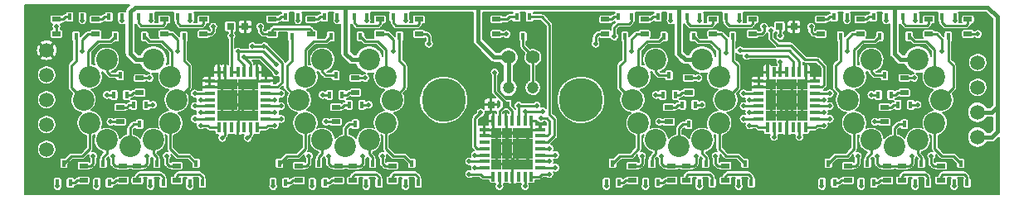
<source format=gbr>
G04 #@! TF.FileFunction,Copper,L1,Top,Signal*
%FSLAX46Y46*%
G04 Gerber Fmt 4.6, Leading zero omitted, Abs format (unit mm)*
G04 Created by KiCad (PCBNEW 4.0.6) date 07/29/17 13:08:41*
%MOMM*%
%LPD*%
G01*
G04 APERTURE LIST*
%ADD10C,0.100000*%
%ADD11R,0.900000X0.500000*%
%ADD12C,1.500000*%
%ADD13C,2.200000*%
%ADD14R,0.450000X0.700000*%
%ADD15R,1.000000X0.370000*%
%ADD16R,0.370000X1.000000*%
%ADD17R,1.062500X1.062500*%
%ADD18R,0.800000X0.750000*%
%ADD19C,4.500000*%
%ADD20C,1.400000*%
%ADD21C,1.200000*%
%ADD22C,0.508000*%
%ADD23C,0.254000*%
%ADD24C,0.381000*%
%ADD25C,0.152400*%
G04 APERTURE END LIST*
D10*
D11*
X100500000Y-93750000D03*
X100500000Y-95250000D03*
D12*
X194500000Y-98190000D03*
X194500000Y-100730000D03*
X194500000Y-103270000D03*
X194500000Y-105810000D03*
X99500000Y-107080000D03*
X99500000Y-104540000D03*
X99500000Y-102000000D03*
X99500000Y-99460000D03*
X99500000Y-96920000D03*
D13*
X183625000Y-97886000D03*
X181886000Y-99625000D03*
X181250000Y-102000000D03*
X181886000Y-104375000D03*
X183625000Y-106114000D03*
X186000000Y-106750000D03*
X188375000Y-106114000D03*
X190114000Y-104375000D03*
X190114000Y-99625000D03*
X188375000Y-97886000D03*
X190750000Y-102000000D03*
X161625000Y-97886000D03*
X159886000Y-99625000D03*
X159250000Y-102000000D03*
X159886000Y-104375000D03*
X161625000Y-106114000D03*
X164000000Y-106750000D03*
X166375000Y-106114000D03*
X168114000Y-104375000D03*
X168114000Y-99625000D03*
X166375000Y-97886000D03*
X168750000Y-102000000D03*
X127625000Y-97886000D03*
X125886000Y-99625000D03*
X125250000Y-102000000D03*
X125886000Y-104375000D03*
X127625000Y-106114000D03*
X130000000Y-106750000D03*
X132375000Y-106114000D03*
X134114000Y-104375000D03*
X134114000Y-99625000D03*
X132375000Y-97886000D03*
X134750000Y-102000000D03*
X105625000Y-97886000D03*
X103886000Y-99625000D03*
X103250000Y-102000000D03*
X103886000Y-104375000D03*
X105625000Y-106114000D03*
X108000000Y-106750000D03*
X110375000Y-106114000D03*
X112114000Y-104375000D03*
X112114000Y-99625000D03*
X110375000Y-97886000D03*
X112750000Y-102000000D03*
D14*
X125150000Y-93500000D03*
X123850000Y-93500000D03*
X124500000Y-95500000D03*
D15*
X116150000Y-100050000D03*
X116150000Y-100700000D03*
X116150000Y-101350000D03*
X116150000Y-102000000D03*
X116150000Y-102650000D03*
X116150000Y-103300000D03*
X116150000Y-103950000D03*
D16*
X117050000Y-104850000D03*
X117700000Y-104850000D03*
X118350000Y-104850000D03*
X119000000Y-104850000D03*
X119650000Y-104850000D03*
X120300000Y-104850000D03*
X120950000Y-104850000D03*
D15*
X121850000Y-103950000D03*
X121850000Y-103300000D03*
X121850000Y-102650000D03*
X121850000Y-102000000D03*
X121850000Y-101350000D03*
X121850000Y-100700000D03*
X121850000Y-100050000D03*
D16*
X120950000Y-99150000D03*
X120300000Y-99150000D03*
X119650000Y-99150000D03*
X119000000Y-99150000D03*
X118350000Y-99150000D03*
X117700000Y-99150000D03*
X117050000Y-99150000D03*
D17*
X120593750Y-103593750D03*
X120593750Y-102531250D03*
X120593750Y-101468750D03*
X120593750Y-100406250D03*
X119531250Y-103593750D03*
X119531250Y-102531250D03*
X119531250Y-101468750D03*
X119531250Y-100406250D03*
X118468750Y-103593750D03*
X118468750Y-102531250D03*
X118468750Y-101468750D03*
X118468750Y-100406250D03*
X117406250Y-103593750D03*
X117406250Y-102531250D03*
X117406250Y-101468750D03*
X117406250Y-100406250D03*
D14*
X114150000Y-93500000D03*
X112850000Y-93500000D03*
X113500000Y-95500000D03*
X107150000Y-93500000D03*
X105850000Y-93500000D03*
X106500000Y-95500000D03*
D11*
X104500000Y-93750000D03*
X104500000Y-95250000D03*
D14*
X122600000Y-110500000D03*
X123900000Y-110500000D03*
X123250000Y-108500000D03*
X106350000Y-101500000D03*
X107650000Y-101500000D03*
X107000000Y-99500000D03*
X103150000Y-93500000D03*
X101850000Y-93500000D03*
X102500000Y-95500000D03*
X100600000Y-110500000D03*
X101900000Y-110500000D03*
X101250000Y-108500000D03*
X104600000Y-110500000D03*
X105900000Y-110500000D03*
X105250000Y-108500000D03*
X109650000Y-102500000D03*
X108350000Y-102500000D03*
X109000000Y-104500000D03*
X110100000Y-110500000D03*
X111400000Y-110500000D03*
X110750000Y-108500000D03*
X114100000Y-110500000D03*
X115400000Y-110500000D03*
X114750000Y-108500000D03*
X110150000Y-93500000D03*
X108850000Y-93500000D03*
X109500000Y-95500000D03*
X128350000Y-101500000D03*
X129650000Y-101500000D03*
X129000000Y-99500000D03*
X129150000Y-93500000D03*
X127850000Y-93500000D03*
X128500000Y-95500000D03*
X126600000Y-110500000D03*
X127900000Y-110500000D03*
X127250000Y-108500000D03*
X131650000Y-102500000D03*
X130350000Y-102500000D03*
X131000000Y-104500000D03*
X132100000Y-110500000D03*
X133400000Y-110500000D03*
X132750000Y-108500000D03*
X136100000Y-110500000D03*
X137400000Y-110500000D03*
X136750000Y-108500000D03*
X136150000Y-93500000D03*
X134850000Y-93500000D03*
X135500000Y-95500000D03*
X132150000Y-93500000D03*
X130850000Y-93500000D03*
X131500000Y-95500000D03*
X162350000Y-101500000D03*
X163650000Y-101500000D03*
X163000000Y-99500000D03*
X163150000Y-93500000D03*
X161850000Y-93500000D03*
X162500000Y-95500000D03*
X159150000Y-93500000D03*
X157850000Y-93500000D03*
X158500000Y-95500000D03*
X156600000Y-110500000D03*
X157900000Y-110500000D03*
X157250000Y-108500000D03*
X160600000Y-110500000D03*
X161900000Y-110500000D03*
X161250000Y-108500000D03*
X165650000Y-102500000D03*
X164350000Y-102500000D03*
X165000000Y-104500000D03*
X166100000Y-110500000D03*
X167400000Y-110500000D03*
X166750000Y-108500000D03*
X170100000Y-110500000D03*
X171400000Y-110500000D03*
X170750000Y-108500000D03*
X170150000Y-93500000D03*
X168850000Y-93500000D03*
X169500000Y-95500000D03*
X166150000Y-93500000D03*
X164850000Y-93500000D03*
X165500000Y-95500000D03*
X184350000Y-101500000D03*
X185650000Y-101500000D03*
X185000000Y-99500000D03*
X185150000Y-93500000D03*
X183850000Y-93500000D03*
X184500000Y-95500000D03*
X181150000Y-93500000D03*
X179850000Y-93500000D03*
X180500000Y-95500000D03*
X178600000Y-110500000D03*
X179900000Y-110500000D03*
X179250000Y-108500000D03*
X182600000Y-110500000D03*
X183900000Y-110500000D03*
X183250000Y-108500000D03*
X187650000Y-102500000D03*
X186350000Y-102500000D03*
X187000000Y-104500000D03*
X188100000Y-110500000D03*
X189400000Y-110500000D03*
X188750000Y-108500000D03*
X192100000Y-110500000D03*
X193400000Y-110500000D03*
X192750000Y-108500000D03*
X192150000Y-93500000D03*
X190850000Y-93500000D03*
X191500000Y-95500000D03*
X188150000Y-93500000D03*
X186850000Y-93500000D03*
X187500000Y-95500000D03*
X148750000Y-93500000D03*
X147450000Y-93500000D03*
X148100000Y-95500000D03*
D15*
X144150000Y-105050000D03*
X144150000Y-105700000D03*
X144150000Y-106350000D03*
X144150000Y-107000000D03*
X144150000Y-107650000D03*
X144150000Y-108300000D03*
X144150000Y-108950000D03*
D16*
X145050000Y-109850000D03*
X145700000Y-109850000D03*
X146350000Y-109850000D03*
X147000000Y-109850000D03*
X147650000Y-109850000D03*
X148300000Y-109850000D03*
X148950000Y-109850000D03*
D15*
X149850000Y-108950000D03*
X149850000Y-108300000D03*
X149850000Y-107650000D03*
X149850000Y-107000000D03*
X149850000Y-106350000D03*
X149850000Y-105700000D03*
X149850000Y-105050000D03*
D16*
X148950000Y-104150000D03*
X148300000Y-104150000D03*
X147650000Y-104150000D03*
X147000000Y-104150000D03*
X146350000Y-104150000D03*
X145700000Y-104150000D03*
X145050000Y-104150000D03*
D17*
X148593750Y-108593750D03*
X148593750Y-107531250D03*
X148593750Y-106468750D03*
X148593750Y-105406250D03*
X147531250Y-108593750D03*
X147531250Y-107531250D03*
X147531250Y-106468750D03*
X147531250Y-105406250D03*
X146468750Y-108593750D03*
X146468750Y-107531250D03*
X146468750Y-106468750D03*
X146468750Y-105406250D03*
X145406250Y-108593750D03*
X145406250Y-107531250D03*
X145406250Y-106468750D03*
X145406250Y-105406250D03*
D15*
X172150000Y-100050000D03*
X172150000Y-100700000D03*
X172150000Y-101350000D03*
X172150000Y-102000000D03*
X172150000Y-102650000D03*
X172150000Y-103300000D03*
X172150000Y-103950000D03*
D16*
X173050000Y-104850000D03*
X173700000Y-104850000D03*
X174350000Y-104850000D03*
X175000000Y-104850000D03*
X175650000Y-104850000D03*
X176300000Y-104850000D03*
X176950000Y-104850000D03*
D15*
X177850000Y-103950000D03*
X177850000Y-103300000D03*
X177850000Y-102650000D03*
X177850000Y-102000000D03*
X177850000Y-101350000D03*
X177850000Y-100700000D03*
X177850000Y-100050000D03*
D16*
X176950000Y-99150000D03*
X176300000Y-99150000D03*
X175650000Y-99150000D03*
X175000000Y-99150000D03*
X174350000Y-99150000D03*
X173700000Y-99150000D03*
X173050000Y-99150000D03*
D17*
X176593750Y-103593750D03*
X176593750Y-102531250D03*
X176593750Y-101468750D03*
X176593750Y-100406250D03*
X175531250Y-103593750D03*
X175531250Y-102531250D03*
X175531250Y-101468750D03*
X175531250Y-100406250D03*
X174468750Y-103593750D03*
X174468750Y-102531250D03*
X174468750Y-101468750D03*
X174468750Y-100406250D03*
X173406250Y-103593750D03*
X173406250Y-102531250D03*
X173406250Y-101468750D03*
X173406250Y-100406250D03*
D11*
X109000000Y-101250000D03*
X109000000Y-99750000D03*
X103250000Y-110250000D03*
X103250000Y-108750000D03*
X107250000Y-110250000D03*
X107250000Y-108750000D03*
X107000000Y-102750000D03*
X107000000Y-104250000D03*
X108750000Y-110250000D03*
X108750000Y-108750000D03*
X112750000Y-110250000D03*
X112750000Y-108750000D03*
X115500000Y-93750000D03*
X115500000Y-95250000D03*
X111500000Y-93750000D03*
X111500000Y-95250000D03*
X131000000Y-101250000D03*
X131000000Y-99750000D03*
X126500000Y-93750000D03*
X126500000Y-95250000D03*
X122500000Y-93750000D03*
X122500000Y-95250000D03*
X125250000Y-110250000D03*
X125250000Y-108750000D03*
X129250000Y-110250000D03*
X129250000Y-108750000D03*
X129000000Y-102750000D03*
X129000000Y-104250000D03*
X130750000Y-110250000D03*
X130750000Y-108750000D03*
X134750000Y-110250000D03*
X134750000Y-108750000D03*
X137500000Y-93750000D03*
X137500000Y-95250000D03*
X133500000Y-93750000D03*
X133500000Y-95250000D03*
X165000000Y-101250000D03*
X165000000Y-99750000D03*
X160500000Y-93750000D03*
X160500000Y-95250000D03*
X156500000Y-93750000D03*
X156500000Y-95250000D03*
X159250000Y-110250000D03*
X159250000Y-108750000D03*
X163250000Y-110250000D03*
X163250000Y-108750000D03*
X163000000Y-102750000D03*
X163000000Y-104250000D03*
X164750000Y-110250000D03*
X164750000Y-108750000D03*
X168750000Y-110250000D03*
X168750000Y-108750000D03*
X171500000Y-93750000D03*
X171500000Y-95250000D03*
X167500000Y-93750000D03*
X167500000Y-95250000D03*
X187000000Y-101250000D03*
X187000000Y-99750000D03*
X182500000Y-93750000D03*
X182500000Y-95250000D03*
X178500000Y-93750000D03*
X178500000Y-95250000D03*
X181250000Y-110250000D03*
X181250000Y-108750000D03*
X185250000Y-110250000D03*
X185250000Y-108750000D03*
X185000000Y-102750000D03*
X185000000Y-104250000D03*
X186750000Y-110250000D03*
X186750000Y-108750000D03*
X190750000Y-110250000D03*
X190750000Y-108750000D03*
X193500000Y-93750000D03*
X193500000Y-95250000D03*
X189500000Y-93750000D03*
X189500000Y-95250000D03*
X145400000Y-93750000D03*
X145400000Y-95250000D03*
D18*
X118250000Y-94500000D03*
X119750000Y-94500000D03*
X146350000Y-102500000D03*
X144850000Y-102500000D03*
X174250000Y-94500000D03*
X175750000Y-94500000D03*
D19*
X154000000Y-102000000D03*
X140000000Y-102000000D03*
D20*
X149100000Y-97650000D03*
D21*
X149100000Y-100750000D03*
D20*
X146600000Y-97650000D03*
D21*
X146600000Y-100750000D03*
D22*
X146400000Y-95250000D03*
X121300000Y-94500000D03*
X116500000Y-94500000D03*
X172700000Y-94500000D03*
X177500000Y-94500000D03*
X155500000Y-96250000D03*
X138500000Y-96250000D03*
X190850000Y-97050000D03*
X168850000Y-97150000D03*
X134850000Y-97050000D03*
X181150000Y-97050000D03*
X159150000Y-97050000D03*
X189750000Y-107750000D03*
X187750000Y-107750000D03*
X184250000Y-107750000D03*
X182250000Y-107750000D03*
X167750000Y-107750000D03*
X165750000Y-107750000D03*
X162250000Y-107750000D03*
X160250000Y-107750000D03*
X133750000Y-107750000D03*
X131750000Y-107750000D03*
X128250000Y-107750000D03*
X126250000Y-107750000D03*
X111750000Y-107750000D03*
X104250000Y-107750000D03*
X184000000Y-104250000D03*
X188000000Y-99750000D03*
X162000000Y-104250000D03*
X166000000Y-99750000D03*
X128000000Y-104250000D03*
X132000000Y-99750000D03*
X194500000Y-95250000D03*
X103150000Y-97050000D03*
X112850000Y-97050000D03*
X106250000Y-107750000D03*
X109750000Y-107750000D03*
X106000000Y-104250000D03*
X110000000Y-99750000D03*
X100500000Y-94500000D03*
X149900000Y-103900000D03*
X121700000Y-96500000D03*
X120500000Y-96500000D03*
X173400000Y-94900000D03*
X148300000Y-103200000D03*
X170250000Y-96950000D03*
X122900000Y-99200000D03*
X119650000Y-97600000D03*
X150100000Y-103200000D03*
X119000000Y-97050000D03*
X170900000Y-97500000D03*
X122900000Y-98400000D03*
X149500000Y-102600000D03*
X147650000Y-102600000D03*
X145200000Y-99200000D03*
X118350000Y-95450000D03*
X174350000Y-95450000D03*
X174350000Y-98100000D03*
X105650000Y-101500000D03*
X115200000Y-102000000D03*
X115200000Y-103300000D03*
X107150000Y-93850000D03*
X103150000Y-93850000D03*
X114600000Y-102650000D03*
X100600000Y-110850000D03*
X120000000Y-105900000D03*
X104600000Y-110850000D03*
X117400000Y-105900000D03*
X114600000Y-101350000D03*
X110350000Y-102500000D03*
X110100000Y-110850000D03*
X123400000Y-103950000D03*
X122800000Y-104600000D03*
X114100000Y-110850000D03*
X115200000Y-104600000D03*
X114150000Y-93850000D03*
X114600000Y-103950000D03*
X110150000Y-93850000D03*
X123400000Y-101350000D03*
X127650000Y-101500000D03*
X123400000Y-102650000D03*
X129150000Y-93850000D03*
X122800000Y-103300000D03*
X125150000Y-93850000D03*
X122600000Y-110850000D03*
X142600000Y-108300000D03*
X126600000Y-110850000D03*
X143200000Y-108950000D03*
X143200000Y-107650000D03*
X132350000Y-102500000D03*
X132100000Y-110850000D03*
X142600000Y-109600000D03*
X136100000Y-110850000D03*
X145700000Y-110850000D03*
X136150000Y-93850000D03*
X143800000Y-103300000D03*
X132150000Y-93850000D03*
X122800000Y-102000000D03*
X151400000Y-107650000D03*
X161650000Y-101500000D03*
X163150000Y-93850000D03*
X171200000Y-102000000D03*
X157400000Y-95500000D03*
X150800000Y-107000000D03*
X156600000Y-110850000D03*
X148300000Y-110850000D03*
X150800000Y-109600000D03*
X160600000Y-110850000D03*
X170600000Y-101350000D03*
X166350000Y-102500000D03*
X151400000Y-108950000D03*
X166100000Y-110850000D03*
X150800000Y-108300000D03*
X170100000Y-110850000D03*
X170150000Y-93850000D03*
X171200000Y-103300000D03*
X170600000Y-102650000D03*
X166150000Y-93850000D03*
X179400000Y-101350000D03*
X183650000Y-101500000D03*
X179400000Y-103950000D03*
X185150000Y-93850000D03*
X181150000Y-93850000D03*
X178800000Y-104600000D03*
X173700000Y-105800000D03*
X178600000Y-110850000D03*
X171200000Y-104600000D03*
X182600000Y-110850000D03*
X178800000Y-102000000D03*
X188350000Y-102500000D03*
X188100000Y-110850000D03*
X170600000Y-103950000D03*
X192100000Y-110850000D03*
X176300000Y-105800000D03*
X192150000Y-93850000D03*
X179400000Y-102650000D03*
X188150000Y-93850000D03*
X178800000Y-103300000D03*
D23*
X145400000Y-95250000D02*
X146400000Y-95250000D01*
X121550000Y-95250000D02*
X121300000Y-95000000D01*
X121300000Y-95000000D02*
X121300000Y-94500000D01*
X122500000Y-95250000D02*
X121550000Y-95250000D01*
X115500000Y-95250000D02*
X116250000Y-95250000D01*
X116500000Y-95000000D02*
X116500000Y-94500000D01*
X116250000Y-95250000D02*
X116500000Y-95000000D01*
X171500000Y-95250000D02*
X172450000Y-95250000D01*
X172700000Y-95000000D02*
X172700000Y-94500000D01*
X172450000Y-95250000D02*
X172700000Y-95000000D01*
X178500000Y-95250000D02*
X177750000Y-95250000D01*
X177500000Y-95000000D02*
X177500000Y-94500000D01*
X177750000Y-95250000D02*
X177500000Y-95000000D01*
X122500000Y-95250000D02*
X122500000Y-94850000D01*
X126500000Y-94850000D02*
X126500000Y-95250000D01*
X126350000Y-94700000D02*
X126500000Y-94850000D01*
X122650000Y-94700000D02*
X126350000Y-94700000D01*
X122500000Y-94850000D02*
X122650000Y-94700000D01*
X185250000Y-108750000D02*
X186750000Y-108750000D01*
X163250000Y-108750000D02*
X164750000Y-108750000D01*
X129250000Y-108750000D02*
X130750000Y-108750000D01*
X156500000Y-95250000D02*
X155750000Y-95250000D01*
X155500000Y-95500000D02*
X155500000Y-96250000D01*
X155750000Y-95250000D02*
X155500000Y-95500000D01*
X108750000Y-108750000D02*
X107250000Y-108750000D01*
X138250000Y-95250000D02*
X138500000Y-95500000D01*
X138500000Y-95500000D02*
X138500000Y-96250000D01*
X137500000Y-95250000D02*
X138250000Y-95250000D01*
X189500000Y-95250000D02*
X190300000Y-95250000D01*
X190850000Y-95800000D02*
X190850000Y-97050000D01*
X190300000Y-95250000D02*
X190850000Y-95800000D01*
X167500000Y-95250000D02*
X168300000Y-95250000D01*
X168850000Y-95800000D02*
X168850000Y-97150000D01*
X168300000Y-95250000D02*
X168850000Y-95800000D01*
X133500000Y-95250000D02*
X134300000Y-95250000D01*
X134850000Y-95800000D02*
X134850000Y-97050000D01*
X134300000Y-95250000D02*
X134850000Y-95800000D01*
X182500000Y-95250000D02*
X181700000Y-95250000D01*
X181150000Y-95800000D02*
X181150000Y-97050000D01*
X181700000Y-95250000D02*
X181150000Y-95800000D01*
X160500000Y-95250000D02*
X159700000Y-95250000D01*
X159150000Y-95800000D02*
X159150000Y-97050000D01*
X159700000Y-95250000D02*
X159150000Y-95800000D01*
X190750000Y-108750000D02*
X190000000Y-108750000D01*
X189750000Y-108500000D02*
X189750000Y-107750000D01*
X190000000Y-108750000D02*
X189750000Y-108500000D01*
X186750000Y-108750000D02*
X187500000Y-108750000D01*
X187750000Y-108500000D02*
X187750000Y-107750000D01*
X187500000Y-108750000D02*
X187750000Y-108500000D01*
X185250000Y-108750000D02*
X184500000Y-108750000D01*
X184250000Y-108500000D02*
X184250000Y-107750000D01*
X184500000Y-108750000D02*
X184250000Y-108500000D01*
X181250000Y-108750000D02*
X182000000Y-108750000D01*
X182250000Y-108500000D02*
X182250000Y-107750000D01*
X182000000Y-108750000D02*
X182250000Y-108500000D01*
X168750000Y-108750000D02*
X168000000Y-108750000D01*
X167750000Y-108500000D02*
X167750000Y-107750000D01*
X168000000Y-108750000D02*
X167750000Y-108500000D01*
X164750000Y-108750000D02*
X165500000Y-108750000D01*
X165500000Y-108750000D02*
X165750000Y-108500000D01*
X165750000Y-108500000D02*
X165750000Y-107750000D01*
X163250000Y-108750000D02*
X162500000Y-108750000D01*
X162250000Y-108500000D02*
X162250000Y-107750000D01*
X162500000Y-108750000D02*
X162250000Y-108500000D01*
X159250000Y-108750000D02*
X160000000Y-108750000D01*
X160250000Y-108500000D02*
X160250000Y-107750000D01*
X160000000Y-108750000D02*
X160250000Y-108500000D01*
X134750000Y-108750000D02*
X134000000Y-108750000D01*
X133750000Y-108500000D02*
X133750000Y-107750000D01*
X134000000Y-108750000D02*
X133750000Y-108500000D01*
X130750000Y-108750000D02*
X131500000Y-108750000D01*
X131750000Y-108500000D02*
X131750000Y-107750000D01*
X131500000Y-108750000D02*
X131750000Y-108500000D01*
X129250000Y-108750000D02*
X128500000Y-108750000D01*
X128250000Y-108500000D02*
X128250000Y-107750000D01*
X128500000Y-108750000D02*
X128250000Y-108500000D01*
X125250000Y-108750000D02*
X126000000Y-108750000D01*
X126250000Y-108500000D02*
X126250000Y-107750000D01*
X126000000Y-108750000D02*
X126250000Y-108500000D01*
X112750000Y-108750000D02*
X112000000Y-108750000D01*
X111750000Y-108500000D02*
X111750000Y-107750000D01*
X112000000Y-108750000D02*
X111750000Y-108500000D01*
X103250000Y-108750000D02*
X104000000Y-108750000D01*
X104250000Y-108500000D02*
X104250000Y-107750000D01*
X104000000Y-108750000D02*
X104250000Y-108500000D01*
X185000000Y-104250000D02*
X184000000Y-104250000D01*
X187000000Y-99750000D02*
X188000000Y-99750000D01*
X163000000Y-104250000D02*
X162000000Y-104250000D01*
X165000000Y-99750000D02*
X166000000Y-99750000D01*
X129000000Y-104250000D02*
X128000000Y-104250000D01*
X131000000Y-99750000D02*
X132000000Y-99750000D01*
X193500000Y-95250000D02*
X194500000Y-95250000D01*
X104500000Y-95250000D02*
X103700000Y-95250000D01*
X103150000Y-95800000D02*
X103150000Y-97050000D01*
X103700000Y-95250000D02*
X103150000Y-95800000D01*
X111500000Y-95250000D02*
X112300000Y-95250000D01*
X112850000Y-95800000D02*
X112850000Y-97050000D01*
X112300000Y-95250000D02*
X112850000Y-95800000D01*
X107250000Y-108750000D02*
X106500000Y-108750000D01*
X106500000Y-108750000D02*
X106250000Y-108500000D01*
X106250000Y-108500000D02*
X106250000Y-107750000D01*
X108750000Y-108750000D02*
X109500000Y-108750000D01*
X109750000Y-108500000D02*
X109750000Y-107750000D01*
X109500000Y-108750000D02*
X109750000Y-108500000D01*
X107000000Y-104250000D02*
X106000000Y-104250000D01*
X109000000Y-99750000D02*
X110000000Y-99750000D01*
X100500000Y-95250000D02*
X100500000Y-94500000D01*
D24*
X196500000Y-102700000D02*
X196500000Y-105250000D01*
X196500000Y-105250000D02*
X195930000Y-105820000D01*
X195930000Y-105820000D02*
X194500000Y-105820000D01*
X146600000Y-97650000D02*
X145150000Y-97650000D01*
X143500000Y-96000000D02*
X143500000Y-92500000D01*
X145150000Y-97650000D02*
X143500000Y-96000000D01*
X146600000Y-97650000D02*
X146600000Y-100750000D01*
X188375000Y-97886000D02*
X186636000Y-97886000D01*
X186000000Y-97250000D02*
X186000000Y-92500000D01*
X186636000Y-97886000D02*
X186000000Y-97250000D01*
X166375000Y-97886000D02*
X164636000Y-97886000D01*
X164000000Y-97250000D02*
X164000000Y-92500000D01*
X164636000Y-97886000D02*
X164000000Y-97250000D01*
X132375000Y-97886000D02*
X130636000Y-97886000D01*
X130000000Y-97250000D02*
X130000000Y-92500000D01*
X130636000Y-97886000D02*
X130000000Y-97250000D01*
X110375000Y-97886000D02*
X108636000Y-97886000D01*
X108500000Y-92500000D02*
X130000000Y-92500000D01*
X108000000Y-93000000D02*
X108500000Y-92500000D01*
X108000000Y-97250000D02*
X108000000Y-93000000D01*
X108636000Y-97886000D02*
X108000000Y-97250000D01*
X130000000Y-92500000D02*
X143500000Y-92500000D01*
X143500000Y-92500000D02*
X143800000Y-92500000D01*
X144000000Y-92500000D02*
X144500000Y-92500000D01*
X144500000Y-92500000D02*
X164000000Y-92500000D01*
X143800000Y-92500000D02*
X144000000Y-92500000D01*
X164000000Y-92500000D02*
X186000000Y-92500000D01*
X186000000Y-92500000D02*
X195500000Y-92500000D01*
X195930000Y-103270000D02*
X194500000Y-103270000D01*
X196500000Y-102700000D02*
X195930000Y-103270000D01*
X196500000Y-93500000D02*
X196500000Y-102700000D01*
X195500000Y-92500000D02*
X196500000Y-93500000D01*
D23*
X149900000Y-103900000D02*
X150500000Y-103900000D01*
X150500000Y-103900000D02*
X150800000Y-104200000D01*
X150800000Y-105450000D02*
X150550000Y-105700000D01*
X150800000Y-104200000D02*
X150800000Y-105450000D01*
X150550000Y-105700000D02*
X149850000Y-105700000D01*
X121700000Y-96500000D02*
X121800000Y-96500000D01*
X121800000Y-96500000D02*
X120500000Y-96500000D01*
X121800000Y-96500000D02*
X123500000Y-98200000D01*
X123000000Y-100700000D02*
X121850000Y-100700000D01*
X123500000Y-100200000D02*
X123500000Y-98200000D01*
X123000000Y-100700000D02*
X123500000Y-100200000D01*
X175400000Y-96400000D02*
X174100000Y-96400000D01*
X178600000Y-100700000D02*
X177850000Y-100700000D01*
X178600000Y-100700000D02*
X178800000Y-100500000D01*
X178800000Y-98600000D02*
X178800000Y-100500000D01*
X178100000Y-97900000D02*
X178800000Y-98600000D01*
X176900000Y-97900000D02*
X178100000Y-97900000D01*
X175400000Y-96400000D02*
X176900000Y-97900000D01*
X173400000Y-95700000D02*
X173400000Y-94900000D01*
X174100000Y-96400000D02*
X173400000Y-95700000D01*
X170250000Y-96950000D02*
X175250000Y-96950000D01*
X176300000Y-98000000D02*
X176300000Y-99150000D01*
X175250000Y-96950000D02*
X176300000Y-98000000D01*
X120300000Y-98250000D02*
X119650000Y-97600000D01*
X120300000Y-99150000D02*
X120300000Y-98250000D01*
X122900000Y-99200000D02*
X121300000Y-97600000D01*
X121300000Y-97600000D02*
X119650000Y-97600000D01*
X148300000Y-103200000D02*
X150100000Y-103200000D01*
X148300000Y-103200000D02*
X148300000Y-104150000D01*
X175100000Y-97500000D02*
X175650000Y-98050000D01*
X175650000Y-99150000D02*
X175650000Y-98050000D01*
X170900000Y-97500000D02*
X175100000Y-97500000D01*
X119650000Y-99150000D02*
X119650000Y-98450000D01*
X119000000Y-97800000D02*
X119000000Y-97050000D01*
X119650000Y-98450000D02*
X119000000Y-97800000D01*
X122900000Y-98400000D02*
X121550000Y-97050000D01*
X121550000Y-97050000D02*
X119000000Y-97050000D01*
X147650000Y-104150000D02*
X147650000Y-102600000D01*
X149500000Y-102600000D02*
X147650000Y-102600000D01*
X118350000Y-95450000D02*
X118350000Y-94600000D01*
X118350000Y-94600000D02*
X118250000Y-94500000D01*
X118350000Y-99150000D02*
X118350000Y-95450000D01*
X174350000Y-99150000D02*
X174350000Y-98100000D01*
X174350000Y-95450000D02*
X174350000Y-94600000D01*
X174350000Y-94600000D02*
X174250000Y-94500000D01*
X146350000Y-102500000D02*
X146350000Y-102350000D01*
X146350000Y-102350000D02*
X145200000Y-101200000D01*
X145200000Y-101200000D02*
X145200000Y-99200000D01*
X147000000Y-104150000D02*
X147000000Y-103150000D01*
X147000000Y-103150000D02*
X146350000Y-102500000D01*
X145700000Y-104150000D02*
X145700000Y-103150000D01*
X145700000Y-103150000D02*
X146350000Y-102500000D01*
X174350000Y-99150000D02*
X175000000Y-99150000D01*
X173700000Y-99150000D02*
X174350000Y-99150000D01*
X118350000Y-99150000D02*
X119000000Y-99150000D01*
X144150000Y-105050000D02*
X145050000Y-105050000D01*
X177850000Y-100050000D02*
X176950000Y-100050000D01*
X176950000Y-100050000D02*
X176593750Y-100406250D01*
X176950000Y-99150000D02*
X176950000Y-100050000D01*
X173050000Y-99150000D02*
X173050000Y-100050000D01*
X173050000Y-100050000D02*
X173406250Y-100406250D01*
X172150000Y-100050000D02*
X173050000Y-100050000D01*
X173050000Y-100050000D02*
X173406250Y-100406250D01*
X172150000Y-100700000D02*
X173112500Y-100700000D01*
X173112500Y-100700000D02*
X173406250Y-100406250D01*
X175000000Y-104850000D02*
X175000000Y-103062500D01*
X175000000Y-103062500D02*
X174468750Y-102531250D01*
X146350000Y-104150000D02*
X146350000Y-105287500D01*
X144150000Y-105700000D02*
X145112500Y-105700000D01*
X145050000Y-104150000D02*
X145050000Y-105050000D01*
X116150000Y-100700000D02*
X117112500Y-100700000D01*
X117112500Y-100700000D02*
X117406250Y-100406250D01*
X116150000Y-100050000D02*
X117050000Y-100050000D01*
X117050000Y-100050000D02*
X117406250Y-100406250D01*
X117050000Y-99150000D02*
X117050000Y-100050000D01*
X117050000Y-100050000D02*
X117406250Y-100406250D01*
X117700000Y-99150000D02*
X117700000Y-100112500D01*
X117700000Y-100112500D02*
X117406250Y-100406250D01*
X119000000Y-104850000D02*
X119000000Y-103062500D01*
X121850000Y-100050000D02*
X120950000Y-100050000D01*
X120950000Y-100050000D02*
X120593750Y-100406250D01*
X120950000Y-99150000D02*
X120950000Y-100050000D01*
X147000000Y-109850000D02*
X147000000Y-108062500D01*
X147000000Y-108062500D02*
X147531250Y-107531250D01*
X149850000Y-105050000D02*
X148950000Y-105050000D01*
X148950000Y-105050000D02*
X148593750Y-105406250D01*
X148950000Y-104150000D02*
X148950000Y-105050000D01*
X146350000Y-105287500D02*
X146468750Y-105406250D01*
X145112500Y-105700000D02*
X145406250Y-105406250D01*
X145050000Y-105050000D02*
X145406250Y-105406250D01*
X145050000Y-105050000D02*
X145406250Y-105406250D01*
X105650000Y-101500000D02*
X106350000Y-101500000D01*
X116150000Y-102000000D02*
X115200000Y-102000000D01*
X107650000Y-101500000D02*
X108100000Y-101500000D01*
X108350000Y-101250000D02*
X109000000Y-101250000D01*
X108100000Y-101500000D02*
X108350000Y-101250000D01*
X107000000Y-99500000D02*
X106000000Y-99500000D01*
X106000000Y-99500000D02*
X105625000Y-99125000D01*
X105625000Y-99125000D02*
X105625000Y-97886000D01*
X116150000Y-103300000D02*
X115200000Y-103300000D01*
X107150000Y-93850000D02*
X107150000Y-93500000D01*
X104500000Y-93750000D02*
X105150000Y-93750000D01*
X105400000Y-93500000D02*
X105850000Y-93500000D01*
X105150000Y-93750000D02*
X105400000Y-93500000D01*
X104750000Y-96000000D02*
X103750000Y-97000000D01*
X104750000Y-96000000D02*
X106000000Y-96000000D01*
X106500000Y-95500000D02*
X106000000Y-96000000D01*
X103750000Y-97000000D02*
X103750000Y-99489000D01*
X103750000Y-99489000D02*
X103886000Y-99625000D01*
X103150000Y-93500000D02*
X103150000Y-93850000D01*
X114600000Y-102650000D02*
X116150000Y-102650000D01*
X101150000Y-93750000D02*
X101400000Y-93500000D01*
X101400000Y-93500000D02*
X101850000Y-93500000D01*
X100500000Y-93750000D02*
X101150000Y-93750000D01*
X102500000Y-95500000D02*
X102500000Y-98000000D01*
X102000000Y-100750000D02*
X103250000Y-102000000D01*
X102000000Y-98500000D02*
X102000000Y-100750000D01*
X102500000Y-98000000D02*
X102000000Y-98500000D01*
X100600000Y-110500000D02*
X100600000Y-110850000D01*
X120300000Y-105600000D02*
X120300000Y-104850000D01*
X120000000Y-105900000D02*
X120300000Y-105600000D01*
X101900000Y-110500000D02*
X102350000Y-110500000D01*
X102600000Y-110250000D02*
X103250000Y-110250000D01*
X102350000Y-110500000D02*
X102600000Y-110250000D01*
X102000000Y-107750000D02*
X101250000Y-108500000D01*
X103886000Y-104375000D02*
X103886000Y-107014000D01*
X103150000Y-107750000D02*
X102000000Y-107750000D01*
X103886000Y-107014000D02*
X103150000Y-107750000D01*
X104600000Y-110500000D02*
X104600000Y-110850000D01*
X117700000Y-105600000D02*
X117400000Y-105900000D01*
X117700000Y-104850000D02*
X117700000Y-105600000D01*
X105900000Y-110500000D02*
X106350000Y-110500000D01*
X106600000Y-110250000D02*
X107250000Y-110250000D01*
X106350000Y-110500000D02*
X106600000Y-110250000D01*
X105250000Y-108500000D02*
X105250000Y-107900000D01*
X105625000Y-107525000D02*
X105625000Y-106114000D01*
X105250000Y-107900000D02*
X105625000Y-107525000D01*
X116150000Y-101350000D02*
X114600000Y-101350000D01*
X110350000Y-102500000D02*
X109650000Y-102500000D01*
X107000000Y-102750000D02*
X107650000Y-102750000D01*
X107900000Y-102500000D02*
X108350000Y-102500000D01*
X107650000Y-102750000D02*
X107900000Y-102500000D01*
X109000000Y-104500000D02*
X108400000Y-104500000D01*
X108000000Y-104900000D02*
X108000000Y-106750000D01*
X108400000Y-104500000D02*
X108000000Y-104900000D01*
X110100000Y-110500000D02*
X110100000Y-110850000D01*
X123400000Y-103950000D02*
X121850000Y-103950000D01*
X108750000Y-110250000D02*
X108750000Y-109800000D01*
X111400000Y-109900000D02*
X111400000Y-110500000D01*
X111100000Y-109600000D02*
X111400000Y-109900000D01*
X108950000Y-109600000D02*
X111100000Y-109600000D01*
X108750000Y-109800000D02*
X108950000Y-109600000D01*
X110750000Y-108500000D02*
X110750000Y-107900000D01*
X110375000Y-107525000D02*
X110375000Y-106114000D01*
X110750000Y-107900000D02*
X110375000Y-107525000D01*
X120950000Y-104850000D02*
X121850000Y-104850000D01*
X122800000Y-104600000D02*
X122100000Y-104600000D01*
X121850000Y-104850000D02*
X122100000Y-104600000D01*
X112750000Y-110250000D02*
X112750000Y-109800000D01*
X115400000Y-109900000D02*
X115400000Y-110500000D01*
X115100000Y-109600000D02*
X115400000Y-109900000D01*
X112950000Y-109600000D02*
X115100000Y-109600000D01*
X112750000Y-109800000D02*
X112950000Y-109600000D01*
X112114000Y-104375000D02*
X112114000Y-107014000D01*
X114000000Y-107750000D02*
X114750000Y-108500000D01*
X112850000Y-107750000D02*
X114000000Y-107750000D01*
X112114000Y-107014000D02*
X112850000Y-107750000D01*
X115900000Y-104600000D02*
X116150000Y-104850000D01*
X117050000Y-104850000D02*
X116150000Y-104850000D01*
X115200000Y-104600000D02*
X115900000Y-104600000D01*
X114150000Y-93500000D02*
X114150000Y-93850000D01*
X112850000Y-93500000D02*
X112850000Y-94100000D01*
X115500000Y-94200000D02*
X115500000Y-93750000D01*
X115300000Y-94400000D02*
X115500000Y-94200000D01*
X113150000Y-94400000D02*
X115300000Y-94400000D01*
X112850000Y-94100000D02*
X113150000Y-94400000D01*
X113500000Y-95500000D02*
X113500000Y-98000000D01*
X114000000Y-100750000D02*
X114000000Y-98500000D01*
X114000000Y-98500000D02*
X113500000Y-98000000D01*
X114000000Y-100750000D02*
X112750000Y-102000000D01*
X116150000Y-103950000D02*
X114600000Y-103950000D01*
X110150000Y-93500000D02*
X110150000Y-93850000D01*
X108850000Y-93500000D02*
X108850000Y-94100000D01*
X111500000Y-94200000D02*
X111500000Y-93750000D01*
X111300000Y-94400000D02*
X111500000Y-94200000D01*
X109150000Y-94400000D02*
X111300000Y-94400000D01*
X108850000Y-94100000D02*
X109150000Y-94400000D01*
X111250000Y-96000000D02*
X112250000Y-97000000D01*
X111250000Y-96000000D02*
X110000000Y-96000000D01*
X109500000Y-95500000D02*
X110000000Y-96000000D01*
X112250000Y-97000000D02*
X112250000Y-99489000D01*
X112250000Y-99489000D02*
X112114000Y-99625000D01*
X121850000Y-101350000D02*
X123400000Y-101350000D01*
X127650000Y-101500000D02*
X128350000Y-101500000D01*
X129650000Y-101500000D02*
X130100000Y-101500000D01*
X130350000Y-101250000D02*
X131000000Y-101250000D01*
X130100000Y-101500000D02*
X130350000Y-101250000D01*
X129000000Y-99500000D02*
X128000000Y-99500000D01*
X127625000Y-99125000D02*
X127625000Y-97886000D01*
X128000000Y-99500000D02*
X127625000Y-99125000D01*
X121850000Y-102650000D02*
X123400000Y-102650000D01*
X129150000Y-93850000D02*
X129150000Y-93500000D01*
X126500000Y-93750000D02*
X127150000Y-93750000D01*
X127400000Y-93500000D02*
X127850000Y-93500000D01*
X127150000Y-93750000D02*
X127400000Y-93500000D01*
X128500000Y-95500000D02*
X128000000Y-96000000D01*
X125886000Y-96864000D02*
X125886000Y-99625000D01*
X126750000Y-96000000D02*
X125886000Y-96864000D01*
X128000000Y-96000000D02*
X126750000Y-96000000D01*
X121850000Y-103300000D02*
X122800000Y-103300000D01*
X125150000Y-93500000D02*
X125150000Y-93850000D01*
X122500000Y-93750000D02*
X123150000Y-93750000D01*
X123400000Y-93500000D02*
X123850000Y-93500000D01*
X123150000Y-93750000D02*
X123400000Y-93500000D01*
X124500000Y-95500000D02*
X124500000Y-98000000D01*
X124000000Y-100750000D02*
X125250000Y-102000000D01*
X124000000Y-98500000D02*
X124000000Y-100750000D01*
X124500000Y-98000000D02*
X124000000Y-98500000D01*
X122600000Y-110850000D02*
X122600000Y-110500000D01*
X144150000Y-108300000D02*
X142600000Y-108300000D01*
X123900000Y-110500000D02*
X124350000Y-110500000D01*
X124600000Y-110250000D02*
X125250000Y-110250000D01*
X124350000Y-110500000D02*
X124600000Y-110250000D01*
X123250000Y-108500000D02*
X124000000Y-107750000D01*
X125886000Y-107014000D02*
X125886000Y-104375000D01*
X125150000Y-107750000D02*
X125886000Y-107014000D01*
X124000000Y-107750000D02*
X125150000Y-107750000D01*
X126600000Y-110500000D02*
X126600000Y-110850000D01*
X143200000Y-108950000D02*
X144150000Y-108950000D01*
X127900000Y-110500000D02*
X128350000Y-110500000D01*
X128600000Y-110250000D02*
X129250000Y-110250000D01*
X128350000Y-110500000D02*
X128600000Y-110250000D01*
X127250000Y-108500000D02*
X127250000Y-107900000D01*
X127625000Y-107525000D02*
X127625000Y-106114000D01*
X127250000Y-107900000D02*
X127625000Y-107525000D01*
X144150000Y-107650000D02*
X143200000Y-107650000D01*
X132350000Y-102500000D02*
X131650000Y-102500000D01*
X129000000Y-102750000D02*
X129650000Y-102750000D01*
X129900000Y-102500000D02*
X130350000Y-102500000D01*
X129650000Y-102750000D02*
X129900000Y-102500000D01*
X131000000Y-104500000D02*
X130400000Y-104500000D01*
X130000000Y-104900000D02*
X130000000Y-106750000D01*
X130400000Y-104500000D02*
X130000000Y-104900000D01*
X132100000Y-110850000D02*
X132100000Y-110500000D01*
X144000000Y-109850000D02*
X143750000Y-109600000D01*
X143750000Y-109600000D02*
X142600000Y-109600000D01*
X145050000Y-109850000D02*
X144000000Y-109850000D01*
X130750000Y-110250000D02*
X130750000Y-109800000D01*
X133400000Y-109900000D02*
X133400000Y-110500000D01*
X133100000Y-109600000D02*
X133400000Y-109900000D01*
X130950000Y-109600000D02*
X133100000Y-109600000D01*
X130750000Y-109800000D02*
X130950000Y-109600000D01*
X132750000Y-108500000D02*
X132750000Y-107900000D01*
X132375000Y-107525000D02*
X132375000Y-106114000D01*
X132750000Y-107900000D02*
X132375000Y-107525000D01*
X136100000Y-110500000D02*
X136100000Y-110850000D01*
X145700000Y-110850000D02*
X145700000Y-109850000D01*
X134750000Y-110250000D02*
X134750000Y-109800000D01*
X137400000Y-109900000D02*
X137400000Y-110500000D01*
X137100000Y-109600000D02*
X137400000Y-109900000D01*
X134950000Y-109600000D02*
X137100000Y-109600000D01*
X134750000Y-109800000D02*
X134950000Y-109600000D01*
X136750000Y-108500000D02*
X136000000Y-107750000D01*
X134114000Y-107014000D02*
X134114000Y-104375000D01*
X134850000Y-107750000D02*
X134114000Y-107014000D01*
X136000000Y-107750000D02*
X134850000Y-107750000D01*
X143200000Y-106800000D02*
X143400000Y-107000000D01*
X144150000Y-107000000D02*
X143400000Y-107000000D01*
X143200000Y-103900000D02*
X143200000Y-106800000D01*
X136150000Y-93850000D02*
X136150000Y-93500000D01*
X143800000Y-103300000D02*
X143200000Y-103900000D01*
X134850000Y-93500000D02*
X134850000Y-94100000D01*
X137500000Y-94200000D02*
X137500000Y-93750000D01*
X137300000Y-94400000D02*
X137500000Y-94200000D01*
X135150000Y-94400000D02*
X137300000Y-94400000D01*
X134850000Y-94100000D02*
X135150000Y-94400000D01*
X135500000Y-95500000D02*
X135500000Y-98000000D01*
X136000000Y-100750000D02*
X134750000Y-102000000D01*
X136000000Y-98500000D02*
X136000000Y-100750000D01*
X135500000Y-98000000D02*
X136000000Y-98500000D01*
X132150000Y-93500000D02*
X132150000Y-93850000D01*
X122800000Y-102000000D02*
X121850000Y-102000000D01*
X130850000Y-93500000D02*
X130850000Y-94100000D01*
X133500000Y-94200000D02*
X133500000Y-93750000D01*
X133300000Y-94400000D02*
X133500000Y-94200000D01*
X131150000Y-94400000D02*
X133300000Y-94400000D01*
X130850000Y-94100000D02*
X131150000Y-94400000D01*
X131500000Y-95500000D02*
X132000000Y-96000000D01*
X134114000Y-96864000D02*
X134114000Y-99625000D01*
X133250000Y-96000000D02*
X134114000Y-96864000D01*
X132000000Y-96000000D02*
X133250000Y-96000000D01*
X149850000Y-107650000D02*
X151400000Y-107650000D01*
X161650000Y-101500000D02*
X162350000Y-101500000D01*
X163650000Y-101500000D02*
X164100000Y-101500000D01*
X164350000Y-101250000D02*
X165000000Y-101250000D01*
X164100000Y-101500000D02*
X164350000Y-101250000D01*
X163000000Y-99500000D02*
X162000000Y-99500000D01*
X161625000Y-99125000D02*
X161625000Y-97886000D01*
X162000000Y-99500000D02*
X161625000Y-99125000D01*
X163150000Y-93500000D02*
X163150000Y-93850000D01*
X171200000Y-102000000D02*
X172150000Y-102000000D01*
X160500000Y-93750000D02*
X161150000Y-93750000D01*
X161400000Y-93500000D02*
X161850000Y-93500000D01*
X161150000Y-93750000D02*
X161400000Y-93500000D01*
X162500000Y-95500000D02*
X162000000Y-96000000D01*
X159886000Y-96864000D02*
X159886000Y-99625000D01*
X160750000Y-96000000D02*
X159886000Y-96864000D01*
X162000000Y-96000000D02*
X160750000Y-96000000D01*
X150800000Y-107000000D02*
X149850000Y-107000000D01*
X157400000Y-95500000D02*
X157400000Y-94600000D01*
X159150000Y-93950000D02*
X159150000Y-93500000D01*
X157800000Y-94200000D02*
X157400000Y-94600000D01*
X158900000Y-94200000D02*
X157800000Y-94200000D01*
X159150000Y-93950000D02*
X158900000Y-94200000D01*
X159150000Y-93500000D02*
X159150000Y-93850000D01*
X156500000Y-93750000D02*
X157150000Y-93750000D01*
X157400000Y-93500000D02*
X157850000Y-93500000D01*
X157150000Y-93750000D02*
X157400000Y-93500000D01*
X158500000Y-95500000D02*
X158500000Y-98000000D01*
X158000000Y-100750000D02*
X159250000Y-102000000D01*
X158000000Y-98500000D02*
X158000000Y-100750000D01*
X158500000Y-98000000D02*
X158000000Y-98500000D01*
X148300000Y-109850000D02*
X148300000Y-110850000D01*
X156600000Y-110500000D02*
X156600000Y-110850000D01*
X157900000Y-110500000D02*
X158350000Y-110500000D01*
X158600000Y-110250000D02*
X159250000Y-110250000D01*
X158350000Y-110500000D02*
X158600000Y-110250000D01*
X157250000Y-108500000D02*
X158000000Y-107750000D01*
X159886000Y-107014000D02*
X159886000Y-104375000D01*
X159150000Y-107750000D02*
X159886000Y-107014000D01*
X158000000Y-107750000D02*
X159150000Y-107750000D01*
X149750000Y-109850000D02*
X150000000Y-109600000D01*
X150000000Y-109600000D02*
X150800000Y-109600000D01*
X149750000Y-109850000D02*
X148950000Y-109850000D01*
X160600000Y-110500000D02*
X160600000Y-110850000D01*
X161900000Y-110500000D02*
X162350000Y-110500000D01*
X162600000Y-110250000D02*
X163250000Y-110250000D01*
X162350000Y-110500000D02*
X162600000Y-110250000D01*
X161250000Y-108500000D02*
X161250000Y-107900000D01*
X161625000Y-107525000D02*
X161625000Y-106114000D01*
X161250000Y-107900000D02*
X161625000Y-107525000D01*
X172150000Y-101350000D02*
X170600000Y-101350000D01*
X166350000Y-102500000D02*
X165650000Y-102500000D01*
X163000000Y-102750000D02*
X163650000Y-102750000D01*
X163900000Y-102500000D02*
X164350000Y-102500000D01*
X163650000Y-102750000D02*
X163900000Y-102500000D01*
X165000000Y-104500000D02*
X164400000Y-104500000D01*
X164000000Y-104900000D02*
X164000000Y-106750000D01*
X164400000Y-104500000D02*
X164000000Y-104900000D01*
X149850000Y-108950000D02*
X151400000Y-108950000D01*
X166100000Y-110500000D02*
X166100000Y-110850000D01*
X164750000Y-110250000D02*
X164750000Y-109800000D01*
X167400000Y-109900000D02*
X167400000Y-110500000D01*
X167100000Y-109600000D02*
X167400000Y-109900000D01*
X164950000Y-109600000D02*
X167100000Y-109600000D01*
X164750000Y-109800000D02*
X164950000Y-109600000D01*
X166750000Y-108500000D02*
X166750000Y-107900000D01*
X166375000Y-107525000D02*
X166375000Y-106114000D01*
X166750000Y-107900000D02*
X166375000Y-107525000D01*
X150800000Y-108300000D02*
X149850000Y-108300000D01*
X170100000Y-110500000D02*
X170100000Y-110850000D01*
X168750000Y-110250000D02*
X168750000Y-109800000D01*
X171400000Y-109900000D02*
X171400000Y-110500000D01*
X171100000Y-109600000D02*
X171400000Y-109900000D01*
X168950000Y-109600000D02*
X171100000Y-109600000D01*
X168750000Y-109800000D02*
X168950000Y-109600000D01*
X170750000Y-108500000D02*
X170000000Y-107750000D01*
X168114000Y-107014000D02*
X168114000Y-104375000D01*
X168850000Y-107750000D02*
X168114000Y-107014000D01*
X170000000Y-107750000D02*
X168850000Y-107750000D01*
X170150000Y-93850000D02*
X170150000Y-93500000D01*
X172150000Y-103300000D02*
X171200000Y-103300000D01*
X168850000Y-93500000D02*
X168850000Y-94100000D01*
X171500000Y-94200000D02*
X171500000Y-93750000D01*
X171300000Y-94400000D02*
X171500000Y-94200000D01*
X169150000Y-94400000D02*
X171300000Y-94400000D01*
X168850000Y-94100000D02*
X169150000Y-94400000D01*
X169500000Y-95500000D02*
X169500000Y-98000000D01*
X170000000Y-100750000D02*
X168750000Y-102000000D01*
X170000000Y-98500000D02*
X170000000Y-100750000D01*
X169500000Y-98000000D02*
X170000000Y-98500000D01*
X172150000Y-102650000D02*
X170600000Y-102650000D01*
X166150000Y-93850000D02*
X166150000Y-93500000D01*
X164850000Y-93500000D02*
X164850000Y-94100000D01*
X167500000Y-94200000D02*
X167500000Y-93750000D01*
X167300000Y-94400000D02*
X167500000Y-94200000D01*
X165150000Y-94400000D02*
X167300000Y-94400000D01*
X164850000Y-94100000D02*
X165150000Y-94400000D01*
X165500000Y-95500000D02*
X166000000Y-96000000D01*
X168114000Y-96864000D02*
X168114000Y-99625000D01*
X167250000Y-96000000D02*
X168114000Y-96864000D01*
X166000000Y-96000000D02*
X167250000Y-96000000D01*
X177850000Y-101350000D02*
X179400000Y-101350000D01*
X183650000Y-101500000D02*
X184350000Y-101500000D01*
X185650000Y-101500000D02*
X186100000Y-101500000D01*
X186350000Y-101250000D02*
X187000000Y-101250000D01*
X186100000Y-101500000D02*
X186350000Y-101250000D01*
X185000000Y-99500000D02*
X184000000Y-99500000D01*
X183625000Y-99125000D02*
X183625000Y-97886000D01*
X184000000Y-99500000D02*
X183625000Y-99125000D01*
X177850000Y-103950000D02*
X179400000Y-103950000D01*
X185150000Y-93850000D02*
X185150000Y-93500000D01*
X182500000Y-93750000D02*
X183150000Y-93750000D01*
X183400000Y-93500000D02*
X183850000Y-93500000D01*
X183150000Y-93750000D02*
X183400000Y-93500000D01*
X184500000Y-95500000D02*
X184000000Y-96000000D01*
X181886000Y-96864000D02*
X181886000Y-99625000D01*
X182750000Y-96000000D02*
X181886000Y-96864000D01*
X184000000Y-96000000D02*
X182750000Y-96000000D01*
X181150000Y-93500000D02*
X181150000Y-93850000D01*
X177850000Y-104850000D02*
X178100000Y-104600000D01*
X178100000Y-104600000D02*
X178800000Y-104600000D01*
X177850000Y-104850000D02*
X176950000Y-104850000D01*
X178500000Y-93750000D02*
X179150000Y-93750000D01*
X179400000Y-93500000D02*
X179850000Y-93500000D01*
X179150000Y-93750000D02*
X179400000Y-93500000D01*
X180500000Y-95500000D02*
X180500000Y-98000000D01*
X180000000Y-100750000D02*
X181250000Y-102000000D01*
X180000000Y-98500000D02*
X180000000Y-100750000D01*
X180500000Y-98000000D02*
X180000000Y-98500000D01*
X173700000Y-104850000D02*
X173700000Y-105800000D01*
X178600000Y-110500000D02*
X178600000Y-110850000D01*
X179900000Y-110500000D02*
X180350000Y-110500000D01*
X180600000Y-110250000D02*
X181250000Y-110250000D01*
X180350000Y-110500000D02*
X180600000Y-110250000D01*
X179250000Y-108500000D02*
X180000000Y-107750000D01*
X181886000Y-107014000D02*
X181886000Y-104375000D01*
X181150000Y-107750000D02*
X181886000Y-107014000D01*
X180000000Y-107750000D02*
X181150000Y-107750000D01*
X172150000Y-104850000D02*
X173050000Y-104850000D01*
X171900000Y-104600000D02*
X171200000Y-104600000D01*
X172150000Y-104850000D02*
X171900000Y-104600000D01*
X182600000Y-110500000D02*
X182600000Y-110850000D01*
X183900000Y-110500000D02*
X184350000Y-110500000D01*
X184600000Y-110250000D02*
X185250000Y-110250000D01*
X184350000Y-110500000D02*
X184600000Y-110250000D01*
X183250000Y-108500000D02*
X183250000Y-107900000D01*
X183625000Y-107525000D02*
X183625000Y-106114000D01*
X183250000Y-107900000D02*
X183625000Y-107525000D01*
X177850000Y-102000000D02*
X178800000Y-102000000D01*
X188350000Y-102500000D02*
X187650000Y-102500000D01*
X185000000Y-102750000D02*
X185650000Y-102750000D01*
X185900000Y-102500000D02*
X186350000Y-102500000D01*
X185650000Y-102750000D02*
X185900000Y-102500000D01*
X187000000Y-104500000D02*
X186400000Y-104500000D01*
X186000000Y-104900000D02*
X186000000Y-106750000D01*
X186400000Y-104500000D02*
X186000000Y-104900000D01*
X188100000Y-110500000D02*
X188100000Y-110850000D01*
X170600000Y-103950000D02*
X172150000Y-103950000D01*
X186750000Y-110250000D02*
X186750000Y-109800000D01*
X189400000Y-109900000D02*
X189400000Y-110500000D01*
X189100000Y-109600000D02*
X189400000Y-109900000D01*
X186950000Y-109600000D02*
X189100000Y-109600000D01*
X186750000Y-109800000D02*
X186950000Y-109600000D01*
X188750000Y-108500000D02*
X188750000Y-107900000D01*
X188375000Y-107525000D02*
X188375000Y-106114000D01*
X188750000Y-107900000D02*
X188375000Y-107525000D01*
X192100000Y-110500000D02*
X192100000Y-110850000D01*
X176300000Y-105800000D02*
X176300000Y-104850000D01*
X190750000Y-110250000D02*
X190750000Y-109800000D01*
X193400000Y-109900000D02*
X193400000Y-110500000D01*
X193100000Y-109600000D02*
X193400000Y-109900000D01*
X190950000Y-109600000D02*
X193100000Y-109600000D01*
X190750000Y-109800000D02*
X190950000Y-109600000D01*
X192750000Y-108500000D02*
X192000000Y-107750000D01*
X190114000Y-107014000D02*
X190114000Y-104375000D01*
X190850000Y-107750000D02*
X190114000Y-107014000D01*
X192000000Y-107750000D02*
X190850000Y-107750000D01*
X192150000Y-93500000D02*
X192150000Y-93850000D01*
X179400000Y-102650000D02*
X177850000Y-102650000D01*
X190850000Y-93500000D02*
X190850000Y-94100000D01*
X193500000Y-94200000D02*
X193500000Y-93750000D01*
X193300000Y-94400000D02*
X193500000Y-94200000D01*
X191150000Y-94400000D02*
X193300000Y-94400000D01*
X190850000Y-94100000D02*
X191150000Y-94400000D01*
X191500000Y-95500000D02*
X191500000Y-98000000D01*
X192000000Y-100750000D02*
X190750000Y-102000000D01*
X192000000Y-98500000D02*
X192000000Y-100750000D01*
X191500000Y-98000000D02*
X192000000Y-98500000D01*
X188150000Y-93500000D02*
X188150000Y-93850000D01*
X178800000Y-103300000D02*
X177850000Y-103300000D01*
X186850000Y-93500000D02*
X186850000Y-94100000D01*
X189500000Y-94200000D02*
X189500000Y-93750000D01*
X189300000Y-94400000D02*
X189500000Y-94200000D01*
X187150000Y-94400000D02*
X189300000Y-94400000D01*
X186850000Y-94100000D02*
X187150000Y-94400000D01*
X187500000Y-95500000D02*
X188000000Y-96000000D01*
X190114000Y-96864000D02*
X190114000Y-99625000D01*
X189250000Y-96000000D02*
X190114000Y-96864000D01*
X188000000Y-96000000D02*
X189250000Y-96000000D01*
X145400000Y-93750000D02*
X146450000Y-93750000D01*
X146700000Y-93500000D02*
X147450000Y-93500000D01*
X146450000Y-93750000D02*
X146700000Y-93500000D01*
X148100000Y-95500000D02*
X148100000Y-96500000D01*
X148500000Y-96900000D02*
X149100000Y-97500000D01*
X148100000Y-96500000D02*
X148500000Y-96900000D01*
X149100000Y-97500000D02*
X149100000Y-97650000D01*
X149100000Y-97650000D02*
X149100000Y-100750000D01*
X148750000Y-93500000D02*
X150000000Y-93500000D01*
X151300000Y-104000000D02*
X150800000Y-103500000D01*
X150800000Y-103500000D02*
X150800000Y-94300000D01*
X150000000Y-93500000D02*
X150800000Y-94300000D01*
X151300000Y-104000000D02*
X151300000Y-105700000D01*
X150650000Y-106350000D02*
X149850000Y-106350000D01*
X150650000Y-106350000D02*
X151300000Y-105700000D01*
D25*
G36*
X107631809Y-92631809D02*
X107601285Y-92668971D01*
X107570363Y-92705822D01*
X107569042Y-92708224D01*
X107567307Y-92710337D01*
X107544613Y-92752661D01*
X107521406Y-92794874D01*
X107520577Y-92797488D01*
X107519285Y-92799897D01*
X107505232Y-92845864D01*
X107490679Y-92891740D01*
X107490374Y-92894461D01*
X107489573Y-92897080D01*
X107484715Y-92944912D01*
X107484172Y-92949753D01*
X107438995Y-92929388D01*
X107375000Y-92920294D01*
X106925000Y-92920294D01*
X106888596Y-92923197D01*
X106826852Y-92942318D01*
X106772879Y-92977884D01*
X106730951Y-93027078D01*
X106704388Y-93086005D01*
X106695294Y-93150000D01*
X106695294Y-93685801D01*
X106687764Y-93703370D01*
X106668087Y-93795945D01*
X106666766Y-93890578D01*
X106683851Y-93983666D01*
X106718691Y-94071663D01*
X106769960Y-94151216D01*
X106835704Y-94219297D01*
X106913420Y-94273310D01*
X107000147Y-94311201D01*
X107092582Y-94331524D01*
X107187204Y-94333506D01*
X107280409Y-94317071D01*
X107368646Y-94282846D01*
X107448556Y-94232134D01*
X107479300Y-94202857D01*
X107479300Y-97250000D01*
X107483990Y-97297829D01*
X107488186Y-97345784D01*
X107488950Y-97348413D01*
X107489217Y-97351138D01*
X107503110Y-97397155D01*
X107516537Y-97443371D01*
X107517798Y-97445805D01*
X107518589Y-97448423D01*
X107541157Y-97490868D01*
X107563304Y-97533593D01*
X107565012Y-97535733D01*
X107566298Y-97538151D01*
X107596695Y-97575421D01*
X107626705Y-97613014D01*
X107630469Y-97616832D01*
X107630527Y-97616903D01*
X107630593Y-97616958D01*
X107631809Y-97618191D01*
X108267810Y-98254191D01*
X108304973Y-98284717D01*
X108341822Y-98315637D01*
X108344221Y-98316956D01*
X108346337Y-98318694D01*
X108388700Y-98341409D01*
X108430874Y-98364594D01*
X108433487Y-98365423D01*
X108435897Y-98366715D01*
X108481864Y-98380768D01*
X108527740Y-98395321D01*
X108530461Y-98395626D01*
X108533080Y-98396427D01*
X108580957Y-98401290D01*
X108628730Y-98406649D01*
X108634080Y-98406687D01*
X108634183Y-98406697D01*
X108634279Y-98406688D01*
X108636000Y-98406700D01*
X109042875Y-98406700D01*
X109096802Y-98542905D01*
X109248738Y-98778664D01*
X109443574Y-98980422D01*
X109673887Y-99140494D01*
X109930905Y-99252782D01*
X109997155Y-99267348D01*
X109956049Y-99267061D01*
X109863083Y-99284795D01*
X109775332Y-99320249D01*
X109696138Y-99372072D01*
X109673337Y-99394400D01*
X109652771Y-99394400D01*
X109622116Y-99347879D01*
X109572922Y-99305951D01*
X109513995Y-99279388D01*
X109450000Y-99270294D01*
X108550000Y-99270294D01*
X108513596Y-99273197D01*
X108451852Y-99292318D01*
X108397879Y-99327884D01*
X108355951Y-99377078D01*
X108329388Y-99436005D01*
X108320294Y-99500000D01*
X108320294Y-100000000D01*
X108323197Y-100036404D01*
X108342318Y-100098148D01*
X108377884Y-100152121D01*
X108427078Y-100194049D01*
X108486005Y-100220612D01*
X108550000Y-100229706D01*
X109450000Y-100229706D01*
X109486404Y-100226803D01*
X109548148Y-100207682D01*
X109602121Y-100172116D01*
X109644049Y-100122922D01*
X109651857Y-100105600D01*
X109672477Y-100105600D01*
X109685704Y-100119297D01*
X109763420Y-100173310D01*
X109850147Y-100211201D01*
X109942582Y-100231524D01*
X110037204Y-100233506D01*
X110130409Y-100217071D01*
X110218646Y-100182846D01*
X110298556Y-100132134D01*
X110367093Y-100066867D01*
X110421649Y-99989530D01*
X110460143Y-99903069D01*
X110481111Y-99810778D01*
X110482621Y-99702679D01*
X110464238Y-99609838D01*
X110428172Y-99522337D01*
X110375798Y-99443507D01*
X110309109Y-99376351D01*
X110230647Y-99323428D01*
X110205920Y-99313034D01*
X110485254Y-99318884D01*
X110761470Y-99270180D01*
X110837334Y-99240755D01*
X110787291Y-99476186D01*
X110783653Y-99736712D01*
X110830688Y-99992984D01*
X110926603Y-100235239D01*
X111067747Y-100454250D01*
X111248741Y-100641676D01*
X111462693Y-100790376D01*
X111701453Y-100894688D01*
X111934351Y-100945894D01*
X111913466Y-100959561D01*
X111727308Y-101141860D01*
X111580105Y-101356845D01*
X111477463Y-101596327D01*
X111423291Y-101851186D01*
X111419653Y-102111712D01*
X111466688Y-102367984D01*
X111562603Y-102610239D01*
X111703747Y-102829250D01*
X111884741Y-103016676D01*
X111940558Y-103055470D01*
X111737066Y-103094288D01*
X111495486Y-103191893D01*
X111277466Y-103334561D01*
X111091308Y-103516860D01*
X110944105Y-103731845D01*
X110841463Y-103971327D01*
X110787291Y-104226186D01*
X110783653Y-104486712D01*
X110830688Y-104742984D01*
X110888301Y-104888498D01*
X110769779Y-104838676D01*
X110514549Y-104786284D01*
X110254003Y-104784465D01*
X109998066Y-104833288D01*
X109756486Y-104930893D01*
X109538466Y-105073561D01*
X109352308Y-105255860D01*
X109205105Y-105470845D01*
X109102463Y-105710327D01*
X109054461Y-105936157D01*
X109034573Y-105906223D01*
X108850980Y-105721342D01*
X108634972Y-105575644D01*
X108394779Y-105474676D01*
X108355600Y-105466634D01*
X108355600Y-105047294D01*
X108545855Y-104857039D01*
X108548197Y-104886404D01*
X108567318Y-104948148D01*
X108602884Y-105002121D01*
X108652078Y-105044049D01*
X108711005Y-105070612D01*
X108775000Y-105079706D01*
X109225000Y-105079706D01*
X109261404Y-105076803D01*
X109323148Y-105057682D01*
X109377121Y-105022116D01*
X109419049Y-104972922D01*
X109445612Y-104913995D01*
X109454706Y-104850000D01*
X109454706Y-104150000D01*
X109451803Y-104113596D01*
X109432682Y-104051852D01*
X109397116Y-103997879D01*
X109347922Y-103955951D01*
X109288995Y-103929388D01*
X109225000Y-103920294D01*
X108775000Y-103920294D01*
X108738596Y-103923197D01*
X108676852Y-103942318D01*
X108622879Y-103977884D01*
X108580951Y-104027078D01*
X108554388Y-104086005D01*
X108546090Y-104144400D01*
X108400000Y-104144400D01*
X108367232Y-104147613D01*
X108334587Y-104150469D01*
X108332797Y-104150989D01*
X108330930Y-104151172D01*
X108299436Y-104160681D01*
X108267941Y-104169830D01*
X108266281Y-104170691D01*
X108264491Y-104171231D01*
X108235442Y-104186677D01*
X108206326Y-104201770D01*
X108204869Y-104202933D01*
X108203214Y-104203813D01*
X108177725Y-104224602D01*
X108152088Y-104245067D01*
X108149486Y-104247633D01*
X108149432Y-104247677D01*
X108149391Y-104247727D01*
X108148553Y-104248553D01*
X107748553Y-104648553D01*
X107727656Y-104673993D01*
X107706590Y-104699098D01*
X107705692Y-104700730D01*
X107704501Y-104702181D01*
X107688956Y-104731173D01*
X107673155Y-104759914D01*
X107672589Y-104761698D01*
X107671706Y-104763345D01*
X107662092Y-104794792D01*
X107652171Y-104826067D01*
X107651963Y-104827920D01*
X107651415Y-104829713D01*
X107648089Y-104862458D01*
X107644435Y-104895035D01*
X107644409Y-104898688D01*
X107644402Y-104898759D01*
X107644408Y-104898825D01*
X107644400Y-104900000D01*
X107644400Y-105465218D01*
X107623066Y-105469288D01*
X107381486Y-105566893D01*
X107163466Y-105709561D01*
X106977308Y-105891860D01*
X106944853Y-105939260D01*
X106903049Y-105728134D01*
X106803761Y-105487242D01*
X106659573Y-105270223D01*
X106475980Y-105085342D01*
X106259972Y-104939644D01*
X106019779Y-104838676D01*
X105764549Y-104786284D01*
X105504003Y-104784465D01*
X105248066Y-104833288D01*
X105111851Y-104888323D01*
X105152777Y-104796401D01*
X105210502Y-104542324D01*
X105214016Y-104290578D01*
X105516766Y-104290578D01*
X105533851Y-104383666D01*
X105568691Y-104471663D01*
X105619960Y-104551216D01*
X105685704Y-104619297D01*
X105763420Y-104673310D01*
X105850147Y-104711201D01*
X105942582Y-104731524D01*
X106037204Y-104733506D01*
X106130409Y-104717071D01*
X106218646Y-104682846D01*
X106298556Y-104632134D01*
X106326419Y-104605600D01*
X106347229Y-104605600D01*
X106377884Y-104652121D01*
X106427078Y-104694049D01*
X106486005Y-104720612D01*
X106550000Y-104729706D01*
X107450000Y-104729706D01*
X107486404Y-104726803D01*
X107548148Y-104707682D01*
X107602121Y-104672116D01*
X107644049Y-104622922D01*
X107670612Y-104563995D01*
X107679706Y-104500000D01*
X107679706Y-104000000D01*
X107676803Y-103963596D01*
X107657682Y-103901852D01*
X107622116Y-103847879D01*
X107572922Y-103805951D01*
X107513995Y-103779388D01*
X107450000Y-103770294D01*
X106550000Y-103770294D01*
X106513596Y-103773197D01*
X106451852Y-103792318D01*
X106397879Y-103827884D01*
X106355951Y-103877078D01*
X106348143Y-103894400D01*
X106327032Y-103894400D01*
X106309109Y-103876351D01*
X106230647Y-103823428D01*
X106143399Y-103786752D01*
X106050690Y-103767722D01*
X105956049Y-103767061D01*
X105863083Y-103784795D01*
X105775332Y-103820249D01*
X105696138Y-103872072D01*
X105628518Y-103938290D01*
X105575048Y-104016381D01*
X105537764Y-104103370D01*
X105518087Y-104195945D01*
X105516766Y-104290578D01*
X105214016Y-104290578D01*
X105214657Y-104244724D01*
X105164049Y-103989134D01*
X105064761Y-103748242D01*
X104920573Y-103531223D01*
X104736980Y-103346342D01*
X104520972Y-103200644D01*
X104280779Y-103099676D01*
X104066227Y-103055634D01*
X104071926Y-103052017D01*
X104260610Y-102872335D01*
X104410801Y-102659427D01*
X104481782Y-102500000D01*
X106320294Y-102500000D01*
X106320294Y-103000000D01*
X106323197Y-103036404D01*
X106342318Y-103098148D01*
X106377884Y-103152121D01*
X106427078Y-103194049D01*
X106486005Y-103220612D01*
X106550000Y-103229706D01*
X107450000Y-103229706D01*
X107486404Y-103226803D01*
X107548148Y-103207682D01*
X107602121Y-103172116D01*
X107644049Y-103122922D01*
X107651943Y-103105409D01*
X107682772Y-103102387D01*
X107715413Y-103099531D01*
X107717203Y-103099011D01*
X107719070Y-103098828D01*
X107750564Y-103089319D01*
X107782059Y-103080170D01*
X107783719Y-103079309D01*
X107785509Y-103078769D01*
X107814519Y-103063344D01*
X107843674Y-103048231D01*
X107845134Y-103047065D01*
X107846786Y-103046187D01*
X107872248Y-103025421D01*
X107897912Y-103004933D01*
X107900514Y-103002367D01*
X107900568Y-103002323D01*
X107900609Y-103002273D01*
X107901447Y-103001447D01*
X107932185Y-102970709D01*
X107952884Y-103002121D01*
X108002078Y-103044049D01*
X108061005Y-103070612D01*
X108125000Y-103079706D01*
X108575000Y-103079706D01*
X108611404Y-103076803D01*
X108673148Y-103057682D01*
X108727121Y-103022116D01*
X108769049Y-102972922D01*
X108795612Y-102913995D01*
X108804706Y-102850000D01*
X108804706Y-102150000D01*
X109195294Y-102150000D01*
X109195294Y-102850000D01*
X109198197Y-102886404D01*
X109217318Y-102948148D01*
X109252884Y-103002121D01*
X109302078Y-103044049D01*
X109361005Y-103070612D01*
X109425000Y-103079706D01*
X109875000Y-103079706D01*
X109911404Y-103076803D01*
X109973148Y-103057682D01*
X110027121Y-103022116D01*
X110069049Y-102972922D01*
X110095612Y-102913995D01*
X110096008Y-102911209D01*
X110113420Y-102923310D01*
X110200147Y-102961201D01*
X110292582Y-102981524D01*
X110387204Y-102983506D01*
X110480409Y-102967071D01*
X110568646Y-102932846D01*
X110648556Y-102882134D01*
X110717093Y-102816867D01*
X110771649Y-102739530D01*
X110810143Y-102653069D01*
X110831111Y-102560778D01*
X110832621Y-102452679D01*
X110814238Y-102359838D01*
X110778172Y-102272337D01*
X110725798Y-102193507D01*
X110659109Y-102126351D01*
X110580647Y-102073428D01*
X110493399Y-102036752D01*
X110400690Y-102017722D01*
X110306049Y-102017061D01*
X110213083Y-102034795D01*
X110125332Y-102070249D01*
X110094606Y-102090356D01*
X110082682Y-102051852D01*
X110047116Y-101997879D01*
X109997922Y-101955951D01*
X109938995Y-101929388D01*
X109875000Y-101920294D01*
X109425000Y-101920294D01*
X109388596Y-101923197D01*
X109326852Y-101942318D01*
X109272879Y-101977884D01*
X109230951Y-102027078D01*
X109204388Y-102086005D01*
X109195294Y-102150000D01*
X108804706Y-102150000D01*
X108801803Y-102113596D01*
X108782682Y-102051852D01*
X108747116Y-101997879D01*
X108697922Y-101955951D01*
X108638995Y-101929388D01*
X108575000Y-101920294D01*
X108125000Y-101920294D01*
X108091571Y-101922960D01*
X108095612Y-101913995D01*
X108103965Y-101855211D01*
X108132772Y-101852387D01*
X108165413Y-101849531D01*
X108167203Y-101849011D01*
X108169070Y-101848828D01*
X108200564Y-101839319D01*
X108232059Y-101830170D01*
X108233719Y-101829309D01*
X108235509Y-101828769D01*
X108264519Y-101813344D01*
X108293674Y-101798231D01*
X108295134Y-101797065D01*
X108296786Y-101796187D01*
X108322248Y-101775421D01*
X108347912Y-101754933D01*
X108350514Y-101752367D01*
X108350568Y-101752323D01*
X108350609Y-101752273D01*
X108351447Y-101751447D01*
X108417235Y-101685659D01*
X108427078Y-101694049D01*
X108486005Y-101720612D01*
X108550000Y-101729706D01*
X109450000Y-101729706D01*
X109486404Y-101726803D01*
X109548148Y-101707682D01*
X109602121Y-101672116D01*
X109644049Y-101622922D01*
X109670612Y-101563995D01*
X109679706Y-101500000D01*
X109679706Y-101000000D01*
X109676803Y-100963596D01*
X109657682Y-100901852D01*
X109622116Y-100847879D01*
X109572922Y-100805951D01*
X109513995Y-100779388D01*
X109450000Y-100770294D01*
X108550000Y-100770294D01*
X108513596Y-100773197D01*
X108451852Y-100792318D01*
X108397879Y-100827884D01*
X108355951Y-100877078D01*
X108348057Y-100894591D01*
X108317232Y-100897613D01*
X108284587Y-100900469D01*
X108282797Y-100900989D01*
X108280930Y-100901172D01*
X108249436Y-100910681D01*
X108217941Y-100919830D01*
X108216281Y-100920691D01*
X108214491Y-100921231D01*
X108185442Y-100936677D01*
X108156326Y-100951770D01*
X108154869Y-100952933D01*
X108153214Y-100953813D01*
X108127725Y-100974602D01*
X108102088Y-100995067D01*
X108099486Y-100997633D01*
X108099432Y-100997677D01*
X108099391Y-100997727D01*
X108098553Y-100998553D01*
X108067815Y-101029291D01*
X108047116Y-100997879D01*
X107997922Y-100955951D01*
X107938995Y-100929388D01*
X107875000Y-100920294D01*
X107425000Y-100920294D01*
X107388596Y-100923197D01*
X107326852Y-100942318D01*
X107272879Y-100977884D01*
X107230951Y-101027078D01*
X107204388Y-101086005D01*
X107195294Y-101150000D01*
X107195294Y-101850000D01*
X107198197Y-101886404D01*
X107217318Y-101948148D01*
X107252884Y-102002121D01*
X107302078Y-102044049D01*
X107361005Y-102070612D01*
X107425000Y-102079706D01*
X107875000Y-102079706D01*
X107908429Y-102077040D01*
X107904388Y-102086005D01*
X107896035Y-102144789D01*
X107867232Y-102147613D01*
X107834587Y-102150469D01*
X107832797Y-102150989D01*
X107830930Y-102151172D01*
X107799436Y-102160681D01*
X107767941Y-102169830D01*
X107766281Y-102170691D01*
X107764491Y-102171231D01*
X107735442Y-102186677D01*
X107706326Y-102201770D01*
X107704869Y-102202933D01*
X107703214Y-102203813D01*
X107677725Y-102224602D01*
X107652088Y-102245067D01*
X107649486Y-102247633D01*
X107649432Y-102247677D01*
X107649391Y-102247727D01*
X107648553Y-102248553D01*
X107582765Y-102314341D01*
X107572922Y-102305951D01*
X107513995Y-102279388D01*
X107450000Y-102270294D01*
X106550000Y-102270294D01*
X106513596Y-102273197D01*
X106451852Y-102292318D01*
X106397879Y-102327884D01*
X106355951Y-102377078D01*
X106329388Y-102436005D01*
X106320294Y-102500000D01*
X104481782Y-102500000D01*
X104516777Y-102421401D01*
X104574502Y-102167324D01*
X104578657Y-101869724D01*
X104528049Y-101614134D01*
X104497732Y-101540578D01*
X105166766Y-101540578D01*
X105183851Y-101633666D01*
X105218691Y-101721663D01*
X105269960Y-101801216D01*
X105335704Y-101869297D01*
X105413420Y-101923310D01*
X105500147Y-101961201D01*
X105592582Y-101981524D01*
X105687204Y-101983506D01*
X105780409Y-101967071D01*
X105868646Y-101932846D01*
X105905363Y-101909545D01*
X105917318Y-101948148D01*
X105952884Y-102002121D01*
X106002078Y-102044049D01*
X106061005Y-102070612D01*
X106125000Y-102079706D01*
X106575000Y-102079706D01*
X106611404Y-102076803D01*
X106673148Y-102057682D01*
X106727121Y-102022116D01*
X106769049Y-101972922D01*
X106795612Y-101913995D01*
X106804706Y-101850000D01*
X106804706Y-101150000D01*
X106801803Y-101113596D01*
X106782682Y-101051852D01*
X106747116Y-100997879D01*
X106697922Y-100955951D01*
X106638995Y-100929388D01*
X106575000Y-100920294D01*
X106125000Y-100920294D01*
X106088596Y-100923197D01*
X106026852Y-100942318D01*
X105972879Y-100977884D01*
X105930951Y-101027078D01*
X105904388Y-101086005D01*
X105903942Y-101089141D01*
X105880647Y-101073428D01*
X105793399Y-101036752D01*
X105700690Y-101017722D01*
X105606049Y-101017061D01*
X105513083Y-101034795D01*
X105425332Y-101070249D01*
X105346138Y-101122072D01*
X105278518Y-101188290D01*
X105225048Y-101266381D01*
X105187764Y-101353370D01*
X105168087Y-101445945D01*
X105166766Y-101540578D01*
X104497732Y-101540578D01*
X104428761Y-101373242D01*
X104284573Y-101156223D01*
X104100980Y-100971342D01*
X104059732Y-100943520D01*
X104245016Y-100910850D01*
X104487935Y-100816628D01*
X104707926Y-100677017D01*
X104896610Y-100497335D01*
X105046801Y-100284427D01*
X105152777Y-100046401D01*
X105210502Y-99792324D01*
X105214657Y-99494724D01*
X105164049Y-99239134D01*
X105111471Y-99111570D01*
X105212453Y-99155688D01*
X105273607Y-99169134D01*
X105275469Y-99190413D01*
X105275989Y-99192203D01*
X105276172Y-99194070D01*
X105285681Y-99225564D01*
X105294830Y-99257059D01*
X105295691Y-99258719D01*
X105296231Y-99260509D01*
X105311656Y-99289519D01*
X105326769Y-99318674D01*
X105327935Y-99320134D01*
X105328813Y-99321786D01*
X105349579Y-99347248D01*
X105370067Y-99372912D01*
X105372633Y-99375514D01*
X105372677Y-99375568D01*
X105372727Y-99375609D01*
X105373553Y-99376447D01*
X105748553Y-99751447D01*
X105773966Y-99772322D01*
X105799098Y-99793410D01*
X105800734Y-99794309D01*
X105802181Y-99795498D01*
X105831153Y-99811033D01*
X105859914Y-99826845D01*
X105861696Y-99827410D01*
X105863344Y-99828294D01*
X105894764Y-99837900D01*
X105926067Y-99847829D01*
X105927925Y-99848037D01*
X105929713Y-99848584D01*
X105962409Y-99851905D01*
X105995035Y-99855565D01*
X105998688Y-99855591D01*
X105998759Y-99855598D01*
X105998825Y-99855592D01*
X106000000Y-99855600D01*
X106545741Y-99855600D01*
X106548197Y-99886404D01*
X106567318Y-99948148D01*
X106602884Y-100002121D01*
X106652078Y-100044049D01*
X106711005Y-100070612D01*
X106775000Y-100079706D01*
X107225000Y-100079706D01*
X107261404Y-100076803D01*
X107323148Y-100057682D01*
X107377121Y-100022116D01*
X107419049Y-99972922D01*
X107445612Y-99913995D01*
X107454706Y-99850000D01*
X107454706Y-99150000D01*
X107451803Y-99113596D01*
X107432682Y-99051852D01*
X107397116Y-98997879D01*
X107347922Y-98955951D01*
X107288995Y-98929388D01*
X107225000Y-98920294D01*
X106775000Y-98920294D01*
X106738596Y-98923197D01*
X106676852Y-98942318D01*
X106622879Y-98977884D01*
X106580951Y-99027078D01*
X106554388Y-99086005D01*
X106546090Y-99144400D01*
X106147294Y-99144400D01*
X106121441Y-99118547D01*
X106226935Y-99077628D01*
X106446926Y-98938017D01*
X106635610Y-98758335D01*
X106785801Y-98545427D01*
X106891777Y-98307401D01*
X106949502Y-98053324D01*
X106953657Y-97755724D01*
X106903049Y-97500134D01*
X106803761Y-97259242D01*
X106659573Y-97042223D01*
X106475980Y-96857342D01*
X106259972Y-96711644D01*
X106019779Y-96610676D01*
X105764549Y-96558284D01*
X105504003Y-96556465D01*
X105248066Y-96605288D01*
X105006486Y-96702893D01*
X104788466Y-96845561D01*
X104602308Y-97027860D01*
X104455105Y-97242845D01*
X104352463Y-97482327D01*
X104298291Y-97737186D01*
X104294653Y-97997712D01*
X104341688Y-98253984D01*
X104399301Y-98399498D01*
X104280779Y-98349676D01*
X104105600Y-98313716D01*
X104105600Y-97147294D01*
X104897294Y-96355600D01*
X106000000Y-96355600D01*
X106032772Y-96352387D01*
X106065413Y-96349531D01*
X106067203Y-96349011D01*
X106069070Y-96348828D01*
X106100564Y-96339319D01*
X106132059Y-96330170D01*
X106133719Y-96329309D01*
X106135509Y-96328769D01*
X106164519Y-96313344D01*
X106193674Y-96298231D01*
X106195134Y-96297065D01*
X106196786Y-96296187D01*
X106222248Y-96275421D01*
X106247912Y-96254933D01*
X106250514Y-96252367D01*
X106250568Y-96252323D01*
X106250609Y-96252273D01*
X106251447Y-96251447D01*
X106423188Y-96079706D01*
X106725000Y-96079706D01*
X106761404Y-96076803D01*
X106823148Y-96057682D01*
X106877121Y-96022116D01*
X106919049Y-95972922D01*
X106945612Y-95913995D01*
X106954706Y-95850000D01*
X106954706Y-95150000D01*
X106951803Y-95113596D01*
X106932682Y-95051852D01*
X106897116Y-94997879D01*
X106847922Y-94955951D01*
X106788995Y-94929388D01*
X106725000Y-94920294D01*
X106275000Y-94920294D01*
X106238596Y-94923197D01*
X106176852Y-94942318D01*
X106122879Y-94977884D01*
X106080951Y-95027078D01*
X106054388Y-95086005D01*
X106045294Y-95150000D01*
X106045294Y-95451812D01*
X105852706Y-95644400D01*
X105125743Y-95644400D01*
X105144049Y-95622922D01*
X105170612Y-95563995D01*
X105179706Y-95500000D01*
X105179706Y-95000000D01*
X105176803Y-94963596D01*
X105157682Y-94901852D01*
X105122116Y-94847879D01*
X105072922Y-94805951D01*
X105013995Y-94779388D01*
X104950000Y-94770294D01*
X104050000Y-94770294D01*
X104013596Y-94773197D01*
X103951852Y-94792318D01*
X103897879Y-94827884D01*
X103855951Y-94877078D01*
X103848143Y-94894400D01*
X103700000Y-94894400D01*
X103667232Y-94897613D01*
X103634587Y-94900469D01*
X103632797Y-94900989D01*
X103630930Y-94901172D01*
X103599436Y-94910681D01*
X103567941Y-94919830D01*
X103566281Y-94920691D01*
X103564491Y-94921231D01*
X103535442Y-94936677D01*
X103506326Y-94951770D01*
X103504869Y-94952933D01*
X103503214Y-94953813D01*
X103477725Y-94974602D01*
X103452088Y-94995067D01*
X103449486Y-94997633D01*
X103449432Y-94997677D01*
X103449391Y-94997727D01*
X103448553Y-94998553D01*
X102954706Y-95492400D01*
X102954706Y-95150000D01*
X102951803Y-95113596D01*
X102932682Y-95051852D01*
X102897116Y-94997879D01*
X102847922Y-94955951D01*
X102788995Y-94929388D01*
X102725000Y-94920294D01*
X102275000Y-94920294D01*
X102238596Y-94923197D01*
X102176852Y-94942318D01*
X102122879Y-94977884D01*
X102080951Y-95027078D01*
X102054388Y-95086005D01*
X102045294Y-95150000D01*
X102045294Y-95850000D01*
X102048197Y-95886404D01*
X102067318Y-95948148D01*
X102102884Y-96002121D01*
X102144400Y-96037505D01*
X102144400Y-97852706D01*
X101748553Y-98248553D01*
X101727656Y-98273993D01*
X101706590Y-98299098D01*
X101705692Y-98300730D01*
X101704501Y-98302181D01*
X101688956Y-98331173D01*
X101673155Y-98359914D01*
X101672589Y-98361698D01*
X101671706Y-98363345D01*
X101662092Y-98394792D01*
X101652171Y-98426067D01*
X101651963Y-98427920D01*
X101651415Y-98429713D01*
X101648089Y-98462458D01*
X101644435Y-98495035D01*
X101644409Y-98498688D01*
X101644402Y-98498759D01*
X101644408Y-98498825D01*
X101644400Y-98500000D01*
X101644400Y-100750000D01*
X101647613Y-100782772D01*
X101650469Y-100815413D01*
X101650989Y-100817203D01*
X101651172Y-100819070D01*
X101660681Y-100850564D01*
X101669830Y-100882059D01*
X101670691Y-100883719D01*
X101671231Y-100885509D01*
X101686656Y-100914519D01*
X101701769Y-100943674D01*
X101702935Y-100945134D01*
X101703813Y-100946786D01*
X101724579Y-100972248D01*
X101745067Y-100997912D01*
X101747633Y-101000514D01*
X101747677Y-101000568D01*
X101747727Y-101000609D01*
X101748553Y-101001447D01*
X102089797Y-101342691D01*
X102080105Y-101356845D01*
X101977463Y-101596327D01*
X101923291Y-101851186D01*
X101919653Y-102111712D01*
X101966688Y-102367984D01*
X102062603Y-102610239D01*
X102203747Y-102829250D01*
X102384741Y-103016676D01*
X102598693Y-103165376D01*
X102837453Y-103269688D01*
X103070351Y-103320894D01*
X103049466Y-103334561D01*
X102863308Y-103516860D01*
X102716105Y-103731845D01*
X102613463Y-103971327D01*
X102559291Y-104226186D01*
X102555653Y-104486712D01*
X102602688Y-104742984D01*
X102698603Y-104985239D01*
X102839747Y-105204250D01*
X103020741Y-105391676D01*
X103234693Y-105540376D01*
X103473453Y-105644688D01*
X103530400Y-105657209D01*
X103530400Y-106866706D01*
X103002706Y-107394400D01*
X102000000Y-107394400D01*
X101967228Y-107397613D01*
X101934587Y-107400469D01*
X101932797Y-107400989D01*
X101930930Y-107401172D01*
X101899436Y-107410681D01*
X101867941Y-107419830D01*
X101866281Y-107420691D01*
X101864491Y-107421231D01*
X101835481Y-107436656D01*
X101806326Y-107451769D01*
X101804866Y-107452935D01*
X101803214Y-107453813D01*
X101777752Y-107474579D01*
X101752088Y-107495067D01*
X101749486Y-107497633D01*
X101749432Y-107497677D01*
X101749391Y-107497727D01*
X101748553Y-107498553D01*
X101326812Y-107920294D01*
X101025000Y-107920294D01*
X100988596Y-107923197D01*
X100926852Y-107942318D01*
X100872879Y-107977884D01*
X100830951Y-108027078D01*
X100804388Y-108086005D01*
X100795294Y-108150000D01*
X100795294Y-108850000D01*
X100798197Y-108886404D01*
X100817318Y-108948148D01*
X100852884Y-109002121D01*
X100902078Y-109044049D01*
X100961005Y-109070612D01*
X101025000Y-109079706D01*
X101475000Y-109079706D01*
X101511404Y-109076803D01*
X101573148Y-109057682D01*
X101627121Y-109022116D01*
X101669049Y-108972922D01*
X101695612Y-108913995D01*
X101704706Y-108850000D01*
X101704706Y-108548188D01*
X102147294Y-108105600D01*
X103150000Y-108105600D01*
X103182772Y-108102387D01*
X103215413Y-108099531D01*
X103217203Y-108099011D01*
X103219070Y-108098828D01*
X103250564Y-108089319D01*
X103282059Y-108080170D01*
X103283719Y-108079309D01*
X103285509Y-108078769D01*
X103314519Y-108063344D01*
X103343674Y-108048231D01*
X103345134Y-108047065D01*
X103346786Y-108046187D01*
X103372248Y-108025421D01*
X103397912Y-108004933D01*
X103400514Y-108002367D01*
X103400568Y-108002323D01*
X103400609Y-108002273D01*
X103401447Y-108001447D01*
X103784590Y-107618304D01*
X103768087Y-107695945D01*
X103766766Y-107790578D01*
X103783851Y-107883666D01*
X103818691Y-107971663D01*
X103869960Y-108051216D01*
X103894400Y-108076525D01*
X103894400Y-108352706D01*
X103882885Y-108364221D01*
X103872116Y-108347879D01*
X103822922Y-108305951D01*
X103763995Y-108279388D01*
X103700000Y-108270294D01*
X102800000Y-108270294D01*
X102763596Y-108273197D01*
X102701852Y-108292318D01*
X102647879Y-108327884D01*
X102605951Y-108377078D01*
X102579388Y-108436005D01*
X102570294Y-108500000D01*
X102570294Y-109000000D01*
X102573197Y-109036404D01*
X102592318Y-109098148D01*
X102627884Y-109152121D01*
X102677078Y-109194049D01*
X102736005Y-109220612D01*
X102800000Y-109229706D01*
X103700000Y-109229706D01*
X103736404Y-109226803D01*
X103798148Y-109207682D01*
X103852121Y-109172116D01*
X103894049Y-109122922D01*
X103901857Y-109105600D01*
X104000000Y-109105600D01*
X104032772Y-109102387D01*
X104065413Y-109099531D01*
X104067203Y-109099011D01*
X104069070Y-109098828D01*
X104100564Y-109089319D01*
X104132059Y-109080170D01*
X104133719Y-109079309D01*
X104135509Y-109078769D01*
X104164519Y-109063344D01*
X104193674Y-109048231D01*
X104195134Y-109047065D01*
X104196786Y-109046187D01*
X104222248Y-109025421D01*
X104247912Y-109004933D01*
X104250514Y-109002367D01*
X104250568Y-109002323D01*
X104250609Y-109002273D01*
X104251447Y-109001447D01*
X104501447Y-108751447D01*
X104522322Y-108726034D01*
X104543410Y-108700902D01*
X104544309Y-108699266D01*
X104545498Y-108697819D01*
X104561033Y-108668847D01*
X104576845Y-108640086D01*
X104577410Y-108638304D01*
X104578294Y-108636656D01*
X104587900Y-108605236D01*
X104597829Y-108573933D01*
X104598038Y-108572072D01*
X104598584Y-108570287D01*
X104601900Y-108537636D01*
X104605565Y-108504965D01*
X104605591Y-108501302D01*
X104605597Y-108501241D01*
X104605592Y-108501184D01*
X104605600Y-108500000D01*
X104605600Y-108077812D01*
X104617093Y-108066867D01*
X104671649Y-107989530D01*
X104710143Y-107903069D01*
X104731111Y-107810778D01*
X104732621Y-107702679D01*
X104714238Y-107609838D01*
X104678172Y-107522337D01*
X104625798Y-107443507D01*
X104559109Y-107376351D01*
X104480647Y-107323428D01*
X104393399Y-107286752D01*
X104300690Y-107267722D01*
X104206049Y-107267061D01*
X104119281Y-107283613D01*
X104137447Y-107265447D01*
X104158322Y-107240034D01*
X104179410Y-107214902D01*
X104180309Y-107213266D01*
X104181498Y-107211819D01*
X104197033Y-107182847D01*
X104212845Y-107154086D01*
X104213410Y-107152304D01*
X104214294Y-107150656D01*
X104223900Y-107119236D01*
X104233829Y-107087933D01*
X104234037Y-107086075D01*
X104234584Y-107084287D01*
X104237905Y-107051591D01*
X104241565Y-107018965D01*
X104241591Y-107015312D01*
X104241598Y-107015241D01*
X104241592Y-107015175D01*
X104241600Y-107014000D01*
X104241600Y-105661452D01*
X104245016Y-105660850D01*
X104399321Y-105600999D01*
X104352463Y-105710327D01*
X104298291Y-105965186D01*
X104294653Y-106225712D01*
X104341688Y-106481984D01*
X104437603Y-106724239D01*
X104578747Y-106943250D01*
X104759741Y-107130676D01*
X104973693Y-107279376D01*
X105212453Y-107383688D01*
X105254232Y-107392874D01*
X104998553Y-107648553D01*
X104977656Y-107673993D01*
X104956590Y-107699098D01*
X104955692Y-107700730D01*
X104954501Y-107702181D01*
X104938956Y-107731173D01*
X104923155Y-107759914D01*
X104922589Y-107761698D01*
X104921706Y-107763345D01*
X104912092Y-107794792D01*
X104902171Y-107826067D01*
X104901963Y-107827920D01*
X104901415Y-107829713D01*
X104898089Y-107862458D01*
X104894435Y-107895035D01*
X104894409Y-107898688D01*
X104894402Y-107898759D01*
X104894408Y-107898825D01*
X104894400Y-107900000D01*
X104894400Y-107963703D01*
X104872879Y-107977884D01*
X104830951Y-108027078D01*
X104804388Y-108086005D01*
X104795294Y-108150000D01*
X104795294Y-108850000D01*
X104798197Y-108886404D01*
X104817318Y-108948148D01*
X104852884Y-109002121D01*
X104902078Y-109044049D01*
X104961005Y-109070612D01*
X105025000Y-109079706D01*
X105475000Y-109079706D01*
X105511404Y-109076803D01*
X105573148Y-109057682D01*
X105627121Y-109022116D01*
X105669049Y-108972922D01*
X105695612Y-108913995D01*
X105704706Y-108850000D01*
X105704706Y-108150000D01*
X105701803Y-108113596D01*
X105682682Y-108051852D01*
X105650254Y-108002640D01*
X105781583Y-107871311D01*
X105783851Y-107883666D01*
X105818691Y-107971663D01*
X105869960Y-108051216D01*
X105894400Y-108076525D01*
X105894400Y-108500000D01*
X105897613Y-108532772D01*
X105900469Y-108565413D01*
X105900989Y-108567203D01*
X105901172Y-108569070D01*
X105910681Y-108600564D01*
X105919830Y-108632059D01*
X105920691Y-108633719D01*
X105921231Y-108635509D01*
X105936656Y-108664519D01*
X105951769Y-108693674D01*
X105952935Y-108695134D01*
X105953813Y-108696786D01*
X105974579Y-108722248D01*
X105995067Y-108747912D01*
X105997633Y-108750514D01*
X105997677Y-108750568D01*
X105997727Y-108750609D01*
X105998553Y-108751447D01*
X106248553Y-109001447D01*
X106273966Y-109022322D01*
X106299098Y-109043410D01*
X106300734Y-109044309D01*
X106302181Y-109045498D01*
X106331153Y-109061033D01*
X106359914Y-109076845D01*
X106361696Y-109077410D01*
X106363344Y-109078294D01*
X106394764Y-109087900D01*
X106426067Y-109097829D01*
X106427925Y-109098037D01*
X106429713Y-109098584D01*
X106462364Y-109101900D01*
X106495035Y-109105565D01*
X106498698Y-109105591D01*
X106498759Y-109105597D01*
X106498816Y-109105592D01*
X106500000Y-109105600D01*
X106597229Y-109105600D01*
X106627884Y-109152121D01*
X106677078Y-109194049D01*
X106736005Y-109220612D01*
X106800000Y-109229706D01*
X107700000Y-109229706D01*
X107736404Y-109226803D01*
X107798148Y-109207682D01*
X107852121Y-109172116D01*
X107894049Y-109122922D01*
X107901857Y-109105600D01*
X108097229Y-109105600D01*
X108127884Y-109152121D01*
X108177078Y-109194049D01*
X108236005Y-109220612D01*
X108300000Y-109229706D01*
X109200000Y-109229706D01*
X109236404Y-109226803D01*
X109298148Y-109207682D01*
X109352121Y-109172116D01*
X109394049Y-109122922D01*
X109401857Y-109105600D01*
X109500000Y-109105600D01*
X109532772Y-109102387D01*
X109565413Y-109099531D01*
X109567203Y-109099011D01*
X109569070Y-109098828D01*
X109600564Y-109089319D01*
X109632059Y-109080170D01*
X109633719Y-109079309D01*
X109635509Y-109078769D01*
X109664519Y-109063344D01*
X109693674Y-109048231D01*
X109695134Y-109047065D01*
X109696786Y-109046187D01*
X109722248Y-109025421D01*
X109747912Y-109004933D01*
X109750514Y-109002367D01*
X109750568Y-109002323D01*
X109750609Y-109002273D01*
X109751447Y-109001447D01*
X110001447Y-108751447D01*
X110022322Y-108726034D01*
X110043410Y-108700902D01*
X110044309Y-108699266D01*
X110045498Y-108697819D01*
X110061033Y-108668847D01*
X110076845Y-108640086D01*
X110077410Y-108638304D01*
X110078294Y-108636656D01*
X110087900Y-108605236D01*
X110097829Y-108573933D01*
X110098038Y-108572072D01*
X110098584Y-108570287D01*
X110101900Y-108537636D01*
X110105565Y-108504965D01*
X110105591Y-108501302D01*
X110105597Y-108501241D01*
X110105592Y-108501184D01*
X110105600Y-108500000D01*
X110105600Y-108077812D01*
X110117093Y-108066867D01*
X110171649Y-107989530D01*
X110210143Y-107903069D01*
X110217554Y-107870448D01*
X110350844Y-108003738D01*
X110330951Y-108027078D01*
X110304388Y-108086005D01*
X110295294Y-108150000D01*
X110295294Y-108850000D01*
X110298197Y-108886404D01*
X110317318Y-108948148D01*
X110352884Y-109002121D01*
X110402078Y-109044049D01*
X110461005Y-109070612D01*
X110525000Y-109079706D01*
X110975000Y-109079706D01*
X111011404Y-109076803D01*
X111073148Y-109057682D01*
X111127121Y-109022116D01*
X111169049Y-108972922D01*
X111195612Y-108913995D01*
X111204706Y-108850000D01*
X111204706Y-108150000D01*
X111201803Y-108113596D01*
X111182682Y-108051852D01*
X111147116Y-107997879D01*
X111105600Y-107962495D01*
X111105600Y-107900000D01*
X111102387Y-107867228D01*
X111099531Y-107834587D01*
X111099011Y-107832797D01*
X111098828Y-107830930D01*
X111089319Y-107799436D01*
X111080170Y-107767941D01*
X111079309Y-107766281D01*
X111078769Y-107764491D01*
X111063344Y-107735481D01*
X111048231Y-107706326D01*
X111047065Y-107704866D01*
X111046187Y-107703214D01*
X111025421Y-107677752D01*
X111004933Y-107652088D01*
X111002367Y-107649486D01*
X111002323Y-107649432D01*
X111002273Y-107649391D01*
X111001447Y-107648553D01*
X110747510Y-107394616D01*
X110976935Y-107305628D01*
X111196926Y-107166017D01*
X111385610Y-106986335D01*
X111535801Y-106773427D01*
X111641777Y-106535401D01*
X111699502Y-106281324D01*
X111703657Y-105983724D01*
X111653049Y-105728134D01*
X111600471Y-105600570D01*
X111701453Y-105644688D01*
X111758400Y-105657209D01*
X111758400Y-107014000D01*
X111761613Y-107046772D01*
X111764469Y-107079413D01*
X111764989Y-107081203D01*
X111765172Y-107083070D01*
X111774681Y-107114564D01*
X111783830Y-107146059D01*
X111784691Y-107147719D01*
X111785231Y-107149509D01*
X111800656Y-107178519D01*
X111815769Y-107207674D01*
X111816935Y-107209134D01*
X111817813Y-107210786D01*
X111838579Y-107236248D01*
X111859067Y-107261912D01*
X111861633Y-107264514D01*
X111861677Y-107264568D01*
X111861727Y-107264609D01*
X111862553Y-107265447D01*
X111881394Y-107284288D01*
X111800690Y-107267722D01*
X111706049Y-107267061D01*
X111613083Y-107284795D01*
X111525332Y-107320249D01*
X111446138Y-107372072D01*
X111378518Y-107438290D01*
X111325048Y-107516381D01*
X111287764Y-107603370D01*
X111268087Y-107695945D01*
X111266766Y-107790578D01*
X111283851Y-107883666D01*
X111318691Y-107971663D01*
X111369960Y-108051216D01*
X111394400Y-108076525D01*
X111394400Y-108500000D01*
X111397613Y-108532772D01*
X111400469Y-108565413D01*
X111400989Y-108567203D01*
X111401172Y-108569070D01*
X111410681Y-108600564D01*
X111419830Y-108632059D01*
X111420691Y-108633719D01*
X111421231Y-108635509D01*
X111436656Y-108664519D01*
X111451769Y-108693674D01*
X111452935Y-108695134D01*
X111453813Y-108696786D01*
X111474579Y-108722248D01*
X111495067Y-108747912D01*
X111497633Y-108750514D01*
X111497677Y-108750568D01*
X111497727Y-108750609D01*
X111498553Y-108751447D01*
X111748553Y-109001447D01*
X111773966Y-109022322D01*
X111799098Y-109043410D01*
X111800734Y-109044309D01*
X111802181Y-109045498D01*
X111831153Y-109061033D01*
X111859914Y-109076845D01*
X111861696Y-109077410D01*
X111863344Y-109078294D01*
X111894764Y-109087900D01*
X111926067Y-109097829D01*
X111927925Y-109098037D01*
X111929713Y-109098584D01*
X111962364Y-109101900D01*
X111995035Y-109105565D01*
X111998698Y-109105591D01*
X111998759Y-109105597D01*
X111998816Y-109105592D01*
X112000000Y-109105600D01*
X112097229Y-109105600D01*
X112127884Y-109152121D01*
X112177078Y-109194049D01*
X112236005Y-109220612D01*
X112300000Y-109229706D01*
X113200000Y-109229706D01*
X113236404Y-109226803D01*
X113298148Y-109207682D01*
X113352121Y-109172116D01*
X113394049Y-109122922D01*
X113420612Y-109063995D01*
X113429706Y-109000000D01*
X113429706Y-108500000D01*
X113426803Y-108463596D01*
X113407682Y-108401852D01*
X113372116Y-108347879D01*
X113322922Y-108305951D01*
X113263995Y-108279388D01*
X113200000Y-108270294D01*
X112300000Y-108270294D01*
X112263596Y-108273197D01*
X112201852Y-108292318D01*
X112147879Y-108327884D01*
X112117004Y-108364110D01*
X112105600Y-108352706D01*
X112105600Y-108077812D01*
X112117093Y-108066867D01*
X112171649Y-107989530D01*
X112210143Y-107903069D01*
X112231111Y-107810778D01*
X112232621Y-107702679D01*
X112216039Y-107618933D01*
X112598553Y-108001447D01*
X112623966Y-108022322D01*
X112649098Y-108043410D01*
X112650734Y-108044309D01*
X112652181Y-108045498D01*
X112681153Y-108061033D01*
X112709914Y-108076845D01*
X112711696Y-108077410D01*
X112713344Y-108078294D01*
X112744764Y-108087900D01*
X112776067Y-108097829D01*
X112777925Y-108098037D01*
X112779713Y-108098584D01*
X112812409Y-108101905D01*
X112845035Y-108105565D01*
X112848688Y-108105591D01*
X112848759Y-108105598D01*
X112848825Y-108105592D01*
X112850000Y-108105600D01*
X113852706Y-108105600D01*
X114295294Y-108548188D01*
X114295294Y-108850000D01*
X114298197Y-108886404D01*
X114317318Y-108948148D01*
X114352884Y-109002121D01*
X114402078Y-109044049D01*
X114461005Y-109070612D01*
X114525000Y-109079706D01*
X114975000Y-109079706D01*
X115011404Y-109076803D01*
X115073148Y-109057682D01*
X115127121Y-109022116D01*
X115169049Y-108972922D01*
X115195612Y-108913995D01*
X115204706Y-108850000D01*
X115204706Y-108150000D01*
X115201803Y-108113596D01*
X115182682Y-108051852D01*
X115147116Y-107997879D01*
X115097922Y-107955951D01*
X115038995Y-107929388D01*
X114975000Y-107920294D01*
X114673188Y-107920294D01*
X114251447Y-107498553D01*
X114226007Y-107477656D01*
X114200902Y-107456590D01*
X114199270Y-107455692D01*
X114197819Y-107454501D01*
X114168827Y-107438956D01*
X114140086Y-107423155D01*
X114138302Y-107422589D01*
X114136655Y-107421706D01*
X114105208Y-107412092D01*
X114073933Y-107402171D01*
X114072080Y-107401963D01*
X114070287Y-107401415D01*
X114037542Y-107398089D01*
X114004965Y-107394435D01*
X114001312Y-107394409D01*
X114001241Y-107394402D01*
X114001175Y-107394408D01*
X114000000Y-107394400D01*
X112997294Y-107394400D01*
X112469600Y-106866706D01*
X112469600Y-105661452D01*
X112473016Y-105660850D01*
X112715935Y-105566628D01*
X112935926Y-105427017D01*
X113124610Y-105247335D01*
X113274801Y-105034427D01*
X113380777Y-104796401D01*
X113438502Y-104542324D01*
X113442657Y-104244724D01*
X113392049Y-103989134D01*
X113292761Y-103748242D01*
X113148573Y-103531223D01*
X112964980Y-103346342D01*
X112923732Y-103318520D01*
X113109016Y-103285850D01*
X113351935Y-103191628D01*
X113571926Y-103052017D01*
X113760610Y-102872335D01*
X113910801Y-102659427D01*
X114016777Y-102421401D01*
X114074502Y-102167324D01*
X114078657Y-101869724D01*
X114028049Y-101614134D01*
X113928761Y-101373242D01*
X113909157Y-101343737D01*
X114251447Y-101001447D01*
X114272344Y-100976007D01*
X114293410Y-100950902D01*
X114294308Y-100949270D01*
X114295499Y-100947819D01*
X114311044Y-100918827D01*
X114326845Y-100890086D01*
X114327411Y-100888302D01*
X114328294Y-100886655D01*
X114337908Y-100855208D01*
X114347829Y-100823933D01*
X114348037Y-100822080D01*
X114348585Y-100820287D01*
X114351911Y-100787542D01*
X114355565Y-100754965D01*
X114355591Y-100751312D01*
X114355598Y-100751241D01*
X114355592Y-100751175D01*
X114355600Y-100750000D01*
X114355600Y-100183350D01*
X115319800Y-100183350D01*
X115319800Y-100267522D01*
X115332489Y-100331316D01*
X115350584Y-100375000D01*
X115332489Y-100418684D01*
X115319800Y-100482478D01*
X115319800Y-100566650D01*
X115402350Y-100649200D01*
X116099200Y-100649200D01*
X116099200Y-100100800D01*
X115402350Y-100100800D01*
X115319800Y-100183350D01*
X114355600Y-100183350D01*
X114355600Y-99832478D01*
X115319800Y-99832478D01*
X115319800Y-99916650D01*
X115402350Y-99999200D01*
X116099200Y-99999200D01*
X116099200Y-99617350D01*
X116016650Y-99534800D01*
X115617478Y-99534800D01*
X115553684Y-99547489D01*
X115493592Y-99572381D01*
X115439510Y-99608517D01*
X115393517Y-99654510D01*
X115357380Y-99708592D01*
X115332489Y-99768684D01*
X115319800Y-99832478D01*
X114355600Y-99832478D01*
X114355600Y-98617478D01*
X116534800Y-98617478D01*
X116534800Y-99016650D01*
X116617350Y-99099200D01*
X116999200Y-99099200D01*
X116999200Y-98402350D01*
X117100800Y-98402350D01*
X117100800Y-99099200D01*
X117649200Y-99099200D01*
X117649200Y-98402350D01*
X117566650Y-98319800D01*
X117482478Y-98319800D01*
X117418684Y-98332489D01*
X117375000Y-98350584D01*
X117331316Y-98332489D01*
X117267522Y-98319800D01*
X117183350Y-98319800D01*
X117100800Y-98402350D01*
X116999200Y-98402350D01*
X116916650Y-98319800D01*
X116832478Y-98319800D01*
X116768684Y-98332489D01*
X116708592Y-98357380D01*
X116654510Y-98393517D01*
X116608517Y-98439510D01*
X116572381Y-98493592D01*
X116547489Y-98553684D01*
X116534800Y-98617478D01*
X114355600Y-98617478D01*
X114355600Y-98500000D01*
X114352392Y-98467278D01*
X114349532Y-98434587D01*
X114349011Y-98432792D01*
X114348828Y-98430930D01*
X114339328Y-98399464D01*
X114330170Y-98367942D01*
X114329310Y-98366283D01*
X114328769Y-98364491D01*
X114313334Y-98335463D01*
X114298231Y-98306326D01*
X114297065Y-98304866D01*
X114296187Y-98303214D01*
X114275401Y-98277728D01*
X114254933Y-98252089D01*
X114252368Y-98249487D01*
X114252323Y-98249432D01*
X114252272Y-98249390D01*
X114251447Y-98248553D01*
X113855600Y-97852706D01*
X113855600Y-96036297D01*
X113877121Y-96022116D01*
X113919049Y-95972922D01*
X113945612Y-95913995D01*
X113954706Y-95850000D01*
X113954706Y-95150000D01*
X113951803Y-95113596D01*
X113932682Y-95051852D01*
X113898514Y-95000000D01*
X114820294Y-95000000D01*
X114820294Y-95500000D01*
X114823197Y-95536404D01*
X114842318Y-95598148D01*
X114877884Y-95652121D01*
X114927078Y-95694049D01*
X114986005Y-95720612D01*
X115050000Y-95729706D01*
X115950000Y-95729706D01*
X115986404Y-95726803D01*
X116048148Y-95707682D01*
X116102121Y-95672116D01*
X116144049Y-95622922D01*
X116151857Y-95605600D01*
X116250000Y-95605600D01*
X116282772Y-95602387D01*
X116315413Y-95599531D01*
X116317203Y-95599011D01*
X116319070Y-95598828D01*
X116350564Y-95589319D01*
X116382059Y-95580170D01*
X116383719Y-95579309D01*
X116385509Y-95578769D01*
X116414519Y-95563344D01*
X116443674Y-95548231D01*
X116445134Y-95547065D01*
X116446786Y-95546187D01*
X116472248Y-95525421D01*
X116497912Y-95504933D01*
X116500514Y-95502367D01*
X116500568Y-95502323D01*
X116500609Y-95502273D01*
X116501447Y-95501447D01*
X116751447Y-95251447D01*
X116772322Y-95226034D01*
X116793410Y-95200902D01*
X116794309Y-95199266D01*
X116795498Y-95197819D01*
X116811033Y-95168847D01*
X116826845Y-95140086D01*
X116827410Y-95138304D01*
X116828294Y-95136656D01*
X116837900Y-95105236D01*
X116847829Y-95073933D01*
X116848038Y-95072072D01*
X116848584Y-95070287D01*
X116851900Y-95037636D01*
X116855565Y-95004965D01*
X116855591Y-95001302D01*
X116855597Y-95001241D01*
X116855592Y-95001184D01*
X116855600Y-95000000D01*
X116855600Y-94827812D01*
X116867093Y-94816867D01*
X116921649Y-94739530D01*
X116960143Y-94653069D01*
X116981111Y-94560778D01*
X116982621Y-94452679D01*
X116964238Y-94359838D01*
X116928172Y-94272337D01*
X116875798Y-94193507D01*
X116809109Y-94126351D01*
X116730647Y-94073428D01*
X116643399Y-94036752D01*
X116550690Y-94017722D01*
X116456049Y-94017061D01*
X116363083Y-94034795D01*
X116275332Y-94070249D01*
X116196138Y-94122072D01*
X116128518Y-94188290D01*
X116075048Y-94266381D01*
X116037764Y-94353370D01*
X116018087Y-94445945D01*
X116016766Y-94540578D01*
X116033851Y-94633666D01*
X116068691Y-94721663D01*
X116119960Y-94801216D01*
X116144400Y-94826525D01*
X116144400Y-94852706D01*
X116132885Y-94864221D01*
X116122116Y-94847879D01*
X116072922Y-94805951D01*
X116013995Y-94779388D01*
X115950000Y-94770294D01*
X115050000Y-94770294D01*
X115013596Y-94773197D01*
X114951852Y-94792318D01*
X114897879Y-94827884D01*
X114855951Y-94877078D01*
X114829388Y-94936005D01*
X114820294Y-95000000D01*
X113898514Y-95000000D01*
X113897116Y-94997879D01*
X113847922Y-94955951D01*
X113788995Y-94929388D01*
X113725000Y-94920294D01*
X113275000Y-94920294D01*
X113238596Y-94923197D01*
X113176852Y-94942318D01*
X113122879Y-94977884D01*
X113080951Y-95027078D01*
X113054388Y-95086005D01*
X113045294Y-95150000D01*
X113045294Y-95492400D01*
X112551447Y-94998553D01*
X112526007Y-94977656D01*
X112500902Y-94956590D01*
X112499270Y-94955692D01*
X112497819Y-94954501D01*
X112468827Y-94938956D01*
X112440086Y-94923155D01*
X112438302Y-94922589D01*
X112436655Y-94921706D01*
X112405208Y-94912092D01*
X112373933Y-94902171D01*
X112372080Y-94901963D01*
X112370287Y-94901415D01*
X112337542Y-94898089D01*
X112304965Y-94894435D01*
X112301312Y-94894409D01*
X112301241Y-94894402D01*
X112301175Y-94894408D01*
X112300000Y-94894400D01*
X112152771Y-94894400D01*
X112122116Y-94847879D01*
X112072922Y-94805951D01*
X112013995Y-94779388D01*
X111950000Y-94770294D01*
X111050000Y-94770294D01*
X111013596Y-94773197D01*
X110951852Y-94792318D01*
X110897879Y-94827884D01*
X110855951Y-94877078D01*
X110829388Y-94936005D01*
X110820294Y-95000000D01*
X110820294Y-95500000D01*
X110823197Y-95536404D01*
X110842318Y-95598148D01*
X110872796Y-95644400D01*
X110147294Y-95644400D01*
X109954706Y-95451812D01*
X109954706Y-95150000D01*
X109951803Y-95113596D01*
X109932682Y-95051852D01*
X109897116Y-94997879D01*
X109847922Y-94955951D01*
X109788995Y-94929388D01*
X109725000Y-94920294D01*
X109275000Y-94920294D01*
X109238596Y-94923197D01*
X109176852Y-94942318D01*
X109122879Y-94977884D01*
X109080951Y-95027078D01*
X109054388Y-95086005D01*
X109045294Y-95150000D01*
X109045294Y-95850000D01*
X109048197Y-95886404D01*
X109067318Y-95948148D01*
X109102884Y-96002121D01*
X109152078Y-96044049D01*
X109211005Y-96070612D01*
X109275000Y-96079706D01*
X109576812Y-96079706D01*
X109748553Y-96251447D01*
X109773984Y-96272337D01*
X109799098Y-96293410D01*
X109800730Y-96294308D01*
X109802181Y-96295499D01*
X109831173Y-96311044D01*
X109859914Y-96326845D01*
X109861698Y-96327411D01*
X109863345Y-96328294D01*
X109894792Y-96337908D01*
X109926067Y-96347829D01*
X109927920Y-96348037D01*
X109929713Y-96348585D01*
X109962458Y-96351911D01*
X109995035Y-96355565D01*
X109998688Y-96355591D01*
X109998759Y-96355598D01*
X109998825Y-96355592D01*
X110000000Y-96355600D01*
X111102706Y-96355600D01*
X111894400Y-97147294D01*
X111894400Y-98314275D01*
X111737066Y-98344288D01*
X111736465Y-98344531D01*
X111738649Y-98339626D01*
X111800788Y-98066119D01*
X111805261Y-97745762D01*
X111750783Y-97470627D01*
X111643902Y-97211313D01*
X111488688Y-96977698D01*
X111291055Y-96778680D01*
X111058529Y-96621839D01*
X110799968Y-96513150D01*
X110525220Y-96456753D01*
X110244750Y-96454795D01*
X109969241Y-96507351D01*
X109709188Y-96612419D01*
X109474495Y-96765998D01*
X109274102Y-96962237D01*
X109115642Y-97193662D01*
X109042078Y-97365300D01*
X108851681Y-97365300D01*
X108520700Y-97034318D01*
X108520700Y-94233750D01*
X108521231Y-94235509D01*
X108536656Y-94264519D01*
X108551769Y-94293674D01*
X108552935Y-94295134D01*
X108553813Y-94296786D01*
X108574579Y-94322248D01*
X108595067Y-94347912D01*
X108597633Y-94350514D01*
X108597677Y-94350568D01*
X108597727Y-94350609D01*
X108598553Y-94351447D01*
X108898553Y-94651447D01*
X108923966Y-94672322D01*
X108949098Y-94693410D01*
X108950734Y-94694309D01*
X108952181Y-94695498D01*
X108981153Y-94711033D01*
X109009914Y-94726845D01*
X109011696Y-94727410D01*
X109013344Y-94728294D01*
X109044806Y-94737913D01*
X109076067Y-94747829D01*
X109077920Y-94748037D01*
X109079713Y-94748585D01*
X109112458Y-94751911D01*
X109145035Y-94755565D01*
X109148688Y-94755591D01*
X109148759Y-94755598D01*
X109148825Y-94755592D01*
X109150000Y-94755600D01*
X111300000Y-94755600D01*
X111332772Y-94752387D01*
X111365413Y-94749531D01*
X111367203Y-94749011D01*
X111369070Y-94748828D01*
X111400564Y-94739319D01*
X111432059Y-94730170D01*
X111433719Y-94729309D01*
X111435509Y-94728769D01*
X111464519Y-94713344D01*
X111493674Y-94698231D01*
X111495134Y-94697065D01*
X111496786Y-94696187D01*
X111522248Y-94675421D01*
X111547912Y-94654933D01*
X111550514Y-94652367D01*
X111550568Y-94652323D01*
X111550609Y-94652273D01*
X111551447Y-94651447D01*
X111751447Y-94451447D01*
X111772344Y-94426007D01*
X111793410Y-94400902D01*
X111794308Y-94399270D01*
X111795499Y-94397819D01*
X111811044Y-94368827D01*
X111826845Y-94340086D01*
X111827411Y-94338302D01*
X111828294Y-94336655D01*
X111837913Y-94305194D01*
X111847829Y-94273933D01*
X111848037Y-94272080D01*
X111848585Y-94270287D01*
X111851911Y-94237542D01*
X111852790Y-94229706D01*
X111950000Y-94229706D01*
X111986404Y-94226803D01*
X112048148Y-94207682D01*
X112102121Y-94172116D01*
X112144049Y-94122922D01*
X112170612Y-94063995D01*
X112179706Y-94000000D01*
X112179706Y-93500000D01*
X112176803Y-93463596D01*
X112157682Y-93401852D01*
X112122116Y-93347879D01*
X112072922Y-93305951D01*
X112013995Y-93279388D01*
X111950000Y-93270294D01*
X111050000Y-93270294D01*
X111013596Y-93273197D01*
X110951852Y-93292318D01*
X110897879Y-93327884D01*
X110855951Y-93377078D01*
X110829388Y-93436005D01*
X110820294Y-93500000D01*
X110820294Y-94000000D01*
X110823197Y-94036404D01*
X110825673Y-94044400D01*
X110591742Y-94044400D01*
X110610143Y-94003069D01*
X110631111Y-93910778D01*
X110632621Y-93802679D01*
X110614238Y-93709838D01*
X110604706Y-93686712D01*
X110604706Y-93150000D01*
X110601803Y-93113596D01*
X110582682Y-93051852D01*
X110562154Y-93020700D01*
X112436387Y-93020700D01*
X112430951Y-93027078D01*
X112404388Y-93086005D01*
X112395294Y-93150000D01*
X112395294Y-93850000D01*
X112398197Y-93886404D01*
X112417318Y-93948148D01*
X112452884Y-94002121D01*
X112494400Y-94037505D01*
X112494400Y-94100000D01*
X112497613Y-94132772D01*
X112500469Y-94165413D01*
X112500989Y-94167203D01*
X112501172Y-94169070D01*
X112510681Y-94200564D01*
X112519830Y-94232059D01*
X112520691Y-94233719D01*
X112521231Y-94235509D01*
X112536656Y-94264519D01*
X112551769Y-94293674D01*
X112552935Y-94295134D01*
X112553813Y-94296786D01*
X112574579Y-94322248D01*
X112595067Y-94347912D01*
X112597633Y-94350514D01*
X112597677Y-94350568D01*
X112597727Y-94350609D01*
X112598553Y-94351447D01*
X112898553Y-94651447D01*
X112923966Y-94672322D01*
X112949098Y-94693410D01*
X112950734Y-94694309D01*
X112952181Y-94695498D01*
X112981153Y-94711033D01*
X113009914Y-94726845D01*
X113011696Y-94727410D01*
X113013344Y-94728294D01*
X113044806Y-94737913D01*
X113076067Y-94747829D01*
X113077920Y-94748037D01*
X113079713Y-94748585D01*
X113112458Y-94751911D01*
X113145035Y-94755565D01*
X113148688Y-94755591D01*
X113148759Y-94755598D01*
X113148825Y-94755592D01*
X113150000Y-94755600D01*
X115300000Y-94755600D01*
X115332772Y-94752387D01*
X115365413Y-94749531D01*
X115367203Y-94749011D01*
X115369070Y-94748828D01*
X115400564Y-94739319D01*
X115432059Y-94730170D01*
X115433719Y-94729309D01*
X115435509Y-94728769D01*
X115464519Y-94713344D01*
X115493674Y-94698231D01*
X115495134Y-94697065D01*
X115496786Y-94696187D01*
X115522248Y-94675421D01*
X115547912Y-94654933D01*
X115550514Y-94652367D01*
X115550568Y-94652323D01*
X115550609Y-94652273D01*
X115551447Y-94651447D01*
X115751447Y-94451447D01*
X115772344Y-94426007D01*
X115793410Y-94400902D01*
X115794308Y-94399270D01*
X115795499Y-94397819D01*
X115811044Y-94368827D01*
X115826845Y-94340086D01*
X115827411Y-94338302D01*
X115828294Y-94336655D01*
X115837913Y-94305194D01*
X115847829Y-94273933D01*
X115848037Y-94272080D01*
X115848585Y-94270287D01*
X115851911Y-94237542D01*
X115852790Y-94229706D01*
X115950000Y-94229706D01*
X115986404Y-94226803D01*
X116048148Y-94207682D01*
X116102121Y-94172116D01*
X116144049Y-94122922D01*
X116170612Y-94063995D01*
X116179706Y-94000000D01*
X116179706Y-93500000D01*
X116176803Y-93463596D01*
X116157682Y-93401852D01*
X116122116Y-93347879D01*
X116072922Y-93305951D01*
X116013995Y-93279388D01*
X115950000Y-93270294D01*
X115050000Y-93270294D01*
X115013596Y-93273197D01*
X114951852Y-93292318D01*
X114897879Y-93327884D01*
X114855951Y-93377078D01*
X114829388Y-93436005D01*
X114820294Y-93500000D01*
X114820294Y-94000000D01*
X114823197Y-94036404D01*
X114825673Y-94044400D01*
X114591742Y-94044400D01*
X114610143Y-94003069D01*
X114631111Y-93910778D01*
X114632621Y-93802679D01*
X114614238Y-93709838D01*
X114604706Y-93686712D01*
X114604706Y-93150000D01*
X114601803Y-93113596D01*
X114582682Y-93051852D01*
X114562154Y-93020700D01*
X123436387Y-93020700D01*
X123430951Y-93027078D01*
X123404388Y-93086005D01*
X123396035Y-93144789D01*
X123367232Y-93147613D01*
X123334587Y-93150469D01*
X123332797Y-93150989D01*
X123330930Y-93151172D01*
X123299436Y-93160681D01*
X123267941Y-93169830D01*
X123266281Y-93170691D01*
X123264491Y-93171231D01*
X123235442Y-93186677D01*
X123206326Y-93201770D01*
X123204869Y-93202933D01*
X123203214Y-93203813D01*
X123177725Y-93224602D01*
X123152088Y-93245067D01*
X123149486Y-93247633D01*
X123149432Y-93247677D01*
X123149391Y-93247727D01*
X123148553Y-93248553D01*
X123082765Y-93314341D01*
X123072922Y-93305951D01*
X123013995Y-93279388D01*
X122950000Y-93270294D01*
X122050000Y-93270294D01*
X122013596Y-93273197D01*
X121951852Y-93292318D01*
X121897879Y-93327884D01*
X121855951Y-93377078D01*
X121829388Y-93436005D01*
X121820294Y-93500000D01*
X121820294Y-94000000D01*
X121823197Y-94036404D01*
X121842318Y-94098148D01*
X121877884Y-94152121D01*
X121927078Y-94194049D01*
X121986005Y-94220612D01*
X122050000Y-94229706D01*
X122950000Y-94229706D01*
X122986404Y-94226803D01*
X123048148Y-94207682D01*
X123102121Y-94172116D01*
X123144049Y-94122922D01*
X123151943Y-94105409D01*
X123182772Y-94102387D01*
X123215413Y-94099531D01*
X123217203Y-94099011D01*
X123219070Y-94098828D01*
X123250564Y-94089319D01*
X123282059Y-94080170D01*
X123283719Y-94079309D01*
X123285509Y-94078769D01*
X123314519Y-94063344D01*
X123343674Y-94048231D01*
X123345134Y-94047065D01*
X123346786Y-94046187D01*
X123372248Y-94025421D01*
X123397912Y-94004933D01*
X123400514Y-94002367D01*
X123400568Y-94002323D01*
X123400609Y-94002273D01*
X123401447Y-94001447D01*
X123432185Y-93970709D01*
X123452884Y-94002121D01*
X123502078Y-94044049D01*
X123561005Y-94070612D01*
X123625000Y-94079706D01*
X124075000Y-94079706D01*
X124111404Y-94076803D01*
X124173148Y-94057682D01*
X124227121Y-94022116D01*
X124269049Y-93972922D01*
X124295612Y-93913995D01*
X124304706Y-93850000D01*
X124304706Y-93150000D01*
X124301803Y-93113596D01*
X124282682Y-93051852D01*
X124262154Y-93020700D01*
X124736387Y-93020700D01*
X124730951Y-93027078D01*
X124704388Y-93086005D01*
X124695294Y-93150000D01*
X124695294Y-93685801D01*
X124687764Y-93703370D01*
X124668087Y-93795945D01*
X124666766Y-93890578D01*
X124683851Y-93983666D01*
X124718691Y-94071663D01*
X124769960Y-94151216D01*
X124835704Y-94219297D01*
X124913420Y-94273310D01*
X125000147Y-94311201D01*
X125092582Y-94331524D01*
X125187204Y-94333506D01*
X125280409Y-94317071D01*
X125368646Y-94282846D01*
X125448556Y-94232134D01*
X125517093Y-94166867D01*
X125571649Y-94089530D01*
X125610143Y-94003069D01*
X125631111Y-93910778D01*
X125632621Y-93802679D01*
X125614238Y-93709838D01*
X125604706Y-93686712D01*
X125604706Y-93150000D01*
X125601803Y-93113596D01*
X125582682Y-93051852D01*
X125562154Y-93020700D01*
X127436387Y-93020700D01*
X127430951Y-93027078D01*
X127404388Y-93086005D01*
X127396035Y-93144789D01*
X127367232Y-93147613D01*
X127334587Y-93150469D01*
X127332797Y-93150989D01*
X127330930Y-93151172D01*
X127299436Y-93160681D01*
X127267941Y-93169830D01*
X127266281Y-93170691D01*
X127264491Y-93171231D01*
X127235442Y-93186677D01*
X127206326Y-93201770D01*
X127204869Y-93202933D01*
X127203214Y-93203813D01*
X127177725Y-93224602D01*
X127152088Y-93245067D01*
X127149486Y-93247633D01*
X127149432Y-93247677D01*
X127149391Y-93247727D01*
X127148553Y-93248553D01*
X127082765Y-93314341D01*
X127072922Y-93305951D01*
X127013995Y-93279388D01*
X126950000Y-93270294D01*
X126050000Y-93270294D01*
X126013596Y-93273197D01*
X125951852Y-93292318D01*
X125897879Y-93327884D01*
X125855951Y-93377078D01*
X125829388Y-93436005D01*
X125820294Y-93500000D01*
X125820294Y-94000000D01*
X125823197Y-94036404D01*
X125842318Y-94098148D01*
X125877884Y-94152121D01*
X125927078Y-94194049D01*
X125986005Y-94220612D01*
X126050000Y-94229706D01*
X126950000Y-94229706D01*
X126986404Y-94226803D01*
X127048148Y-94207682D01*
X127102121Y-94172116D01*
X127144049Y-94122922D01*
X127151943Y-94105409D01*
X127182772Y-94102387D01*
X127215413Y-94099531D01*
X127217203Y-94099011D01*
X127219070Y-94098828D01*
X127250564Y-94089319D01*
X127282059Y-94080170D01*
X127283719Y-94079309D01*
X127285509Y-94078769D01*
X127314519Y-94063344D01*
X127343674Y-94048231D01*
X127345134Y-94047065D01*
X127346786Y-94046187D01*
X127372248Y-94025421D01*
X127397912Y-94004933D01*
X127400514Y-94002367D01*
X127400568Y-94002323D01*
X127400609Y-94002273D01*
X127401447Y-94001447D01*
X127432185Y-93970709D01*
X127452884Y-94002121D01*
X127502078Y-94044049D01*
X127561005Y-94070612D01*
X127625000Y-94079706D01*
X128075000Y-94079706D01*
X128111404Y-94076803D01*
X128173148Y-94057682D01*
X128227121Y-94022116D01*
X128269049Y-93972922D01*
X128295612Y-93913995D01*
X128304706Y-93850000D01*
X128304706Y-93150000D01*
X128301803Y-93113596D01*
X128282682Y-93051852D01*
X128262154Y-93020700D01*
X128736387Y-93020700D01*
X128730951Y-93027078D01*
X128704388Y-93086005D01*
X128695294Y-93150000D01*
X128695294Y-93685801D01*
X128687764Y-93703370D01*
X128668087Y-93795945D01*
X128666766Y-93890578D01*
X128683851Y-93983666D01*
X128718691Y-94071663D01*
X128769960Y-94151216D01*
X128835704Y-94219297D01*
X128913420Y-94273310D01*
X129000147Y-94311201D01*
X129092582Y-94331524D01*
X129187204Y-94333506D01*
X129280409Y-94317071D01*
X129368646Y-94282846D01*
X129448556Y-94232134D01*
X129479300Y-94202857D01*
X129479300Y-97250000D01*
X129483990Y-97297829D01*
X129488186Y-97345784D01*
X129488950Y-97348413D01*
X129489217Y-97351138D01*
X129503110Y-97397155D01*
X129516537Y-97443371D01*
X129517798Y-97445805D01*
X129518589Y-97448423D01*
X129541157Y-97490868D01*
X129563304Y-97533593D01*
X129565012Y-97535733D01*
X129566298Y-97538151D01*
X129596695Y-97575421D01*
X129626705Y-97613014D01*
X129630469Y-97616832D01*
X129630527Y-97616903D01*
X129630593Y-97616958D01*
X129631809Y-97618191D01*
X130267810Y-98254191D01*
X130304973Y-98284717D01*
X130341822Y-98315637D01*
X130344221Y-98316956D01*
X130346337Y-98318694D01*
X130388700Y-98341409D01*
X130430874Y-98364594D01*
X130433487Y-98365423D01*
X130435897Y-98366715D01*
X130481864Y-98380768D01*
X130527740Y-98395321D01*
X130530461Y-98395626D01*
X130533080Y-98396427D01*
X130580957Y-98401290D01*
X130628730Y-98406649D01*
X130634080Y-98406687D01*
X130634183Y-98406697D01*
X130634279Y-98406688D01*
X130636000Y-98406700D01*
X131042875Y-98406700D01*
X131096802Y-98542905D01*
X131248738Y-98778664D01*
X131443574Y-98980422D01*
X131673887Y-99140494D01*
X131930905Y-99252782D01*
X131997155Y-99267348D01*
X131956049Y-99267061D01*
X131863083Y-99284795D01*
X131775332Y-99320249D01*
X131696138Y-99372072D01*
X131673337Y-99394400D01*
X131652771Y-99394400D01*
X131622116Y-99347879D01*
X131572922Y-99305951D01*
X131513995Y-99279388D01*
X131450000Y-99270294D01*
X130550000Y-99270294D01*
X130513596Y-99273197D01*
X130451852Y-99292318D01*
X130397879Y-99327884D01*
X130355951Y-99377078D01*
X130329388Y-99436005D01*
X130320294Y-99500000D01*
X130320294Y-100000000D01*
X130323197Y-100036404D01*
X130342318Y-100098148D01*
X130377884Y-100152121D01*
X130427078Y-100194049D01*
X130486005Y-100220612D01*
X130550000Y-100229706D01*
X131450000Y-100229706D01*
X131486404Y-100226803D01*
X131548148Y-100207682D01*
X131602121Y-100172116D01*
X131644049Y-100122922D01*
X131651857Y-100105600D01*
X131672477Y-100105600D01*
X131685704Y-100119297D01*
X131763420Y-100173310D01*
X131850147Y-100211201D01*
X131942582Y-100231524D01*
X132037204Y-100233506D01*
X132130409Y-100217071D01*
X132218646Y-100182846D01*
X132298556Y-100132134D01*
X132367093Y-100066867D01*
X132421649Y-99989530D01*
X132460143Y-99903069D01*
X132481111Y-99810778D01*
X132482621Y-99702679D01*
X132464238Y-99609838D01*
X132428172Y-99522337D01*
X132375798Y-99443507D01*
X132309109Y-99376351D01*
X132230647Y-99323428D01*
X132205920Y-99313034D01*
X132485254Y-99318884D01*
X132761470Y-99270180D01*
X132837334Y-99240755D01*
X132787291Y-99476186D01*
X132783653Y-99736712D01*
X132830688Y-99992984D01*
X132926603Y-100235239D01*
X133067747Y-100454250D01*
X133248741Y-100641676D01*
X133462693Y-100790376D01*
X133701453Y-100894688D01*
X133934351Y-100945894D01*
X133913466Y-100959561D01*
X133727308Y-101141860D01*
X133580105Y-101356845D01*
X133477463Y-101596327D01*
X133423291Y-101851186D01*
X133419653Y-102111712D01*
X133466688Y-102367984D01*
X133562603Y-102610239D01*
X133703747Y-102829250D01*
X133884741Y-103016676D01*
X133940558Y-103055470D01*
X133737066Y-103094288D01*
X133495486Y-103191893D01*
X133277466Y-103334561D01*
X133091308Y-103516860D01*
X132944105Y-103731845D01*
X132841463Y-103971327D01*
X132787291Y-104226186D01*
X132783653Y-104486712D01*
X132830688Y-104742984D01*
X132888301Y-104888498D01*
X132769779Y-104838676D01*
X132514549Y-104786284D01*
X132254003Y-104784465D01*
X131998066Y-104833288D01*
X131756486Y-104930893D01*
X131538466Y-105073561D01*
X131352308Y-105255860D01*
X131205105Y-105470845D01*
X131102463Y-105710327D01*
X131054461Y-105936157D01*
X131034573Y-105906223D01*
X130850980Y-105721342D01*
X130634972Y-105575644D01*
X130394779Y-105474676D01*
X130355600Y-105466634D01*
X130355600Y-105047294D01*
X130545855Y-104857039D01*
X130548197Y-104886404D01*
X130567318Y-104948148D01*
X130602884Y-105002121D01*
X130652078Y-105044049D01*
X130711005Y-105070612D01*
X130775000Y-105079706D01*
X131225000Y-105079706D01*
X131261404Y-105076803D01*
X131323148Y-105057682D01*
X131377121Y-105022116D01*
X131419049Y-104972922D01*
X131445612Y-104913995D01*
X131454706Y-104850000D01*
X131454706Y-104150000D01*
X131451803Y-104113596D01*
X131432682Y-104051852D01*
X131397116Y-103997879D01*
X131347922Y-103955951D01*
X131288995Y-103929388D01*
X131225000Y-103920294D01*
X130775000Y-103920294D01*
X130738596Y-103923197D01*
X130676852Y-103942318D01*
X130622879Y-103977884D01*
X130580951Y-104027078D01*
X130554388Y-104086005D01*
X130546090Y-104144400D01*
X130400000Y-104144400D01*
X130367232Y-104147613D01*
X130334587Y-104150469D01*
X130332797Y-104150989D01*
X130330930Y-104151172D01*
X130299436Y-104160681D01*
X130267941Y-104169830D01*
X130266281Y-104170691D01*
X130264491Y-104171231D01*
X130235442Y-104186677D01*
X130206326Y-104201770D01*
X130204869Y-104202933D01*
X130203214Y-104203813D01*
X130177725Y-104224602D01*
X130152088Y-104245067D01*
X130149486Y-104247633D01*
X130149432Y-104247677D01*
X130149391Y-104247727D01*
X130148553Y-104248553D01*
X129748553Y-104648553D01*
X129727656Y-104673993D01*
X129706590Y-104699098D01*
X129705692Y-104700730D01*
X129704501Y-104702181D01*
X129688956Y-104731173D01*
X129673155Y-104759914D01*
X129672589Y-104761698D01*
X129671706Y-104763345D01*
X129662092Y-104794792D01*
X129652171Y-104826067D01*
X129651963Y-104827920D01*
X129651415Y-104829713D01*
X129648089Y-104862458D01*
X129644435Y-104895035D01*
X129644409Y-104898688D01*
X129644402Y-104898759D01*
X129644408Y-104898825D01*
X129644400Y-104900000D01*
X129644400Y-105465218D01*
X129623066Y-105469288D01*
X129381486Y-105566893D01*
X129163466Y-105709561D01*
X128977308Y-105891860D01*
X128944853Y-105939260D01*
X128903049Y-105728134D01*
X128803761Y-105487242D01*
X128659573Y-105270223D01*
X128475980Y-105085342D01*
X128259972Y-104939644D01*
X128019779Y-104838676D01*
X127764549Y-104786284D01*
X127504003Y-104784465D01*
X127248066Y-104833288D01*
X127111851Y-104888323D01*
X127152777Y-104796401D01*
X127210502Y-104542324D01*
X127214016Y-104290578D01*
X127516766Y-104290578D01*
X127533851Y-104383666D01*
X127568691Y-104471663D01*
X127619960Y-104551216D01*
X127685704Y-104619297D01*
X127763420Y-104673310D01*
X127850147Y-104711201D01*
X127942582Y-104731524D01*
X128037204Y-104733506D01*
X128130409Y-104717071D01*
X128218646Y-104682846D01*
X128298556Y-104632134D01*
X128326419Y-104605600D01*
X128347229Y-104605600D01*
X128377884Y-104652121D01*
X128427078Y-104694049D01*
X128486005Y-104720612D01*
X128550000Y-104729706D01*
X129450000Y-104729706D01*
X129486404Y-104726803D01*
X129548148Y-104707682D01*
X129602121Y-104672116D01*
X129644049Y-104622922D01*
X129670612Y-104563995D01*
X129679706Y-104500000D01*
X129679706Y-104000000D01*
X129676803Y-103963596D01*
X129657682Y-103901852D01*
X129622116Y-103847879D01*
X129572922Y-103805951D01*
X129513995Y-103779388D01*
X129450000Y-103770294D01*
X128550000Y-103770294D01*
X128513596Y-103773197D01*
X128451852Y-103792318D01*
X128397879Y-103827884D01*
X128355951Y-103877078D01*
X128348143Y-103894400D01*
X128327032Y-103894400D01*
X128309109Y-103876351D01*
X128230647Y-103823428D01*
X128143399Y-103786752D01*
X128050690Y-103767722D01*
X127956049Y-103767061D01*
X127863083Y-103784795D01*
X127775332Y-103820249D01*
X127696138Y-103872072D01*
X127628518Y-103938290D01*
X127575048Y-104016381D01*
X127537764Y-104103370D01*
X127518087Y-104195945D01*
X127516766Y-104290578D01*
X127214016Y-104290578D01*
X127214657Y-104244724D01*
X127164049Y-103989134D01*
X127064761Y-103748242D01*
X126920573Y-103531223D01*
X126736980Y-103346342D01*
X126520972Y-103200644D01*
X126280779Y-103099676D01*
X126066227Y-103055634D01*
X126071926Y-103052017D01*
X126260610Y-102872335D01*
X126410801Y-102659427D01*
X126481782Y-102500000D01*
X128320294Y-102500000D01*
X128320294Y-103000000D01*
X128323197Y-103036404D01*
X128342318Y-103098148D01*
X128377884Y-103152121D01*
X128427078Y-103194049D01*
X128486005Y-103220612D01*
X128550000Y-103229706D01*
X129450000Y-103229706D01*
X129486404Y-103226803D01*
X129548148Y-103207682D01*
X129602121Y-103172116D01*
X129644049Y-103122922D01*
X129651943Y-103105409D01*
X129682772Y-103102387D01*
X129715413Y-103099531D01*
X129717203Y-103099011D01*
X129719070Y-103098828D01*
X129750564Y-103089319D01*
X129782059Y-103080170D01*
X129783719Y-103079309D01*
X129785509Y-103078769D01*
X129814519Y-103063344D01*
X129843674Y-103048231D01*
X129845134Y-103047065D01*
X129846786Y-103046187D01*
X129872248Y-103025421D01*
X129897912Y-103004933D01*
X129900514Y-103002367D01*
X129900568Y-103002323D01*
X129900609Y-103002273D01*
X129901447Y-103001447D01*
X129932185Y-102970709D01*
X129952884Y-103002121D01*
X130002078Y-103044049D01*
X130061005Y-103070612D01*
X130125000Y-103079706D01*
X130575000Y-103079706D01*
X130611404Y-103076803D01*
X130673148Y-103057682D01*
X130727121Y-103022116D01*
X130769049Y-102972922D01*
X130795612Y-102913995D01*
X130804706Y-102850000D01*
X130804706Y-102150000D01*
X131195294Y-102150000D01*
X131195294Y-102850000D01*
X131198197Y-102886404D01*
X131217318Y-102948148D01*
X131252884Y-103002121D01*
X131302078Y-103044049D01*
X131361005Y-103070612D01*
X131425000Y-103079706D01*
X131875000Y-103079706D01*
X131911404Y-103076803D01*
X131973148Y-103057682D01*
X132027121Y-103022116D01*
X132069049Y-102972922D01*
X132095612Y-102913995D01*
X132096008Y-102911209D01*
X132113420Y-102923310D01*
X132200147Y-102961201D01*
X132292582Y-102981524D01*
X132387204Y-102983506D01*
X132480409Y-102967071D01*
X132568646Y-102932846D01*
X132648556Y-102882134D01*
X132717093Y-102816867D01*
X132771649Y-102739530D01*
X132810143Y-102653069D01*
X132831111Y-102560778D01*
X132832621Y-102452679D01*
X132814238Y-102359838D01*
X132778172Y-102272337D01*
X132725798Y-102193507D01*
X132659109Y-102126351D01*
X132580647Y-102073428D01*
X132493399Y-102036752D01*
X132400690Y-102017722D01*
X132306049Y-102017061D01*
X132213083Y-102034795D01*
X132125332Y-102070249D01*
X132094606Y-102090356D01*
X132082682Y-102051852D01*
X132047116Y-101997879D01*
X131997922Y-101955951D01*
X131938995Y-101929388D01*
X131875000Y-101920294D01*
X131425000Y-101920294D01*
X131388596Y-101923197D01*
X131326852Y-101942318D01*
X131272879Y-101977884D01*
X131230951Y-102027078D01*
X131204388Y-102086005D01*
X131195294Y-102150000D01*
X130804706Y-102150000D01*
X130801803Y-102113596D01*
X130782682Y-102051852D01*
X130747116Y-101997879D01*
X130697922Y-101955951D01*
X130638995Y-101929388D01*
X130575000Y-101920294D01*
X130125000Y-101920294D01*
X130091571Y-101922960D01*
X130095612Y-101913995D01*
X130103965Y-101855211D01*
X130132772Y-101852387D01*
X130165413Y-101849531D01*
X130167203Y-101849011D01*
X130169070Y-101848828D01*
X130200564Y-101839319D01*
X130232059Y-101830170D01*
X130233719Y-101829309D01*
X130235509Y-101828769D01*
X130264519Y-101813344D01*
X130293674Y-101798231D01*
X130295134Y-101797065D01*
X130296786Y-101796187D01*
X130322248Y-101775421D01*
X130347912Y-101754933D01*
X130350514Y-101752367D01*
X130350568Y-101752323D01*
X130350609Y-101752273D01*
X130351447Y-101751447D01*
X130417235Y-101685659D01*
X130427078Y-101694049D01*
X130486005Y-101720612D01*
X130550000Y-101729706D01*
X131450000Y-101729706D01*
X131486404Y-101726803D01*
X131548148Y-101707682D01*
X131602121Y-101672116D01*
X131644049Y-101622922D01*
X131670612Y-101563995D01*
X131679706Y-101500000D01*
X131679706Y-101000000D01*
X131676803Y-100963596D01*
X131657682Y-100901852D01*
X131622116Y-100847879D01*
X131572922Y-100805951D01*
X131513995Y-100779388D01*
X131450000Y-100770294D01*
X130550000Y-100770294D01*
X130513596Y-100773197D01*
X130451852Y-100792318D01*
X130397879Y-100827884D01*
X130355951Y-100877078D01*
X130348057Y-100894591D01*
X130317232Y-100897613D01*
X130284587Y-100900469D01*
X130282797Y-100900989D01*
X130280930Y-100901172D01*
X130249436Y-100910681D01*
X130217941Y-100919830D01*
X130216281Y-100920691D01*
X130214491Y-100921231D01*
X130185442Y-100936677D01*
X130156326Y-100951770D01*
X130154869Y-100952933D01*
X130153214Y-100953813D01*
X130127725Y-100974602D01*
X130102088Y-100995067D01*
X130099486Y-100997633D01*
X130099432Y-100997677D01*
X130099391Y-100997727D01*
X130098553Y-100998553D01*
X130067815Y-101029291D01*
X130047116Y-100997879D01*
X129997922Y-100955951D01*
X129938995Y-100929388D01*
X129875000Y-100920294D01*
X129425000Y-100920294D01*
X129388596Y-100923197D01*
X129326852Y-100942318D01*
X129272879Y-100977884D01*
X129230951Y-101027078D01*
X129204388Y-101086005D01*
X129195294Y-101150000D01*
X129195294Y-101850000D01*
X129198197Y-101886404D01*
X129217318Y-101948148D01*
X129252884Y-102002121D01*
X129302078Y-102044049D01*
X129361005Y-102070612D01*
X129425000Y-102079706D01*
X129875000Y-102079706D01*
X129908429Y-102077040D01*
X129904388Y-102086005D01*
X129896035Y-102144789D01*
X129867232Y-102147613D01*
X129834587Y-102150469D01*
X129832797Y-102150989D01*
X129830930Y-102151172D01*
X129799436Y-102160681D01*
X129767941Y-102169830D01*
X129766281Y-102170691D01*
X129764491Y-102171231D01*
X129735442Y-102186677D01*
X129706326Y-102201770D01*
X129704869Y-102202933D01*
X129703214Y-102203813D01*
X129677725Y-102224602D01*
X129652088Y-102245067D01*
X129649486Y-102247633D01*
X129649432Y-102247677D01*
X129649391Y-102247727D01*
X129648553Y-102248553D01*
X129582765Y-102314341D01*
X129572922Y-102305951D01*
X129513995Y-102279388D01*
X129450000Y-102270294D01*
X128550000Y-102270294D01*
X128513596Y-102273197D01*
X128451852Y-102292318D01*
X128397879Y-102327884D01*
X128355951Y-102377078D01*
X128329388Y-102436005D01*
X128320294Y-102500000D01*
X126481782Y-102500000D01*
X126516777Y-102421401D01*
X126574502Y-102167324D01*
X126578657Y-101869724D01*
X126528049Y-101614134D01*
X126497732Y-101540578D01*
X127166766Y-101540578D01*
X127183851Y-101633666D01*
X127218691Y-101721663D01*
X127269960Y-101801216D01*
X127335704Y-101869297D01*
X127413420Y-101923310D01*
X127500147Y-101961201D01*
X127592582Y-101981524D01*
X127687204Y-101983506D01*
X127780409Y-101967071D01*
X127868646Y-101932846D01*
X127905363Y-101909545D01*
X127917318Y-101948148D01*
X127952884Y-102002121D01*
X128002078Y-102044049D01*
X128061005Y-102070612D01*
X128125000Y-102079706D01*
X128575000Y-102079706D01*
X128611404Y-102076803D01*
X128673148Y-102057682D01*
X128727121Y-102022116D01*
X128769049Y-101972922D01*
X128795612Y-101913995D01*
X128804706Y-101850000D01*
X128804706Y-101150000D01*
X128801803Y-101113596D01*
X128782682Y-101051852D01*
X128747116Y-100997879D01*
X128697922Y-100955951D01*
X128638995Y-100929388D01*
X128575000Y-100920294D01*
X128125000Y-100920294D01*
X128088596Y-100923197D01*
X128026852Y-100942318D01*
X127972879Y-100977884D01*
X127930951Y-101027078D01*
X127904388Y-101086005D01*
X127903942Y-101089141D01*
X127880647Y-101073428D01*
X127793399Y-101036752D01*
X127700690Y-101017722D01*
X127606049Y-101017061D01*
X127513083Y-101034795D01*
X127425332Y-101070249D01*
X127346138Y-101122072D01*
X127278518Y-101188290D01*
X127225048Y-101266381D01*
X127187764Y-101353370D01*
X127168087Y-101445945D01*
X127166766Y-101540578D01*
X126497732Y-101540578D01*
X126428761Y-101373242D01*
X126284573Y-101156223D01*
X126100980Y-100971342D01*
X126059732Y-100943520D01*
X126245016Y-100910850D01*
X126487935Y-100816628D01*
X126707926Y-100677017D01*
X126896610Y-100497335D01*
X127046801Y-100284427D01*
X127152777Y-100046401D01*
X127210502Y-99792324D01*
X127214657Y-99494724D01*
X127164049Y-99239134D01*
X127111471Y-99111570D01*
X127212453Y-99155688D01*
X127273607Y-99169134D01*
X127275469Y-99190413D01*
X127275989Y-99192203D01*
X127276172Y-99194070D01*
X127285681Y-99225564D01*
X127294830Y-99257059D01*
X127295691Y-99258719D01*
X127296231Y-99260509D01*
X127311656Y-99289519D01*
X127326769Y-99318674D01*
X127327935Y-99320134D01*
X127328813Y-99321786D01*
X127349579Y-99347248D01*
X127370067Y-99372912D01*
X127372633Y-99375514D01*
X127372677Y-99375568D01*
X127372727Y-99375609D01*
X127373553Y-99376447D01*
X127748553Y-99751447D01*
X127773966Y-99772322D01*
X127799098Y-99793410D01*
X127800734Y-99794309D01*
X127802181Y-99795498D01*
X127831153Y-99811033D01*
X127859914Y-99826845D01*
X127861696Y-99827410D01*
X127863344Y-99828294D01*
X127894764Y-99837900D01*
X127926067Y-99847829D01*
X127927925Y-99848037D01*
X127929713Y-99848584D01*
X127962409Y-99851905D01*
X127995035Y-99855565D01*
X127998688Y-99855591D01*
X127998759Y-99855598D01*
X127998825Y-99855592D01*
X128000000Y-99855600D01*
X128545741Y-99855600D01*
X128548197Y-99886404D01*
X128567318Y-99948148D01*
X128602884Y-100002121D01*
X128652078Y-100044049D01*
X128711005Y-100070612D01*
X128775000Y-100079706D01*
X129225000Y-100079706D01*
X129261404Y-100076803D01*
X129323148Y-100057682D01*
X129377121Y-100022116D01*
X129419049Y-99972922D01*
X129445612Y-99913995D01*
X129454706Y-99850000D01*
X129454706Y-99150000D01*
X129451803Y-99113596D01*
X129432682Y-99051852D01*
X129397116Y-98997879D01*
X129347922Y-98955951D01*
X129288995Y-98929388D01*
X129225000Y-98920294D01*
X128775000Y-98920294D01*
X128738596Y-98923197D01*
X128676852Y-98942318D01*
X128622879Y-98977884D01*
X128580951Y-99027078D01*
X128554388Y-99086005D01*
X128546090Y-99144400D01*
X128147294Y-99144400D01*
X128121441Y-99118547D01*
X128226935Y-99077628D01*
X128446926Y-98938017D01*
X128635610Y-98758335D01*
X128785801Y-98545427D01*
X128891777Y-98307401D01*
X128949502Y-98053324D01*
X128953657Y-97755724D01*
X128903049Y-97500134D01*
X128803761Y-97259242D01*
X128659573Y-97042223D01*
X128475980Y-96857342D01*
X128259972Y-96711644D01*
X128019779Y-96610676D01*
X127764549Y-96558284D01*
X127504003Y-96556465D01*
X127248066Y-96605288D01*
X127006486Y-96702893D01*
X126788466Y-96845561D01*
X126602308Y-97027860D01*
X126455105Y-97242845D01*
X126352463Y-97482327D01*
X126298291Y-97737186D01*
X126294653Y-97997712D01*
X126341688Y-98253984D01*
X126399301Y-98399498D01*
X126280779Y-98349676D01*
X126241600Y-98341634D01*
X126241600Y-97011294D01*
X126897295Y-96355600D01*
X128000000Y-96355600D01*
X128032772Y-96352387D01*
X128065413Y-96349531D01*
X128067203Y-96349011D01*
X128069070Y-96348828D01*
X128100564Y-96339319D01*
X128132059Y-96330170D01*
X128133719Y-96329309D01*
X128135509Y-96328769D01*
X128164519Y-96313344D01*
X128193674Y-96298231D01*
X128195134Y-96297065D01*
X128196786Y-96296187D01*
X128222248Y-96275421D01*
X128247912Y-96254933D01*
X128250514Y-96252367D01*
X128250568Y-96252323D01*
X128250609Y-96252273D01*
X128251447Y-96251447D01*
X128423188Y-96079706D01*
X128725000Y-96079706D01*
X128761404Y-96076803D01*
X128823148Y-96057682D01*
X128877121Y-96022116D01*
X128919049Y-95972922D01*
X128945612Y-95913995D01*
X128954706Y-95850000D01*
X128954706Y-95150000D01*
X128951803Y-95113596D01*
X128932682Y-95051852D01*
X128897116Y-94997879D01*
X128847922Y-94955951D01*
X128788995Y-94929388D01*
X128725000Y-94920294D01*
X128275000Y-94920294D01*
X128238596Y-94923197D01*
X128176852Y-94942318D01*
X128122879Y-94977884D01*
X128080951Y-95027078D01*
X128054388Y-95086005D01*
X128045294Y-95150000D01*
X128045294Y-95451812D01*
X127852706Y-95644400D01*
X127125743Y-95644400D01*
X127144049Y-95622922D01*
X127170612Y-95563995D01*
X127179706Y-95500000D01*
X127179706Y-95000000D01*
X127176803Y-94963596D01*
X127157682Y-94901852D01*
X127122116Y-94847879D01*
X127072922Y-94805951D01*
X127013995Y-94779388D01*
X126950000Y-94770294D01*
X126845617Y-94770294D01*
X126839319Y-94749436D01*
X126830170Y-94717941D01*
X126829309Y-94716281D01*
X126828769Y-94714491D01*
X126813344Y-94685481D01*
X126798231Y-94656326D01*
X126797065Y-94654866D01*
X126796187Y-94653214D01*
X126775421Y-94627752D01*
X126754933Y-94602088D01*
X126752367Y-94599486D01*
X126752323Y-94599432D01*
X126752273Y-94599391D01*
X126751447Y-94598553D01*
X126601447Y-94448553D01*
X126576007Y-94427656D01*
X126550902Y-94406590D01*
X126549270Y-94405692D01*
X126547819Y-94404501D01*
X126518827Y-94388956D01*
X126490086Y-94373155D01*
X126488302Y-94372589D01*
X126486655Y-94371706D01*
X126455208Y-94362092D01*
X126423933Y-94352171D01*
X126422080Y-94351963D01*
X126420287Y-94351415D01*
X126387542Y-94348089D01*
X126354965Y-94344435D01*
X126351312Y-94344409D01*
X126351241Y-94344402D01*
X126351175Y-94344408D01*
X126350000Y-94344400D01*
X122650000Y-94344400D01*
X122617228Y-94347613D01*
X122584587Y-94350469D01*
X122582797Y-94350989D01*
X122580930Y-94351172D01*
X122549436Y-94360681D01*
X122517941Y-94369830D01*
X122516281Y-94370691D01*
X122514491Y-94371231D01*
X122485481Y-94386656D01*
X122456326Y-94401769D01*
X122454866Y-94402935D01*
X122453214Y-94403813D01*
X122427752Y-94424579D01*
X122402088Y-94445067D01*
X122399486Y-94447633D01*
X122399432Y-94447677D01*
X122399391Y-94447727D01*
X122398553Y-94448553D01*
X122248553Y-94598553D01*
X122227656Y-94623993D01*
X122206590Y-94649098D01*
X122205692Y-94650730D01*
X122204501Y-94652181D01*
X122188956Y-94681173D01*
X122173155Y-94709914D01*
X122172589Y-94711698D01*
X122171706Y-94713345D01*
X122162092Y-94744792D01*
X122154002Y-94770294D01*
X122050000Y-94770294D01*
X122013596Y-94773197D01*
X121951852Y-94792318D01*
X121897879Y-94827884D01*
X121855951Y-94877078D01*
X121848143Y-94894400D01*
X121697294Y-94894400D01*
X121655600Y-94852706D01*
X121655600Y-94827812D01*
X121667093Y-94816867D01*
X121721649Y-94739530D01*
X121760143Y-94653069D01*
X121781111Y-94560778D01*
X121782621Y-94452679D01*
X121764238Y-94359838D01*
X121728172Y-94272337D01*
X121675798Y-94193507D01*
X121609109Y-94126351D01*
X121530647Y-94073428D01*
X121443399Y-94036752D01*
X121350690Y-94017722D01*
X121256049Y-94017061D01*
X121163083Y-94034795D01*
X121075332Y-94070249D01*
X120996138Y-94122072D01*
X120928518Y-94188290D01*
X120875048Y-94266381D01*
X120837764Y-94353370D01*
X120818087Y-94445945D01*
X120816766Y-94540578D01*
X120833851Y-94633666D01*
X120868691Y-94721663D01*
X120919960Y-94801216D01*
X120944400Y-94826525D01*
X120944400Y-95000000D01*
X120947613Y-95032772D01*
X120950469Y-95065413D01*
X120950989Y-95067203D01*
X120951172Y-95069070D01*
X120960681Y-95100564D01*
X120969830Y-95132059D01*
X120970691Y-95133719D01*
X120971231Y-95135509D01*
X120986656Y-95164519D01*
X121001769Y-95193674D01*
X121002935Y-95195134D01*
X121003813Y-95196786D01*
X121024579Y-95222248D01*
X121045067Y-95247912D01*
X121047633Y-95250514D01*
X121047677Y-95250568D01*
X121047727Y-95250609D01*
X121048553Y-95251447D01*
X121298553Y-95501447D01*
X121323966Y-95522322D01*
X121349098Y-95543410D01*
X121350734Y-95544309D01*
X121352181Y-95545498D01*
X121381153Y-95561033D01*
X121409914Y-95576845D01*
X121411696Y-95577410D01*
X121413344Y-95578294D01*
X121444764Y-95587900D01*
X121476067Y-95597829D01*
X121477925Y-95598037D01*
X121479713Y-95598584D01*
X121512364Y-95601900D01*
X121545035Y-95605565D01*
X121548698Y-95605591D01*
X121548759Y-95605597D01*
X121548816Y-95605592D01*
X121550000Y-95605600D01*
X121847229Y-95605600D01*
X121877884Y-95652121D01*
X121927078Y-95694049D01*
X121986005Y-95720612D01*
X122050000Y-95729706D01*
X122950000Y-95729706D01*
X122986404Y-95726803D01*
X123048148Y-95707682D01*
X123102121Y-95672116D01*
X123144049Y-95622922D01*
X123170612Y-95563995D01*
X123179706Y-95500000D01*
X123179706Y-95055600D01*
X124068094Y-95055600D01*
X124054388Y-95086005D01*
X124045294Y-95150000D01*
X124045294Y-95850000D01*
X124048197Y-95886404D01*
X124067318Y-95948148D01*
X124102884Y-96002121D01*
X124144400Y-96037505D01*
X124144400Y-97852706D01*
X123850576Y-98146530D01*
X123849531Y-98134587D01*
X123849011Y-98132797D01*
X123848828Y-98130930D01*
X123839319Y-98099436D01*
X123830170Y-98067941D01*
X123829309Y-98066281D01*
X123828769Y-98064491D01*
X123813344Y-98035481D01*
X123798231Y-98006326D01*
X123797065Y-98004866D01*
X123796187Y-98003214D01*
X123775421Y-97977752D01*
X123754933Y-97952088D01*
X123752367Y-97949486D01*
X123752323Y-97949432D01*
X123752273Y-97949391D01*
X123751447Y-97948553D01*
X122164610Y-96361716D01*
X122164238Y-96359838D01*
X122128172Y-96272337D01*
X122075798Y-96193507D01*
X122009109Y-96126351D01*
X121930647Y-96073428D01*
X121843399Y-96036752D01*
X121750690Y-96017722D01*
X121656049Y-96017061D01*
X121563083Y-96034795D01*
X121475332Y-96070249D01*
X121396138Y-96122072D01*
X121373337Y-96144400D01*
X120827032Y-96144400D01*
X120809109Y-96126351D01*
X120730647Y-96073428D01*
X120643399Y-96036752D01*
X120550690Y-96017722D01*
X120456049Y-96017061D01*
X120363083Y-96034795D01*
X120275332Y-96070249D01*
X120196138Y-96122072D01*
X120128518Y-96188290D01*
X120075048Y-96266381D01*
X120037764Y-96353370D01*
X120018087Y-96445945D01*
X120016766Y-96540578D01*
X120033851Y-96633666D01*
X120057897Y-96694400D01*
X119327032Y-96694400D01*
X119309109Y-96676351D01*
X119230647Y-96623428D01*
X119143399Y-96586752D01*
X119050690Y-96567722D01*
X118956049Y-96567061D01*
X118863083Y-96584795D01*
X118775332Y-96620249D01*
X118705600Y-96665880D01*
X118705600Y-95777812D01*
X118717093Y-95766867D01*
X118771649Y-95689530D01*
X118810143Y-95603069D01*
X118831111Y-95510778D01*
X118832621Y-95402679D01*
X118814238Y-95309838D01*
X118778172Y-95222337D01*
X118725798Y-95143507D01*
X118705600Y-95123168D01*
X118705600Y-95095858D01*
X118748148Y-95082682D01*
X118802121Y-95047116D01*
X118844049Y-94997922D01*
X118870612Y-94938995D01*
X118879706Y-94875000D01*
X118879706Y-94633350D01*
X119019800Y-94633350D01*
X119019800Y-94907522D01*
X119032489Y-94971316D01*
X119057380Y-95031408D01*
X119093517Y-95085490D01*
X119139510Y-95131483D01*
X119193592Y-95167619D01*
X119253684Y-95192511D01*
X119317478Y-95205200D01*
X119616650Y-95205200D01*
X119699200Y-95122650D01*
X119699200Y-94550800D01*
X119800800Y-94550800D01*
X119800800Y-95122650D01*
X119883350Y-95205200D01*
X120182522Y-95205200D01*
X120246316Y-95192511D01*
X120306408Y-95167619D01*
X120360490Y-95131483D01*
X120406483Y-95085490D01*
X120442620Y-95031408D01*
X120467511Y-94971316D01*
X120480200Y-94907522D01*
X120480200Y-94633350D01*
X120397650Y-94550800D01*
X119800800Y-94550800D01*
X119699200Y-94550800D01*
X119102350Y-94550800D01*
X119019800Y-94633350D01*
X118879706Y-94633350D01*
X118879706Y-94125000D01*
X118877113Y-94092478D01*
X119019800Y-94092478D01*
X119019800Y-94366650D01*
X119102350Y-94449200D01*
X119699200Y-94449200D01*
X119699200Y-93877350D01*
X119800800Y-93877350D01*
X119800800Y-94449200D01*
X120397650Y-94449200D01*
X120480200Y-94366650D01*
X120480200Y-94092478D01*
X120467511Y-94028684D01*
X120442620Y-93968592D01*
X120406483Y-93914510D01*
X120360490Y-93868517D01*
X120306408Y-93832381D01*
X120246316Y-93807489D01*
X120182522Y-93794800D01*
X119883350Y-93794800D01*
X119800800Y-93877350D01*
X119699200Y-93877350D01*
X119616650Y-93794800D01*
X119317478Y-93794800D01*
X119253684Y-93807489D01*
X119193592Y-93832381D01*
X119139510Y-93868517D01*
X119093517Y-93914510D01*
X119057380Y-93968592D01*
X119032489Y-94028684D01*
X119019800Y-94092478D01*
X118877113Y-94092478D01*
X118876803Y-94088596D01*
X118857682Y-94026852D01*
X118822116Y-93972879D01*
X118772922Y-93930951D01*
X118713995Y-93904388D01*
X118650000Y-93895294D01*
X117850000Y-93895294D01*
X117813596Y-93898197D01*
X117751852Y-93917318D01*
X117697879Y-93952884D01*
X117655951Y-94002078D01*
X117629388Y-94061005D01*
X117620294Y-94125000D01*
X117620294Y-94875000D01*
X117623197Y-94911404D01*
X117642318Y-94973148D01*
X117677884Y-95027121D01*
X117727078Y-95069049D01*
X117786005Y-95095612D01*
X117850000Y-95104706D01*
X117994400Y-95104706D01*
X117994400Y-95122737D01*
X117978518Y-95138290D01*
X117925048Y-95216381D01*
X117887764Y-95303370D01*
X117868087Y-95395945D01*
X117866766Y-95490578D01*
X117883851Y-95583666D01*
X117918691Y-95671663D01*
X117969960Y-95751216D01*
X117994400Y-95776525D01*
X117994400Y-98337909D01*
X117981316Y-98332489D01*
X117917522Y-98319800D01*
X117833350Y-98319800D01*
X117750800Y-98402350D01*
X117750800Y-99099200D01*
X117770800Y-99099200D01*
X117770800Y-99200800D01*
X117750800Y-99200800D01*
X117750800Y-99220800D01*
X117649200Y-99220800D01*
X117649200Y-99200800D01*
X117100800Y-99200800D01*
X117100800Y-99220800D01*
X116999200Y-99220800D01*
X116999200Y-99200800D01*
X116617350Y-99200800D01*
X116534800Y-99283350D01*
X116534800Y-99534800D01*
X116283350Y-99534800D01*
X116200800Y-99617350D01*
X116200800Y-99999200D01*
X116220800Y-99999200D01*
X116220800Y-100100800D01*
X116200800Y-100100800D01*
X116200800Y-100649200D01*
X116220800Y-100649200D01*
X116220800Y-100750800D01*
X116200800Y-100750800D01*
X116200800Y-100770800D01*
X116099200Y-100770800D01*
X116099200Y-100750800D01*
X115402350Y-100750800D01*
X115319800Y-100833350D01*
X115319800Y-100917522D01*
X115332489Y-100981316D01*
X115337909Y-100994400D01*
X114927032Y-100994400D01*
X114909109Y-100976351D01*
X114830647Y-100923428D01*
X114743399Y-100886752D01*
X114650690Y-100867722D01*
X114556049Y-100867061D01*
X114463083Y-100884795D01*
X114375332Y-100920249D01*
X114296138Y-100972072D01*
X114228518Y-101038290D01*
X114175048Y-101116381D01*
X114137764Y-101203370D01*
X114118087Y-101295945D01*
X114116766Y-101390578D01*
X114133851Y-101483666D01*
X114168691Y-101571663D01*
X114219960Y-101651216D01*
X114285704Y-101719297D01*
X114363420Y-101773310D01*
X114450147Y-101811201D01*
X114542582Y-101831524D01*
X114637204Y-101833506D01*
X114730409Y-101817071D01*
X114757891Y-101806412D01*
X114737764Y-101853370D01*
X114718087Y-101945945D01*
X114716766Y-102040578D01*
X114733851Y-102133666D01*
X114757159Y-102192536D01*
X114743399Y-102186752D01*
X114650690Y-102167722D01*
X114556049Y-102167061D01*
X114463083Y-102184795D01*
X114375332Y-102220249D01*
X114296138Y-102272072D01*
X114228518Y-102338290D01*
X114175048Y-102416381D01*
X114137764Y-102503370D01*
X114118087Y-102595945D01*
X114116766Y-102690578D01*
X114133851Y-102783666D01*
X114168691Y-102871663D01*
X114219960Y-102951216D01*
X114285704Y-103019297D01*
X114363420Y-103073310D01*
X114450147Y-103111201D01*
X114542582Y-103131524D01*
X114637204Y-103133506D01*
X114730409Y-103117071D01*
X114757891Y-103106412D01*
X114737764Y-103153370D01*
X114718087Y-103245945D01*
X114716766Y-103340578D01*
X114733851Y-103433666D01*
X114757159Y-103492536D01*
X114743399Y-103486752D01*
X114650690Y-103467722D01*
X114556049Y-103467061D01*
X114463083Y-103484795D01*
X114375332Y-103520249D01*
X114296138Y-103572072D01*
X114228518Y-103638290D01*
X114175048Y-103716381D01*
X114137764Y-103803370D01*
X114118087Y-103895945D01*
X114116766Y-103990578D01*
X114133851Y-104083666D01*
X114168691Y-104171663D01*
X114219960Y-104251216D01*
X114285704Y-104319297D01*
X114363420Y-104373310D01*
X114450147Y-104411201D01*
X114542582Y-104431524D01*
X114637204Y-104433506D01*
X114730409Y-104417071D01*
X114757891Y-104406412D01*
X114737764Y-104453370D01*
X114718087Y-104545945D01*
X114716766Y-104640578D01*
X114733851Y-104733666D01*
X114768691Y-104821663D01*
X114819960Y-104901216D01*
X114885704Y-104969297D01*
X114963420Y-105023310D01*
X115050147Y-105061201D01*
X115142582Y-105081524D01*
X115237204Y-105083506D01*
X115330409Y-105067071D01*
X115418646Y-105032846D01*
X115498556Y-104982134D01*
X115526419Y-104955600D01*
X115752706Y-104955600D01*
X115898553Y-105101447D01*
X115923966Y-105122322D01*
X115949098Y-105143410D01*
X115950734Y-105144309D01*
X115952181Y-105145498D01*
X115981153Y-105161033D01*
X116009914Y-105176845D01*
X116011696Y-105177410D01*
X116013344Y-105178294D01*
X116044764Y-105187900D01*
X116076067Y-105197829D01*
X116077925Y-105198037D01*
X116079713Y-105198584D01*
X116112364Y-105201900D01*
X116145035Y-105205565D01*
X116148698Y-105205591D01*
X116148759Y-105205597D01*
X116148816Y-105205592D01*
X116150000Y-105205600D01*
X116635294Y-105205600D01*
X116635294Y-105350000D01*
X116638197Y-105386404D01*
X116657318Y-105448148D01*
X116692884Y-105502121D01*
X116742078Y-105544049D01*
X116801005Y-105570612D01*
X116865000Y-105579706D01*
X117037284Y-105579706D01*
X117028518Y-105588290D01*
X116975048Y-105666381D01*
X116937764Y-105753370D01*
X116918087Y-105845945D01*
X116916766Y-105940578D01*
X116933851Y-106033666D01*
X116968691Y-106121663D01*
X117019960Y-106201216D01*
X117085704Y-106269297D01*
X117163420Y-106323310D01*
X117250147Y-106361201D01*
X117342582Y-106381524D01*
X117437204Y-106383506D01*
X117530409Y-106367071D01*
X117618646Y-106332846D01*
X117698556Y-106282134D01*
X117767093Y-106216867D01*
X117821649Y-106139530D01*
X117860143Y-106053069D01*
X117881111Y-105960778D01*
X117881663Y-105921231D01*
X117951447Y-105851447D01*
X117972322Y-105826034D01*
X117993410Y-105800902D01*
X117994309Y-105799266D01*
X117995498Y-105797819D01*
X118011033Y-105768847D01*
X118026845Y-105740086D01*
X118027410Y-105738304D01*
X118028294Y-105736656D01*
X118037913Y-105705194D01*
X118047829Y-105673933D01*
X118048037Y-105672080D01*
X118048585Y-105670287D01*
X118051911Y-105637542D01*
X118055565Y-105604965D01*
X118055591Y-105601312D01*
X118055598Y-105601241D01*
X118055592Y-105601175D01*
X118055600Y-105600000D01*
X118055600Y-105550144D01*
X118101005Y-105570612D01*
X118165000Y-105579706D01*
X118535000Y-105579706D01*
X118571404Y-105576803D01*
X118574020Y-105575993D01*
X118604510Y-105606483D01*
X118658592Y-105642620D01*
X118718684Y-105667511D01*
X118782478Y-105680200D01*
X118866650Y-105680200D01*
X118949200Y-105597650D01*
X118949200Y-104900800D01*
X118929200Y-104900800D01*
X118929200Y-104799200D01*
X118949200Y-104799200D01*
X118949200Y-104779200D01*
X119050800Y-104779200D01*
X119050800Y-104799200D01*
X119070800Y-104799200D01*
X119070800Y-104900800D01*
X119050800Y-104900800D01*
X119050800Y-105597650D01*
X119133350Y-105680200D01*
X119217522Y-105680200D01*
X119281316Y-105667511D01*
X119341408Y-105642620D01*
X119395490Y-105606483D01*
X119427584Y-105574389D01*
X119465000Y-105579706D01*
X119637284Y-105579706D01*
X119628518Y-105588290D01*
X119575048Y-105666381D01*
X119537764Y-105753370D01*
X119518087Y-105845945D01*
X119516766Y-105940578D01*
X119533851Y-106033666D01*
X119568691Y-106121663D01*
X119619960Y-106201216D01*
X119685704Y-106269297D01*
X119763420Y-106323310D01*
X119850147Y-106361201D01*
X119942582Y-106381524D01*
X120037204Y-106383506D01*
X120130409Y-106367071D01*
X120218646Y-106332846D01*
X120298556Y-106282134D01*
X120367093Y-106216867D01*
X120421649Y-106139530D01*
X120460143Y-106053069D01*
X120481111Y-105960778D01*
X120481663Y-105921231D01*
X120551447Y-105851447D01*
X120572322Y-105826034D01*
X120593410Y-105800902D01*
X120594309Y-105799266D01*
X120595498Y-105797819D01*
X120611033Y-105768847D01*
X120626845Y-105740086D01*
X120627410Y-105738304D01*
X120628294Y-105736656D01*
X120637913Y-105705194D01*
X120647829Y-105673933D01*
X120648037Y-105672080D01*
X120648585Y-105670287D01*
X120651911Y-105637542D01*
X120655565Y-105604965D01*
X120655591Y-105601312D01*
X120655598Y-105601241D01*
X120655592Y-105601175D01*
X120655600Y-105600000D01*
X120655600Y-105550144D01*
X120701005Y-105570612D01*
X120765000Y-105579706D01*
X121135000Y-105579706D01*
X121171404Y-105576803D01*
X121233148Y-105557682D01*
X121287121Y-105522116D01*
X121329049Y-105472922D01*
X121355612Y-105413995D01*
X121364706Y-105350000D01*
X121364706Y-105205600D01*
X121850000Y-105205600D01*
X121882772Y-105202387D01*
X121915413Y-105199531D01*
X121917203Y-105199011D01*
X121919070Y-105198828D01*
X121950564Y-105189319D01*
X121982059Y-105180170D01*
X121983719Y-105179309D01*
X121985509Y-105178769D01*
X122014519Y-105163344D01*
X122043674Y-105148231D01*
X122045134Y-105147065D01*
X122046786Y-105146187D01*
X122072248Y-105125421D01*
X122097912Y-105104933D01*
X122100514Y-105102367D01*
X122100568Y-105102323D01*
X122100609Y-105102273D01*
X122101447Y-105101447D01*
X122247294Y-104955600D01*
X122472477Y-104955600D01*
X122485704Y-104969297D01*
X122563420Y-105023310D01*
X122650147Y-105061201D01*
X122742582Y-105081524D01*
X122837204Y-105083506D01*
X122930409Y-105067071D01*
X123018646Y-105032846D01*
X123098556Y-104982134D01*
X123167093Y-104916867D01*
X123221649Y-104839530D01*
X123260143Y-104753069D01*
X123281111Y-104660778D01*
X123282621Y-104552679D01*
X123264238Y-104459838D01*
X123242883Y-104408027D01*
X123250147Y-104411201D01*
X123342582Y-104431524D01*
X123437204Y-104433506D01*
X123530409Y-104417071D01*
X123618646Y-104382846D01*
X123698556Y-104332134D01*
X123767093Y-104266867D01*
X123821649Y-104189530D01*
X123860143Y-104103069D01*
X123881111Y-104010778D01*
X123882621Y-103902679D01*
X123864238Y-103809838D01*
X123828172Y-103722337D01*
X123775798Y-103643507D01*
X123709109Y-103576351D01*
X123630647Y-103523428D01*
X123543399Y-103486752D01*
X123450690Y-103467722D01*
X123356049Y-103467061D01*
X123263083Y-103484795D01*
X123242275Y-103493202D01*
X123260143Y-103453069D01*
X123281111Y-103360778D01*
X123282621Y-103252679D01*
X123264238Y-103159838D01*
X123242883Y-103108027D01*
X123250147Y-103111201D01*
X123342582Y-103131524D01*
X123437204Y-103133506D01*
X123530409Y-103117071D01*
X123618646Y-103082846D01*
X123698556Y-103032134D01*
X123767093Y-102966867D01*
X123821649Y-102889530D01*
X123860143Y-102803069D01*
X123881111Y-102710778D01*
X123882621Y-102602679D01*
X123864238Y-102509838D01*
X123828172Y-102422337D01*
X123775798Y-102343507D01*
X123709109Y-102276351D01*
X123630647Y-102223428D01*
X123543399Y-102186752D01*
X123450690Y-102167722D01*
X123356049Y-102167061D01*
X123263083Y-102184795D01*
X123242275Y-102193202D01*
X123260143Y-102153069D01*
X123281111Y-102060778D01*
X123282621Y-101952679D01*
X123264238Y-101859838D01*
X123242883Y-101808027D01*
X123250147Y-101811201D01*
X123342582Y-101831524D01*
X123437204Y-101833506D01*
X123530409Y-101817071D01*
X123618646Y-101782846D01*
X123698556Y-101732134D01*
X123767093Y-101666867D01*
X123821649Y-101589530D01*
X123860143Y-101503069D01*
X123881111Y-101410778D01*
X123882621Y-101302679D01*
X123864238Y-101209838D01*
X123828172Y-101122337D01*
X123775798Y-101043507D01*
X123709109Y-100976351D01*
X123630647Y-100923428D01*
X123543399Y-100886752D01*
X123450690Y-100867722D01*
X123356049Y-100867061D01*
X123331068Y-100871826D01*
X123644400Y-100558494D01*
X123644400Y-100750000D01*
X123647613Y-100782772D01*
X123650469Y-100815413D01*
X123650989Y-100817203D01*
X123651172Y-100819070D01*
X123660681Y-100850564D01*
X123669830Y-100882059D01*
X123670691Y-100883719D01*
X123671231Y-100885509D01*
X123686656Y-100914519D01*
X123701769Y-100943674D01*
X123702935Y-100945134D01*
X123703813Y-100946786D01*
X123724579Y-100972248D01*
X123745067Y-100997912D01*
X123747633Y-101000514D01*
X123747677Y-101000568D01*
X123747727Y-101000609D01*
X123748553Y-101001447D01*
X124089797Y-101342691D01*
X124080105Y-101356845D01*
X123977463Y-101596327D01*
X123923291Y-101851186D01*
X123919653Y-102111712D01*
X123966688Y-102367984D01*
X124062603Y-102610239D01*
X124203747Y-102829250D01*
X124384741Y-103016676D01*
X124598693Y-103165376D01*
X124837453Y-103269688D01*
X125070351Y-103320894D01*
X125049466Y-103334561D01*
X124863308Y-103516860D01*
X124716105Y-103731845D01*
X124613463Y-103971327D01*
X124559291Y-104226186D01*
X124555653Y-104486712D01*
X124602688Y-104742984D01*
X124698603Y-104985239D01*
X124839747Y-105204250D01*
X125020741Y-105391676D01*
X125234693Y-105540376D01*
X125473453Y-105644688D01*
X125530400Y-105657209D01*
X125530400Y-106866706D01*
X125002706Y-107394400D01*
X124000000Y-107394400D01*
X123967228Y-107397613D01*
X123934587Y-107400469D01*
X123932797Y-107400989D01*
X123930930Y-107401172D01*
X123899436Y-107410681D01*
X123867941Y-107419830D01*
X123866281Y-107420691D01*
X123864491Y-107421231D01*
X123835481Y-107436656D01*
X123806326Y-107451769D01*
X123804866Y-107452935D01*
X123803214Y-107453813D01*
X123777752Y-107474579D01*
X123752088Y-107495067D01*
X123749486Y-107497633D01*
X123749432Y-107497677D01*
X123749391Y-107497727D01*
X123748553Y-107498553D01*
X123326812Y-107920294D01*
X123025000Y-107920294D01*
X122988596Y-107923197D01*
X122926852Y-107942318D01*
X122872879Y-107977884D01*
X122830951Y-108027078D01*
X122804388Y-108086005D01*
X122795294Y-108150000D01*
X122795294Y-108850000D01*
X122798197Y-108886404D01*
X122817318Y-108948148D01*
X122852884Y-109002121D01*
X122902078Y-109044049D01*
X122961005Y-109070612D01*
X123025000Y-109079706D01*
X123475000Y-109079706D01*
X123511404Y-109076803D01*
X123573148Y-109057682D01*
X123627121Y-109022116D01*
X123669049Y-108972922D01*
X123695612Y-108913995D01*
X123704706Y-108850000D01*
X123704706Y-108548188D01*
X124147294Y-108105600D01*
X125150000Y-108105600D01*
X125182772Y-108102387D01*
X125215413Y-108099531D01*
X125217203Y-108099011D01*
X125219070Y-108098828D01*
X125250564Y-108089319D01*
X125282059Y-108080170D01*
X125283719Y-108079309D01*
X125285509Y-108078769D01*
X125314519Y-108063344D01*
X125343674Y-108048231D01*
X125345134Y-108047065D01*
X125346786Y-108046187D01*
X125372248Y-108025421D01*
X125397912Y-108004933D01*
X125400514Y-108002367D01*
X125400568Y-108002323D01*
X125400609Y-108002273D01*
X125401447Y-108001447D01*
X125784590Y-107618304D01*
X125768087Y-107695945D01*
X125766766Y-107790578D01*
X125783851Y-107883666D01*
X125818691Y-107971663D01*
X125869960Y-108051216D01*
X125894400Y-108076525D01*
X125894400Y-108352706D01*
X125882885Y-108364221D01*
X125872116Y-108347879D01*
X125822922Y-108305951D01*
X125763995Y-108279388D01*
X125700000Y-108270294D01*
X124800000Y-108270294D01*
X124763596Y-108273197D01*
X124701852Y-108292318D01*
X124647879Y-108327884D01*
X124605951Y-108377078D01*
X124579388Y-108436005D01*
X124570294Y-108500000D01*
X124570294Y-109000000D01*
X124573197Y-109036404D01*
X124592318Y-109098148D01*
X124627884Y-109152121D01*
X124677078Y-109194049D01*
X124736005Y-109220612D01*
X124800000Y-109229706D01*
X125700000Y-109229706D01*
X125736404Y-109226803D01*
X125798148Y-109207682D01*
X125852121Y-109172116D01*
X125894049Y-109122922D01*
X125901857Y-109105600D01*
X126000000Y-109105600D01*
X126032772Y-109102387D01*
X126065413Y-109099531D01*
X126067203Y-109099011D01*
X126069070Y-109098828D01*
X126100564Y-109089319D01*
X126132059Y-109080170D01*
X126133719Y-109079309D01*
X126135509Y-109078769D01*
X126164519Y-109063344D01*
X126193674Y-109048231D01*
X126195134Y-109047065D01*
X126196786Y-109046187D01*
X126222248Y-109025421D01*
X126247912Y-109004933D01*
X126250514Y-109002367D01*
X126250568Y-109002323D01*
X126250609Y-109002273D01*
X126251447Y-109001447D01*
X126501447Y-108751447D01*
X126522322Y-108726034D01*
X126543410Y-108700902D01*
X126544309Y-108699266D01*
X126545498Y-108697819D01*
X126561033Y-108668847D01*
X126576845Y-108640086D01*
X126577410Y-108638304D01*
X126578294Y-108636656D01*
X126587900Y-108605236D01*
X126597829Y-108573933D01*
X126598038Y-108572072D01*
X126598584Y-108570287D01*
X126601900Y-108537636D01*
X126605565Y-108504965D01*
X126605591Y-108501302D01*
X126605597Y-108501241D01*
X126605592Y-108501184D01*
X126605600Y-108500000D01*
X126605600Y-108077812D01*
X126617093Y-108066867D01*
X126671649Y-107989530D01*
X126710143Y-107903069D01*
X126731111Y-107810778D01*
X126732621Y-107702679D01*
X126714238Y-107609838D01*
X126678172Y-107522337D01*
X126625798Y-107443507D01*
X126559109Y-107376351D01*
X126480647Y-107323428D01*
X126393399Y-107286752D01*
X126300690Y-107267722D01*
X126206049Y-107267061D01*
X126119281Y-107283613D01*
X126137447Y-107265447D01*
X126158322Y-107240034D01*
X126179410Y-107214902D01*
X126180309Y-107213266D01*
X126181498Y-107211819D01*
X126197033Y-107182847D01*
X126212845Y-107154086D01*
X126213410Y-107152304D01*
X126214294Y-107150656D01*
X126223900Y-107119236D01*
X126233829Y-107087933D01*
X126234037Y-107086075D01*
X126234584Y-107084287D01*
X126237905Y-107051591D01*
X126241565Y-107018965D01*
X126241591Y-107015312D01*
X126241598Y-107015241D01*
X126241592Y-107015175D01*
X126241600Y-107014000D01*
X126241600Y-105661452D01*
X126245016Y-105660850D01*
X126399321Y-105600999D01*
X126352463Y-105710327D01*
X126298291Y-105965186D01*
X126294653Y-106225712D01*
X126341688Y-106481984D01*
X126437603Y-106724239D01*
X126578747Y-106943250D01*
X126759741Y-107130676D01*
X126973693Y-107279376D01*
X127212453Y-107383688D01*
X127254232Y-107392874D01*
X126998553Y-107648553D01*
X126977656Y-107673993D01*
X126956590Y-107699098D01*
X126955692Y-107700730D01*
X126954501Y-107702181D01*
X126938956Y-107731173D01*
X126923155Y-107759914D01*
X126922589Y-107761698D01*
X126921706Y-107763345D01*
X126912092Y-107794792D01*
X126902171Y-107826067D01*
X126901963Y-107827920D01*
X126901415Y-107829713D01*
X126898089Y-107862458D01*
X126894435Y-107895035D01*
X126894409Y-107898688D01*
X126894402Y-107898759D01*
X126894408Y-107898825D01*
X126894400Y-107900000D01*
X126894400Y-107963703D01*
X126872879Y-107977884D01*
X126830951Y-108027078D01*
X126804388Y-108086005D01*
X126795294Y-108150000D01*
X126795294Y-108850000D01*
X126798197Y-108886404D01*
X126817318Y-108948148D01*
X126852884Y-109002121D01*
X126902078Y-109044049D01*
X126961005Y-109070612D01*
X127025000Y-109079706D01*
X127475000Y-109079706D01*
X127511404Y-109076803D01*
X127573148Y-109057682D01*
X127627121Y-109022116D01*
X127669049Y-108972922D01*
X127695612Y-108913995D01*
X127704706Y-108850000D01*
X127704706Y-108150000D01*
X127701803Y-108113596D01*
X127682682Y-108051852D01*
X127650254Y-108002640D01*
X127781583Y-107871311D01*
X127783851Y-107883666D01*
X127818691Y-107971663D01*
X127869960Y-108051216D01*
X127894400Y-108076525D01*
X127894400Y-108500000D01*
X127897613Y-108532772D01*
X127900469Y-108565413D01*
X127900989Y-108567203D01*
X127901172Y-108569070D01*
X127910681Y-108600564D01*
X127919830Y-108632059D01*
X127920691Y-108633719D01*
X127921231Y-108635509D01*
X127936656Y-108664519D01*
X127951769Y-108693674D01*
X127952935Y-108695134D01*
X127953813Y-108696786D01*
X127974579Y-108722248D01*
X127995067Y-108747912D01*
X127997633Y-108750514D01*
X127997677Y-108750568D01*
X127997727Y-108750609D01*
X127998553Y-108751447D01*
X128248553Y-109001447D01*
X128273966Y-109022322D01*
X128299098Y-109043410D01*
X128300734Y-109044309D01*
X128302181Y-109045498D01*
X128331153Y-109061033D01*
X128359914Y-109076845D01*
X128361696Y-109077410D01*
X128363344Y-109078294D01*
X128394764Y-109087900D01*
X128426067Y-109097829D01*
X128427925Y-109098037D01*
X128429713Y-109098584D01*
X128462364Y-109101900D01*
X128495035Y-109105565D01*
X128498698Y-109105591D01*
X128498759Y-109105597D01*
X128498816Y-109105592D01*
X128500000Y-109105600D01*
X128597229Y-109105600D01*
X128627884Y-109152121D01*
X128677078Y-109194049D01*
X128736005Y-109220612D01*
X128800000Y-109229706D01*
X129700000Y-109229706D01*
X129736404Y-109226803D01*
X129798148Y-109207682D01*
X129852121Y-109172116D01*
X129894049Y-109122922D01*
X129901857Y-109105600D01*
X130097229Y-109105600D01*
X130127884Y-109152121D01*
X130177078Y-109194049D01*
X130236005Y-109220612D01*
X130300000Y-109229706D01*
X131200000Y-109229706D01*
X131236404Y-109226803D01*
X131298148Y-109207682D01*
X131352121Y-109172116D01*
X131394049Y-109122922D01*
X131401857Y-109105600D01*
X131500000Y-109105600D01*
X131532772Y-109102387D01*
X131565413Y-109099531D01*
X131567203Y-109099011D01*
X131569070Y-109098828D01*
X131600564Y-109089319D01*
X131632059Y-109080170D01*
X131633719Y-109079309D01*
X131635509Y-109078769D01*
X131664519Y-109063344D01*
X131693674Y-109048231D01*
X131695134Y-109047065D01*
X131696786Y-109046187D01*
X131722248Y-109025421D01*
X131747912Y-109004933D01*
X131750514Y-109002367D01*
X131750568Y-109002323D01*
X131750609Y-109002273D01*
X131751447Y-109001447D01*
X132001447Y-108751447D01*
X132022322Y-108726034D01*
X132043410Y-108700902D01*
X132044309Y-108699266D01*
X132045498Y-108697819D01*
X132061033Y-108668847D01*
X132076845Y-108640086D01*
X132077410Y-108638304D01*
X132078294Y-108636656D01*
X132087900Y-108605236D01*
X132097829Y-108573933D01*
X132098038Y-108572072D01*
X132098584Y-108570287D01*
X132101900Y-108537636D01*
X132105565Y-108504965D01*
X132105591Y-108501302D01*
X132105597Y-108501241D01*
X132105592Y-108501184D01*
X132105600Y-108500000D01*
X132105600Y-108077812D01*
X132117093Y-108066867D01*
X132171649Y-107989530D01*
X132210143Y-107903069D01*
X132217554Y-107870448D01*
X132350844Y-108003738D01*
X132330951Y-108027078D01*
X132304388Y-108086005D01*
X132295294Y-108150000D01*
X132295294Y-108850000D01*
X132298197Y-108886404D01*
X132317318Y-108948148D01*
X132352884Y-109002121D01*
X132402078Y-109044049D01*
X132461005Y-109070612D01*
X132525000Y-109079706D01*
X132975000Y-109079706D01*
X133011404Y-109076803D01*
X133073148Y-109057682D01*
X133127121Y-109022116D01*
X133169049Y-108972922D01*
X133195612Y-108913995D01*
X133204706Y-108850000D01*
X133204706Y-108150000D01*
X133201803Y-108113596D01*
X133182682Y-108051852D01*
X133147116Y-107997879D01*
X133105600Y-107962495D01*
X133105600Y-107900000D01*
X133102387Y-107867228D01*
X133099531Y-107834587D01*
X133099011Y-107832797D01*
X133098828Y-107830930D01*
X133089319Y-107799436D01*
X133080170Y-107767941D01*
X133079309Y-107766281D01*
X133078769Y-107764491D01*
X133063344Y-107735481D01*
X133048231Y-107706326D01*
X133047065Y-107704866D01*
X133046187Y-107703214D01*
X133025421Y-107677752D01*
X133004933Y-107652088D01*
X133002367Y-107649486D01*
X133002323Y-107649432D01*
X133002273Y-107649391D01*
X133001447Y-107648553D01*
X132747510Y-107394616D01*
X132976935Y-107305628D01*
X133196926Y-107166017D01*
X133385610Y-106986335D01*
X133535801Y-106773427D01*
X133641777Y-106535401D01*
X133699502Y-106281324D01*
X133703657Y-105983724D01*
X133653049Y-105728134D01*
X133600471Y-105600570D01*
X133701453Y-105644688D01*
X133758400Y-105657209D01*
X133758400Y-107014000D01*
X133761613Y-107046772D01*
X133764469Y-107079413D01*
X133764989Y-107081203D01*
X133765172Y-107083070D01*
X133774681Y-107114564D01*
X133783830Y-107146059D01*
X133784691Y-107147719D01*
X133785231Y-107149509D01*
X133800656Y-107178519D01*
X133815769Y-107207674D01*
X133816935Y-107209134D01*
X133817813Y-107210786D01*
X133838579Y-107236248D01*
X133859067Y-107261912D01*
X133861633Y-107264514D01*
X133861677Y-107264568D01*
X133861727Y-107264609D01*
X133862553Y-107265447D01*
X133881394Y-107284288D01*
X133800690Y-107267722D01*
X133706049Y-107267061D01*
X133613083Y-107284795D01*
X133525332Y-107320249D01*
X133446138Y-107372072D01*
X133378518Y-107438290D01*
X133325048Y-107516381D01*
X133287764Y-107603370D01*
X133268087Y-107695945D01*
X133266766Y-107790578D01*
X133283851Y-107883666D01*
X133318691Y-107971663D01*
X133369960Y-108051216D01*
X133394400Y-108076525D01*
X133394400Y-108500000D01*
X133397613Y-108532772D01*
X133400469Y-108565413D01*
X133400989Y-108567203D01*
X133401172Y-108569070D01*
X133410681Y-108600564D01*
X133419830Y-108632059D01*
X133420691Y-108633719D01*
X133421231Y-108635509D01*
X133436656Y-108664519D01*
X133451769Y-108693674D01*
X133452935Y-108695134D01*
X133453813Y-108696786D01*
X133474579Y-108722248D01*
X133495067Y-108747912D01*
X133497633Y-108750514D01*
X133497677Y-108750568D01*
X133497727Y-108750609D01*
X133498553Y-108751447D01*
X133748553Y-109001447D01*
X133773966Y-109022322D01*
X133799098Y-109043410D01*
X133800734Y-109044309D01*
X133802181Y-109045498D01*
X133831153Y-109061033D01*
X133859914Y-109076845D01*
X133861696Y-109077410D01*
X133863344Y-109078294D01*
X133894764Y-109087900D01*
X133926067Y-109097829D01*
X133927925Y-109098037D01*
X133929713Y-109098584D01*
X133962364Y-109101900D01*
X133995035Y-109105565D01*
X133998698Y-109105591D01*
X133998759Y-109105597D01*
X133998816Y-109105592D01*
X134000000Y-109105600D01*
X134097229Y-109105600D01*
X134127884Y-109152121D01*
X134177078Y-109194049D01*
X134236005Y-109220612D01*
X134300000Y-109229706D01*
X135200000Y-109229706D01*
X135236404Y-109226803D01*
X135298148Y-109207682D01*
X135352121Y-109172116D01*
X135394049Y-109122922D01*
X135420612Y-109063995D01*
X135429706Y-109000000D01*
X135429706Y-108500000D01*
X135426803Y-108463596D01*
X135407682Y-108401852D01*
X135372116Y-108347879D01*
X135322922Y-108305951D01*
X135263995Y-108279388D01*
X135200000Y-108270294D01*
X134300000Y-108270294D01*
X134263596Y-108273197D01*
X134201852Y-108292318D01*
X134147879Y-108327884D01*
X134117004Y-108364110D01*
X134105600Y-108352706D01*
X134105600Y-108077812D01*
X134117093Y-108066867D01*
X134171649Y-107989530D01*
X134210143Y-107903069D01*
X134231111Y-107810778D01*
X134232621Y-107702679D01*
X134216039Y-107618933D01*
X134598553Y-108001447D01*
X134623966Y-108022322D01*
X134649098Y-108043410D01*
X134650734Y-108044309D01*
X134652181Y-108045498D01*
X134681153Y-108061033D01*
X134709914Y-108076845D01*
X134711696Y-108077410D01*
X134713344Y-108078294D01*
X134744764Y-108087900D01*
X134776067Y-108097829D01*
X134777925Y-108098037D01*
X134779713Y-108098584D01*
X134812409Y-108101905D01*
X134845035Y-108105565D01*
X134848688Y-108105591D01*
X134848759Y-108105598D01*
X134848825Y-108105592D01*
X134850000Y-108105600D01*
X135852706Y-108105600D01*
X136295294Y-108548188D01*
X136295294Y-108850000D01*
X136298197Y-108886404D01*
X136317318Y-108948148D01*
X136352884Y-109002121D01*
X136402078Y-109044049D01*
X136461005Y-109070612D01*
X136525000Y-109079706D01*
X136975000Y-109079706D01*
X137011404Y-109076803D01*
X137073148Y-109057682D01*
X137127121Y-109022116D01*
X137169049Y-108972922D01*
X137195612Y-108913995D01*
X137204706Y-108850000D01*
X137204706Y-108150000D01*
X137201803Y-108113596D01*
X137182682Y-108051852D01*
X137147116Y-107997879D01*
X137097922Y-107955951D01*
X137038995Y-107929388D01*
X136975000Y-107920294D01*
X136673188Y-107920294D01*
X136251447Y-107498553D01*
X136226007Y-107477656D01*
X136200902Y-107456590D01*
X136199270Y-107455692D01*
X136197819Y-107454501D01*
X136168827Y-107438956D01*
X136140086Y-107423155D01*
X136138302Y-107422589D01*
X136136655Y-107421706D01*
X136105208Y-107412092D01*
X136073933Y-107402171D01*
X136072080Y-107401963D01*
X136070287Y-107401415D01*
X136037542Y-107398089D01*
X136004965Y-107394435D01*
X136001312Y-107394409D01*
X136001241Y-107394402D01*
X136001175Y-107394408D01*
X136000000Y-107394400D01*
X134997294Y-107394400D01*
X134469600Y-106866706D01*
X134469600Y-105661452D01*
X134473016Y-105660850D01*
X134715935Y-105566628D01*
X134935926Y-105427017D01*
X135124610Y-105247335D01*
X135274801Y-105034427D01*
X135380777Y-104796401D01*
X135438502Y-104542324D01*
X135442657Y-104244724D01*
X135392049Y-103989134D01*
X135292761Y-103748242D01*
X135148573Y-103531223D01*
X134964980Y-103346342D01*
X134923732Y-103318520D01*
X135109016Y-103285850D01*
X135351935Y-103191628D01*
X135571926Y-103052017D01*
X135760610Y-102872335D01*
X135910801Y-102659427D01*
X136016777Y-102421401D01*
X136065168Y-102208407D01*
X137518142Y-102208407D01*
X137605888Y-102686500D01*
X137784826Y-103138445D01*
X138048139Y-103547026D01*
X138385797Y-103896682D01*
X138784940Y-104174094D01*
X139230364Y-104368695D01*
X139705104Y-104473073D01*
X140191076Y-104483253D01*
X140669770Y-104398846D01*
X141122952Y-104223068D01*
X141533362Y-103962614D01*
X141885367Y-103627405D01*
X142165558Y-103230208D01*
X142363264Y-102786153D01*
X142470954Y-102312154D01*
X142474021Y-102092478D01*
X144119800Y-102092478D01*
X144119800Y-102366650D01*
X144202350Y-102449200D01*
X144799200Y-102449200D01*
X144799200Y-101877350D01*
X144716650Y-101794800D01*
X144417478Y-101794800D01*
X144353684Y-101807489D01*
X144293592Y-101832381D01*
X144239510Y-101868517D01*
X144193517Y-101914510D01*
X144157380Y-101968592D01*
X144132489Y-102028684D01*
X144119800Y-102092478D01*
X142474021Y-102092478D01*
X142478706Y-101756961D01*
X142384293Y-101280139D01*
X142199063Y-100830737D01*
X141930071Y-100425872D01*
X141587564Y-100080965D01*
X141184586Y-99809153D01*
X140736488Y-99620790D01*
X140260338Y-99523051D01*
X139774271Y-99519657D01*
X139296802Y-99610739D01*
X138846118Y-99792828D01*
X138439385Y-100058986D01*
X138092095Y-100399078D01*
X137817477Y-100800148D01*
X137625990Y-101246920D01*
X137524929Y-101722376D01*
X137518142Y-102208407D01*
X136065168Y-102208407D01*
X136074502Y-102167324D01*
X136078657Y-101869724D01*
X136028049Y-101614134D01*
X135928761Y-101373242D01*
X135909157Y-101343737D01*
X136251447Y-101001447D01*
X136272344Y-100976007D01*
X136293410Y-100950902D01*
X136294308Y-100949270D01*
X136295499Y-100947819D01*
X136311044Y-100918827D01*
X136326845Y-100890086D01*
X136327411Y-100888302D01*
X136328294Y-100886655D01*
X136337908Y-100855208D01*
X136347829Y-100823933D01*
X136348037Y-100822080D01*
X136348585Y-100820287D01*
X136351911Y-100787542D01*
X136355565Y-100754965D01*
X136355591Y-100751312D01*
X136355598Y-100751241D01*
X136355592Y-100751175D01*
X136355600Y-100750000D01*
X136355600Y-98500000D01*
X136352392Y-98467278D01*
X136349532Y-98434587D01*
X136349011Y-98432792D01*
X136348828Y-98430930D01*
X136339328Y-98399464D01*
X136330170Y-98367942D01*
X136329310Y-98366283D01*
X136328769Y-98364491D01*
X136313334Y-98335463D01*
X136298231Y-98306326D01*
X136297065Y-98304866D01*
X136296187Y-98303214D01*
X136275401Y-98277728D01*
X136254933Y-98252089D01*
X136252368Y-98249487D01*
X136252323Y-98249432D01*
X136252272Y-98249390D01*
X136251447Y-98248553D01*
X135855600Y-97852706D01*
X135855600Y-96036297D01*
X135877121Y-96022116D01*
X135919049Y-95972922D01*
X135945612Y-95913995D01*
X135954706Y-95850000D01*
X135954706Y-95150000D01*
X135951803Y-95113596D01*
X135932682Y-95051852D01*
X135898514Y-95000000D01*
X136820294Y-95000000D01*
X136820294Y-95500000D01*
X136823197Y-95536404D01*
X136842318Y-95598148D01*
X136877884Y-95652121D01*
X136927078Y-95694049D01*
X136986005Y-95720612D01*
X137050000Y-95729706D01*
X137950000Y-95729706D01*
X137986404Y-95726803D01*
X138048148Y-95707682D01*
X138102121Y-95672116D01*
X138132996Y-95635890D01*
X138144400Y-95647294D01*
X138144400Y-95922737D01*
X138128518Y-95938290D01*
X138075048Y-96016381D01*
X138037764Y-96103370D01*
X138018087Y-96195945D01*
X138016766Y-96290578D01*
X138033851Y-96383666D01*
X138068691Y-96471663D01*
X138119960Y-96551216D01*
X138185704Y-96619297D01*
X138263420Y-96673310D01*
X138350147Y-96711201D01*
X138442582Y-96731524D01*
X138537204Y-96733506D01*
X138630409Y-96717071D01*
X138718646Y-96682846D01*
X138798556Y-96632134D01*
X138867093Y-96566867D01*
X138921649Y-96489530D01*
X138960143Y-96403069D01*
X138981111Y-96310778D01*
X138982621Y-96202679D01*
X138964238Y-96109838D01*
X138928172Y-96022337D01*
X138875798Y-95943507D01*
X138855600Y-95923168D01*
X138855600Y-95500000D01*
X138852387Y-95467232D01*
X138849531Y-95434587D01*
X138849011Y-95432797D01*
X138848828Y-95430930D01*
X138839319Y-95399436D01*
X138830170Y-95367941D01*
X138829309Y-95366281D01*
X138828769Y-95364491D01*
X138813323Y-95335442D01*
X138798230Y-95306326D01*
X138797067Y-95304869D01*
X138796187Y-95303214D01*
X138775398Y-95277725D01*
X138754933Y-95252088D01*
X138752367Y-95249486D01*
X138752323Y-95249432D01*
X138752273Y-95249391D01*
X138751447Y-95248553D01*
X138501447Y-94998553D01*
X138476007Y-94977656D01*
X138450902Y-94956590D01*
X138449270Y-94955692D01*
X138447819Y-94954501D01*
X138418827Y-94938956D01*
X138390086Y-94923155D01*
X138388302Y-94922589D01*
X138386655Y-94921706D01*
X138355208Y-94912092D01*
X138323933Y-94902171D01*
X138322080Y-94901963D01*
X138320287Y-94901415D01*
X138287542Y-94898089D01*
X138254965Y-94894435D01*
X138251312Y-94894409D01*
X138251241Y-94894402D01*
X138251175Y-94894408D01*
X138250000Y-94894400D01*
X138152771Y-94894400D01*
X138122116Y-94847879D01*
X138072922Y-94805951D01*
X138013995Y-94779388D01*
X137950000Y-94770294D01*
X137050000Y-94770294D01*
X137013596Y-94773197D01*
X136951852Y-94792318D01*
X136897879Y-94827884D01*
X136855951Y-94877078D01*
X136829388Y-94936005D01*
X136820294Y-95000000D01*
X135898514Y-95000000D01*
X135897116Y-94997879D01*
X135847922Y-94955951D01*
X135788995Y-94929388D01*
X135725000Y-94920294D01*
X135275000Y-94920294D01*
X135238596Y-94923197D01*
X135176852Y-94942318D01*
X135122879Y-94977884D01*
X135080951Y-95027078D01*
X135054388Y-95086005D01*
X135045294Y-95150000D01*
X135045294Y-95492400D01*
X134551447Y-94998553D01*
X134526007Y-94977656D01*
X134500902Y-94956590D01*
X134499270Y-94955692D01*
X134497819Y-94954501D01*
X134468827Y-94938956D01*
X134440086Y-94923155D01*
X134438302Y-94922589D01*
X134436655Y-94921706D01*
X134405208Y-94912092D01*
X134373933Y-94902171D01*
X134372080Y-94901963D01*
X134370287Y-94901415D01*
X134337542Y-94898089D01*
X134304965Y-94894435D01*
X134301312Y-94894409D01*
X134301241Y-94894402D01*
X134301175Y-94894408D01*
X134300000Y-94894400D01*
X134152771Y-94894400D01*
X134122116Y-94847879D01*
X134072922Y-94805951D01*
X134013995Y-94779388D01*
X133950000Y-94770294D01*
X133050000Y-94770294D01*
X133013596Y-94773197D01*
X132951852Y-94792318D01*
X132897879Y-94827884D01*
X132855951Y-94877078D01*
X132829388Y-94936005D01*
X132820294Y-95000000D01*
X132820294Y-95500000D01*
X132823197Y-95536404D01*
X132842318Y-95598148D01*
X132872796Y-95644400D01*
X132147294Y-95644400D01*
X131954706Y-95451812D01*
X131954706Y-95150000D01*
X131951803Y-95113596D01*
X131932682Y-95051852D01*
X131897116Y-94997879D01*
X131847922Y-94955951D01*
X131788995Y-94929388D01*
X131725000Y-94920294D01*
X131275000Y-94920294D01*
X131238596Y-94923197D01*
X131176852Y-94942318D01*
X131122879Y-94977884D01*
X131080951Y-95027078D01*
X131054388Y-95086005D01*
X131045294Y-95150000D01*
X131045294Y-95850000D01*
X131048197Y-95886404D01*
X131067318Y-95948148D01*
X131102884Y-96002121D01*
X131152078Y-96044049D01*
X131211005Y-96070612D01*
X131275000Y-96079706D01*
X131576812Y-96079706D01*
X131748553Y-96251447D01*
X131773984Y-96272337D01*
X131799098Y-96293410D01*
X131800730Y-96294308D01*
X131802181Y-96295499D01*
X131831173Y-96311044D01*
X131859914Y-96326845D01*
X131861698Y-96327411D01*
X131863345Y-96328294D01*
X131894792Y-96337908D01*
X131926067Y-96347829D01*
X131927920Y-96348037D01*
X131929713Y-96348585D01*
X131962458Y-96351911D01*
X131995035Y-96355565D01*
X131998688Y-96355591D01*
X131998759Y-96355598D01*
X131998825Y-96355592D01*
X132000000Y-96355600D01*
X133102706Y-96355600D01*
X133758400Y-97011295D01*
X133758400Y-97509096D01*
X133750783Y-97470627D01*
X133643902Y-97211313D01*
X133488688Y-96977698D01*
X133291055Y-96778680D01*
X133058529Y-96621839D01*
X132799968Y-96513150D01*
X132525220Y-96456753D01*
X132244750Y-96454795D01*
X131969241Y-96507351D01*
X131709188Y-96612419D01*
X131474495Y-96765998D01*
X131274102Y-96962237D01*
X131115642Y-97193662D01*
X131042078Y-97365300D01*
X130851681Y-97365300D01*
X130520700Y-97034318D01*
X130520700Y-94233750D01*
X130521231Y-94235509D01*
X130536656Y-94264519D01*
X130551769Y-94293674D01*
X130552935Y-94295134D01*
X130553813Y-94296786D01*
X130574579Y-94322248D01*
X130595067Y-94347912D01*
X130597633Y-94350514D01*
X130597677Y-94350568D01*
X130597727Y-94350609D01*
X130598553Y-94351447D01*
X130898553Y-94651447D01*
X130923966Y-94672322D01*
X130949098Y-94693410D01*
X130950734Y-94694309D01*
X130952181Y-94695498D01*
X130981153Y-94711033D01*
X131009914Y-94726845D01*
X131011696Y-94727410D01*
X131013344Y-94728294D01*
X131044806Y-94737913D01*
X131076067Y-94747829D01*
X131077920Y-94748037D01*
X131079713Y-94748585D01*
X131112458Y-94751911D01*
X131145035Y-94755565D01*
X131148688Y-94755591D01*
X131148759Y-94755598D01*
X131148825Y-94755592D01*
X131150000Y-94755600D01*
X133300000Y-94755600D01*
X133332772Y-94752387D01*
X133365413Y-94749531D01*
X133367203Y-94749011D01*
X133369070Y-94748828D01*
X133400564Y-94739319D01*
X133432059Y-94730170D01*
X133433719Y-94729309D01*
X133435509Y-94728769D01*
X133464519Y-94713344D01*
X133493674Y-94698231D01*
X133495134Y-94697065D01*
X133496786Y-94696187D01*
X133522248Y-94675421D01*
X133547912Y-94654933D01*
X133550514Y-94652367D01*
X133550568Y-94652323D01*
X133550609Y-94652273D01*
X133551447Y-94651447D01*
X133751447Y-94451447D01*
X133772344Y-94426007D01*
X133793410Y-94400902D01*
X133794308Y-94399270D01*
X133795499Y-94397819D01*
X133811044Y-94368827D01*
X133826845Y-94340086D01*
X133827411Y-94338302D01*
X133828294Y-94336655D01*
X133837913Y-94305194D01*
X133847829Y-94273933D01*
X133848037Y-94272080D01*
X133848585Y-94270287D01*
X133851911Y-94237542D01*
X133852790Y-94229706D01*
X133950000Y-94229706D01*
X133986404Y-94226803D01*
X134048148Y-94207682D01*
X134102121Y-94172116D01*
X134144049Y-94122922D01*
X134170612Y-94063995D01*
X134179706Y-94000000D01*
X134179706Y-93500000D01*
X134176803Y-93463596D01*
X134157682Y-93401852D01*
X134122116Y-93347879D01*
X134072922Y-93305951D01*
X134013995Y-93279388D01*
X133950000Y-93270294D01*
X133050000Y-93270294D01*
X133013596Y-93273197D01*
X132951852Y-93292318D01*
X132897879Y-93327884D01*
X132855951Y-93377078D01*
X132829388Y-93436005D01*
X132820294Y-93500000D01*
X132820294Y-94000000D01*
X132823197Y-94036404D01*
X132825673Y-94044400D01*
X132591742Y-94044400D01*
X132610143Y-94003069D01*
X132631111Y-93910778D01*
X132632621Y-93802679D01*
X132614238Y-93709838D01*
X132604706Y-93686712D01*
X132604706Y-93150000D01*
X132601803Y-93113596D01*
X132582682Y-93051852D01*
X132562154Y-93020700D01*
X134436387Y-93020700D01*
X134430951Y-93027078D01*
X134404388Y-93086005D01*
X134395294Y-93150000D01*
X134395294Y-93850000D01*
X134398197Y-93886404D01*
X134417318Y-93948148D01*
X134452884Y-94002121D01*
X134494400Y-94037505D01*
X134494400Y-94100000D01*
X134497613Y-94132772D01*
X134500469Y-94165413D01*
X134500989Y-94167203D01*
X134501172Y-94169070D01*
X134510681Y-94200564D01*
X134519830Y-94232059D01*
X134520691Y-94233719D01*
X134521231Y-94235509D01*
X134536656Y-94264519D01*
X134551769Y-94293674D01*
X134552935Y-94295134D01*
X134553813Y-94296786D01*
X134574579Y-94322248D01*
X134595067Y-94347912D01*
X134597633Y-94350514D01*
X134597677Y-94350568D01*
X134597727Y-94350609D01*
X134598553Y-94351447D01*
X134898553Y-94651447D01*
X134923966Y-94672322D01*
X134949098Y-94693410D01*
X134950734Y-94694309D01*
X134952181Y-94695498D01*
X134981153Y-94711033D01*
X135009914Y-94726845D01*
X135011696Y-94727410D01*
X135013344Y-94728294D01*
X135044806Y-94737913D01*
X135076067Y-94747829D01*
X135077920Y-94748037D01*
X135079713Y-94748585D01*
X135112458Y-94751911D01*
X135145035Y-94755565D01*
X135148688Y-94755591D01*
X135148759Y-94755598D01*
X135148825Y-94755592D01*
X135150000Y-94755600D01*
X137300000Y-94755600D01*
X137332772Y-94752387D01*
X137365413Y-94749531D01*
X137367203Y-94749011D01*
X137369070Y-94748828D01*
X137400564Y-94739319D01*
X137432059Y-94730170D01*
X137433719Y-94729309D01*
X137435509Y-94728769D01*
X137464519Y-94713344D01*
X137493674Y-94698231D01*
X137495134Y-94697065D01*
X137496786Y-94696187D01*
X137522248Y-94675421D01*
X137547912Y-94654933D01*
X137550514Y-94652367D01*
X137550568Y-94652323D01*
X137550609Y-94652273D01*
X137551447Y-94651447D01*
X137751447Y-94451447D01*
X137772344Y-94426007D01*
X137793410Y-94400902D01*
X137794308Y-94399270D01*
X137795499Y-94397819D01*
X137811044Y-94368827D01*
X137826845Y-94340086D01*
X137827411Y-94338302D01*
X137828294Y-94336655D01*
X137837913Y-94305194D01*
X137847829Y-94273933D01*
X137848037Y-94272080D01*
X137848585Y-94270287D01*
X137851911Y-94237542D01*
X137852790Y-94229706D01*
X137950000Y-94229706D01*
X137986404Y-94226803D01*
X138048148Y-94207682D01*
X138102121Y-94172116D01*
X138144049Y-94122922D01*
X138170612Y-94063995D01*
X138179706Y-94000000D01*
X138179706Y-93500000D01*
X138176803Y-93463596D01*
X138157682Y-93401852D01*
X138122116Y-93347879D01*
X138072922Y-93305951D01*
X138013995Y-93279388D01*
X137950000Y-93270294D01*
X137050000Y-93270294D01*
X137013596Y-93273197D01*
X136951852Y-93292318D01*
X136897879Y-93327884D01*
X136855951Y-93377078D01*
X136829388Y-93436005D01*
X136820294Y-93500000D01*
X136820294Y-94000000D01*
X136823197Y-94036404D01*
X136825673Y-94044400D01*
X136591742Y-94044400D01*
X136610143Y-94003069D01*
X136631111Y-93910778D01*
X136632621Y-93802679D01*
X136614238Y-93709838D01*
X136604706Y-93686712D01*
X136604706Y-93150000D01*
X136601803Y-93113596D01*
X136582682Y-93051852D01*
X136562154Y-93020700D01*
X142979300Y-93020700D01*
X142979300Y-96000000D01*
X142983992Y-96047850D01*
X142988186Y-96095784D01*
X142988950Y-96098413D01*
X142989217Y-96101138D01*
X143003110Y-96147155D01*
X143016537Y-96193371D01*
X143017798Y-96195805D01*
X143018589Y-96198423D01*
X143041157Y-96240868D01*
X143063304Y-96283593D01*
X143065012Y-96285733D01*
X143066298Y-96288151D01*
X143096695Y-96325421D01*
X143126705Y-96363014D01*
X143130469Y-96366832D01*
X143130527Y-96366903D01*
X143130593Y-96366958D01*
X143131809Y-96368191D01*
X144781809Y-98018190D01*
X144818941Y-98048690D01*
X144855822Y-98079637D01*
X144858225Y-98080958D01*
X144860337Y-98082693D01*
X144902661Y-98105387D01*
X144944874Y-98128594D01*
X144947488Y-98129423D01*
X144949897Y-98130715D01*
X144995864Y-98144768D01*
X145041740Y-98159321D01*
X145044461Y-98159626D01*
X145047080Y-98160427D01*
X145094917Y-98165286D01*
X145142730Y-98170649D01*
X145148089Y-98170687D01*
X145148182Y-98170696D01*
X145148268Y-98170688D01*
X145150000Y-98170700D01*
X145709914Y-98170700D01*
X145788732Y-98293003D01*
X145929076Y-98438333D01*
X146079300Y-98542742D01*
X146079300Y-99979026D01*
X146014313Y-100021552D01*
X145883977Y-100149186D01*
X145780915Y-100299704D01*
X145709052Y-100467375D01*
X145671124Y-100645810D01*
X145668577Y-100828214D01*
X145701508Y-101007639D01*
X145768662Y-101177250D01*
X145867481Y-101330587D01*
X145994202Y-101461811D01*
X146143997Y-101565921D01*
X146311162Y-101638953D01*
X146489328Y-101678126D01*
X146671709Y-101681946D01*
X146851360Y-101650269D01*
X147021436Y-101584301D01*
X147175459Y-101486554D01*
X147307564Y-101360753D01*
X147412718Y-101211688D01*
X147486915Y-101045037D01*
X147527331Y-100867149D01*
X147530240Y-100658789D01*
X147494807Y-100479842D01*
X147425292Y-100311184D01*
X147324341Y-100159242D01*
X147195801Y-100029801D01*
X147120700Y-99979145D01*
X147120700Y-98539748D01*
X147237324Y-98465737D01*
X147383630Y-98326411D01*
X147500088Y-98161321D01*
X147582262Y-97976755D01*
X147627022Y-97779743D01*
X147630244Y-97548984D01*
X147591003Y-97350799D01*
X147514014Y-97164010D01*
X147402211Y-96995733D01*
X147259852Y-96852376D01*
X147092359Y-96739401D01*
X146906113Y-96661110D01*
X146708206Y-96620486D01*
X146506179Y-96619075D01*
X146307724Y-96656933D01*
X146120403Y-96732615D01*
X145951349Y-96843241D01*
X145807002Y-96984596D01*
X145707921Y-97129300D01*
X145365681Y-97129300D01*
X144020700Y-95784318D01*
X144020700Y-95000000D01*
X144720294Y-95000000D01*
X144720294Y-95500000D01*
X144723197Y-95536404D01*
X144742318Y-95598148D01*
X144777884Y-95652121D01*
X144827078Y-95694049D01*
X144886005Y-95720612D01*
X144950000Y-95729706D01*
X145850000Y-95729706D01*
X145886404Y-95726803D01*
X145948148Y-95707682D01*
X146002121Y-95672116D01*
X146044049Y-95622922D01*
X146051857Y-95605600D01*
X146072477Y-95605600D01*
X146085704Y-95619297D01*
X146163420Y-95673310D01*
X146250147Y-95711201D01*
X146342582Y-95731524D01*
X146437204Y-95733506D01*
X146530409Y-95717071D01*
X146618646Y-95682846D01*
X146698556Y-95632134D01*
X146767093Y-95566867D01*
X146821649Y-95489530D01*
X146860143Y-95403069D01*
X146881111Y-95310778D01*
X146882621Y-95202679D01*
X146872191Y-95150000D01*
X147645294Y-95150000D01*
X147645294Y-95850000D01*
X147648197Y-95886404D01*
X147667318Y-95948148D01*
X147702884Y-96002121D01*
X147744400Y-96037505D01*
X147744400Y-96500000D01*
X147747613Y-96532772D01*
X147750469Y-96565413D01*
X147750989Y-96567203D01*
X147751172Y-96569070D01*
X147760681Y-96600564D01*
X147769830Y-96632059D01*
X147770691Y-96633719D01*
X147771231Y-96635509D01*
X147786656Y-96664519D01*
X147801769Y-96693674D01*
X147802935Y-96695134D01*
X147803813Y-96696786D01*
X147824579Y-96722248D01*
X147845067Y-96747912D01*
X147847633Y-96750514D01*
X147847677Y-96750568D01*
X147847727Y-96750609D01*
X147848553Y-96751447D01*
X148288526Y-97191420D01*
X148282324Y-97200479D01*
X148210584Y-97367861D01*
X148172722Y-97545989D01*
X148170179Y-97728079D01*
X148203053Y-97907195D01*
X148270092Y-98076515D01*
X148368741Y-98229589D01*
X148495244Y-98360586D01*
X148644782Y-98464517D01*
X148744400Y-98508039D01*
X148744400Y-99999960D01*
X148714256Y-100012139D01*
X148578284Y-100101116D01*
X148462185Y-100214809D01*
X148370379Y-100348888D01*
X148306365Y-100498244D01*
X148272580Y-100657190D01*
X148270311Y-100819671D01*
X148299645Y-100979498D01*
X148359464Y-101130584D01*
X148447490Y-101267173D01*
X148560370Y-101384064D01*
X148693804Y-101476803D01*
X148842710Y-101541858D01*
X149001416Y-101576752D01*
X149163877Y-101580155D01*
X149323905Y-101551938D01*
X149475405Y-101493175D01*
X149612605Y-101406105D01*
X149730281Y-101294044D01*
X149823949Y-101161260D01*
X149890043Y-101012812D01*
X149926044Y-100854354D01*
X149928635Y-100668752D01*
X149897073Y-100509350D01*
X149835150Y-100359114D01*
X149745226Y-100223767D01*
X149630725Y-100108464D01*
X149496009Y-100017597D01*
X149455600Y-100000611D01*
X149455600Y-98508121D01*
X149520711Y-98482866D01*
X149674469Y-98385287D01*
X149806347Y-98259702D01*
X149911320Y-98110894D01*
X149985390Y-97944530D01*
X150025735Y-97766948D01*
X150028640Y-97558946D01*
X149993268Y-97380306D01*
X149923872Y-97211939D01*
X149823095Y-97060258D01*
X149694776Y-96931039D01*
X149543802Y-96829206D01*
X149375923Y-96758636D01*
X149197535Y-96722019D01*
X149015431Y-96720747D01*
X148854366Y-96751472D01*
X148455600Y-96352706D01*
X148455600Y-96036297D01*
X148477121Y-96022116D01*
X148519049Y-95972922D01*
X148545612Y-95913995D01*
X148554706Y-95850000D01*
X148554706Y-95150000D01*
X148551803Y-95113596D01*
X148532682Y-95051852D01*
X148497116Y-94997879D01*
X148447922Y-94955951D01*
X148388995Y-94929388D01*
X148325000Y-94920294D01*
X147875000Y-94920294D01*
X147838596Y-94923197D01*
X147776852Y-94942318D01*
X147722879Y-94977884D01*
X147680951Y-95027078D01*
X147654388Y-95086005D01*
X147645294Y-95150000D01*
X146872191Y-95150000D01*
X146864238Y-95109838D01*
X146828172Y-95022337D01*
X146775798Y-94943507D01*
X146709109Y-94876351D01*
X146630647Y-94823428D01*
X146543399Y-94786752D01*
X146450690Y-94767722D01*
X146356049Y-94767061D01*
X146263083Y-94784795D01*
X146175332Y-94820249D01*
X146096138Y-94872072D01*
X146073337Y-94894400D01*
X146052771Y-94894400D01*
X146022116Y-94847879D01*
X145972922Y-94805951D01*
X145913995Y-94779388D01*
X145850000Y-94770294D01*
X144950000Y-94770294D01*
X144913596Y-94773197D01*
X144851852Y-94792318D01*
X144797879Y-94827884D01*
X144755951Y-94877078D01*
X144729388Y-94936005D01*
X144720294Y-95000000D01*
X144020700Y-95000000D01*
X144020700Y-93020700D01*
X147036387Y-93020700D01*
X147030951Y-93027078D01*
X147004388Y-93086005D01*
X146996090Y-93144400D01*
X146700000Y-93144400D01*
X146667232Y-93147613D01*
X146634587Y-93150469D01*
X146632797Y-93150989D01*
X146630930Y-93151172D01*
X146599436Y-93160681D01*
X146567941Y-93169830D01*
X146566281Y-93170691D01*
X146564491Y-93171231D01*
X146535442Y-93186677D01*
X146506326Y-93201770D01*
X146504869Y-93202933D01*
X146503214Y-93203813D01*
X146477725Y-93224602D01*
X146452088Y-93245067D01*
X146449486Y-93247633D01*
X146449432Y-93247677D01*
X146449391Y-93247727D01*
X146448553Y-93248553D01*
X146302706Y-93394400D01*
X146052771Y-93394400D01*
X146022116Y-93347879D01*
X145972922Y-93305951D01*
X145913995Y-93279388D01*
X145850000Y-93270294D01*
X144950000Y-93270294D01*
X144913596Y-93273197D01*
X144851852Y-93292318D01*
X144797879Y-93327884D01*
X144755951Y-93377078D01*
X144729388Y-93436005D01*
X144720294Y-93500000D01*
X144720294Y-94000000D01*
X144723197Y-94036404D01*
X144742318Y-94098148D01*
X144777884Y-94152121D01*
X144827078Y-94194049D01*
X144886005Y-94220612D01*
X144950000Y-94229706D01*
X145850000Y-94229706D01*
X145886404Y-94226803D01*
X145948148Y-94207682D01*
X146002121Y-94172116D01*
X146044049Y-94122922D01*
X146051857Y-94105600D01*
X146450000Y-94105600D01*
X146482772Y-94102387D01*
X146515413Y-94099531D01*
X146517203Y-94099011D01*
X146519070Y-94098828D01*
X146550564Y-94089319D01*
X146582059Y-94080170D01*
X146583719Y-94079309D01*
X146585509Y-94078769D01*
X146614519Y-94063344D01*
X146643674Y-94048231D01*
X146645134Y-94047065D01*
X146646786Y-94046187D01*
X146672248Y-94025421D01*
X146697912Y-94004933D01*
X146700514Y-94002367D01*
X146700568Y-94002323D01*
X146700609Y-94002273D01*
X146701447Y-94001447D01*
X146847294Y-93855600D01*
X146995741Y-93855600D01*
X146998197Y-93886404D01*
X147017318Y-93948148D01*
X147052884Y-94002121D01*
X147102078Y-94044049D01*
X147161005Y-94070612D01*
X147225000Y-94079706D01*
X147675000Y-94079706D01*
X147711404Y-94076803D01*
X147773148Y-94057682D01*
X147827121Y-94022116D01*
X147869049Y-93972922D01*
X147895612Y-93913995D01*
X147904706Y-93850000D01*
X147904706Y-93150000D01*
X147901803Y-93113596D01*
X147882682Y-93051852D01*
X147862154Y-93020700D01*
X148336387Y-93020700D01*
X148330951Y-93027078D01*
X148304388Y-93086005D01*
X148295294Y-93150000D01*
X148295294Y-93850000D01*
X148298197Y-93886404D01*
X148317318Y-93948148D01*
X148352884Y-94002121D01*
X148402078Y-94044049D01*
X148461005Y-94070612D01*
X148525000Y-94079706D01*
X148975000Y-94079706D01*
X149011404Y-94076803D01*
X149073148Y-94057682D01*
X149127121Y-94022116D01*
X149169049Y-93972922D01*
X149195612Y-93913995D01*
X149203910Y-93855600D01*
X149852706Y-93855600D01*
X150444400Y-94447294D01*
X150444400Y-102861889D01*
X150409109Y-102826351D01*
X150330647Y-102773428D01*
X150243399Y-102736752D01*
X150150690Y-102717722D01*
X150056049Y-102717061D01*
X149964350Y-102734553D01*
X149981111Y-102660778D01*
X149982621Y-102552679D01*
X149964238Y-102459838D01*
X149928172Y-102372337D01*
X149875798Y-102293507D01*
X149809109Y-102226351D01*
X149730647Y-102173428D01*
X149643399Y-102136752D01*
X149550690Y-102117722D01*
X149456049Y-102117061D01*
X149363083Y-102134795D01*
X149275332Y-102170249D01*
X149196138Y-102222072D01*
X149173337Y-102244400D01*
X147977032Y-102244400D01*
X147959109Y-102226351D01*
X147880647Y-102173428D01*
X147793399Y-102136752D01*
X147700690Y-102117722D01*
X147606049Y-102117061D01*
X147513083Y-102134795D01*
X147425332Y-102170249D01*
X147346138Y-102222072D01*
X147278518Y-102288290D01*
X147225048Y-102366381D01*
X147187764Y-102453370D01*
X147168087Y-102545945D01*
X147166766Y-102640578D01*
X147183851Y-102733666D01*
X147218691Y-102821663D01*
X147269960Y-102901216D01*
X147294400Y-102926525D01*
X147294400Y-102951023D01*
X147275421Y-102927752D01*
X147254933Y-102902088D01*
X147252367Y-102899486D01*
X147252323Y-102899432D01*
X147252273Y-102899391D01*
X147251447Y-102898553D01*
X146979706Y-102626812D01*
X146979706Y-102125000D01*
X146976803Y-102088596D01*
X146957682Y-102026852D01*
X146922116Y-101972879D01*
X146872922Y-101930951D01*
X146813995Y-101904388D01*
X146750000Y-101895294D01*
X146398188Y-101895294D01*
X145555600Y-101052706D01*
X145555600Y-99527812D01*
X145567093Y-99516867D01*
X145621649Y-99439530D01*
X145660143Y-99353069D01*
X145681111Y-99260778D01*
X145682621Y-99152679D01*
X145664238Y-99059838D01*
X145628172Y-98972337D01*
X145575798Y-98893507D01*
X145509109Y-98826351D01*
X145430647Y-98773428D01*
X145343399Y-98736752D01*
X145250690Y-98717722D01*
X145156049Y-98717061D01*
X145063083Y-98734795D01*
X144975332Y-98770249D01*
X144896138Y-98822072D01*
X144828518Y-98888290D01*
X144775048Y-98966381D01*
X144737764Y-99053370D01*
X144718087Y-99145945D01*
X144716766Y-99240578D01*
X144733851Y-99333666D01*
X144768691Y-99421663D01*
X144819960Y-99501216D01*
X144844400Y-99526525D01*
X144844400Y-101200000D01*
X144847613Y-101232772D01*
X144850469Y-101265413D01*
X144850989Y-101267203D01*
X144851172Y-101269070D01*
X144860681Y-101300564D01*
X144869830Y-101332059D01*
X144870691Y-101333719D01*
X144871231Y-101335509D01*
X144886656Y-101364519D01*
X144901769Y-101393674D01*
X144902935Y-101395134D01*
X144903813Y-101396786D01*
X144924579Y-101422248D01*
X144945067Y-101447912D01*
X144947633Y-101450514D01*
X144947677Y-101450568D01*
X144947727Y-101450609D01*
X144948553Y-101451447D01*
X145294236Y-101797130D01*
X145282522Y-101794800D01*
X144983350Y-101794800D01*
X144900800Y-101877350D01*
X144900800Y-102449200D01*
X145497650Y-102449200D01*
X145580200Y-102366650D01*
X145580200Y-102092478D01*
X145577870Y-102080764D01*
X145720294Y-102223188D01*
X145720294Y-102626812D01*
X145580200Y-102766906D01*
X145580200Y-102633350D01*
X145497650Y-102550800D01*
X144900800Y-102550800D01*
X144900800Y-103122650D01*
X144983350Y-103205200D01*
X145282522Y-103205200D01*
X145344400Y-103192892D01*
X145344400Y-103337909D01*
X145331316Y-103332489D01*
X145267522Y-103319800D01*
X145183350Y-103319800D01*
X145100800Y-103402350D01*
X145100800Y-104099200D01*
X145120800Y-104099200D01*
X145120800Y-104200800D01*
X145100800Y-104200800D01*
X145100800Y-104220800D01*
X144999200Y-104220800D01*
X144999200Y-104200800D01*
X144617350Y-104200800D01*
X144534800Y-104283350D01*
X144534800Y-104534800D01*
X144283350Y-104534800D01*
X144200800Y-104617350D01*
X144200800Y-104999200D01*
X144220800Y-104999200D01*
X144220800Y-105100800D01*
X144200800Y-105100800D01*
X144200800Y-105649200D01*
X144220800Y-105649200D01*
X144220800Y-105750800D01*
X144200800Y-105750800D01*
X144200800Y-105770800D01*
X144099200Y-105770800D01*
X144099200Y-105750800D01*
X144079200Y-105750800D01*
X144079200Y-105649200D01*
X144099200Y-105649200D01*
X144099200Y-105100800D01*
X144079200Y-105100800D01*
X144079200Y-104999200D01*
X144099200Y-104999200D01*
X144099200Y-104617350D01*
X144016650Y-104534800D01*
X143617478Y-104534800D01*
X143555600Y-104547108D01*
X143555600Y-104047294D01*
X143819754Y-103783140D01*
X143837204Y-103783506D01*
X143930409Y-103767071D01*
X144018646Y-103732846D01*
X144098556Y-103682134D01*
X144166451Y-103617478D01*
X144534800Y-103617478D01*
X144534800Y-104016650D01*
X144617350Y-104099200D01*
X144999200Y-104099200D01*
X144999200Y-103402350D01*
X144916650Y-103319800D01*
X144832478Y-103319800D01*
X144768684Y-103332489D01*
X144708592Y-103357380D01*
X144654510Y-103393517D01*
X144608517Y-103439510D01*
X144572381Y-103493592D01*
X144547489Y-103553684D01*
X144534800Y-103617478D01*
X144166451Y-103617478D01*
X144167093Y-103616867D01*
X144221649Y-103539530D01*
X144260143Y-103453069D01*
X144281111Y-103360778D01*
X144282621Y-103252679D01*
X144264238Y-103159838D01*
X144257507Y-103143508D01*
X144293592Y-103167619D01*
X144353684Y-103192511D01*
X144417478Y-103205200D01*
X144716650Y-103205200D01*
X144799200Y-103122650D01*
X144799200Y-102550800D01*
X144202350Y-102550800D01*
X144119800Y-102633350D01*
X144119800Y-102907522D01*
X144127161Y-102944529D01*
X144109109Y-102926351D01*
X144030647Y-102873428D01*
X143943399Y-102836752D01*
X143850690Y-102817722D01*
X143756049Y-102817061D01*
X143663083Y-102834795D01*
X143575332Y-102870249D01*
X143496138Y-102922072D01*
X143428518Y-102988290D01*
X143375048Y-103066381D01*
X143337764Y-103153370D01*
X143318087Y-103245945D01*
X143317619Y-103279487D01*
X142948553Y-103648553D01*
X142927656Y-103673993D01*
X142906590Y-103699098D01*
X142905692Y-103700730D01*
X142904501Y-103702181D01*
X142888956Y-103731173D01*
X142873155Y-103759914D01*
X142872589Y-103761698D01*
X142871706Y-103763345D01*
X142862092Y-103794792D01*
X142852171Y-103826067D01*
X142851963Y-103827920D01*
X142851415Y-103829713D01*
X142848089Y-103862458D01*
X142844435Y-103895035D01*
X142844409Y-103898688D01*
X142844402Y-103898759D01*
X142844408Y-103898825D01*
X142844400Y-103900000D01*
X142844400Y-106800000D01*
X142847613Y-106832772D01*
X142850469Y-106865413D01*
X142850989Y-106867203D01*
X142851172Y-106869070D01*
X142860681Y-106900564D01*
X142869830Y-106932059D01*
X142870691Y-106933719D01*
X142871231Y-106935509D01*
X142886656Y-106964519D01*
X142901769Y-106993674D01*
X142902935Y-106995134D01*
X142903813Y-106996786D01*
X142924579Y-107022248D01*
X142945067Y-107047912D01*
X142947633Y-107050514D01*
X142947677Y-107050568D01*
X142947727Y-107050609D01*
X142948553Y-107051447D01*
X143078886Y-107181780D01*
X143063083Y-107184795D01*
X142975332Y-107220249D01*
X142896138Y-107272072D01*
X142828518Y-107338290D01*
X142775048Y-107416381D01*
X142737764Y-107503370D01*
X142718087Y-107595945D01*
X142716766Y-107690578D01*
X142733851Y-107783666D01*
X142757159Y-107842536D01*
X142743399Y-107836752D01*
X142650690Y-107817722D01*
X142556049Y-107817061D01*
X142463083Y-107834795D01*
X142375332Y-107870249D01*
X142296138Y-107922072D01*
X142228518Y-107988290D01*
X142175048Y-108066381D01*
X142137764Y-108153370D01*
X142118087Y-108245945D01*
X142116766Y-108340578D01*
X142133851Y-108433666D01*
X142168691Y-108521663D01*
X142219960Y-108601216D01*
X142285704Y-108669297D01*
X142363420Y-108723310D01*
X142450147Y-108761201D01*
X142542582Y-108781524D01*
X142637204Y-108783506D01*
X142730409Y-108767071D01*
X142757891Y-108756412D01*
X142737764Y-108803370D01*
X142718087Y-108895945D01*
X142716766Y-108990578D01*
X142733851Y-109083666D01*
X142757159Y-109142536D01*
X142743399Y-109136752D01*
X142650690Y-109117722D01*
X142556049Y-109117061D01*
X142463083Y-109134795D01*
X142375332Y-109170249D01*
X142296138Y-109222072D01*
X142228518Y-109288290D01*
X142175048Y-109366381D01*
X142137764Y-109453370D01*
X142118087Y-109545945D01*
X142116766Y-109640578D01*
X142133851Y-109733666D01*
X142168691Y-109821663D01*
X142219960Y-109901216D01*
X142285704Y-109969297D01*
X142363420Y-110023310D01*
X142450147Y-110061201D01*
X142542582Y-110081524D01*
X142637204Y-110083506D01*
X142730409Y-110067071D01*
X142818646Y-110032846D01*
X142898556Y-109982134D01*
X142926419Y-109955600D01*
X143602706Y-109955600D01*
X143748553Y-110101447D01*
X143773966Y-110122322D01*
X143799098Y-110143410D01*
X143800734Y-110144309D01*
X143802181Y-110145498D01*
X143831153Y-110161033D01*
X143859914Y-110176845D01*
X143861696Y-110177410D01*
X143863344Y-110178294D01*
X143894764Y-110187900D01*
X143926067Y-110197829D01*
X143927925Y-110198037D01*
X143929713Y-110198584D01*
X143962364Y-110201900D01*
X143995035Y-110205565D01*
X143998698Y-110205591D01*
X143998759Y-110205597D01*
X143998816Y-110205592D01*
X144000000Y-110205600D01*
X144635294Y-110205600D01*
X144635294Y-110350000D01*
X144638197Y-110386404D01*
X144657318Y-110448148D01*
X144692884Y-110502121D01*
X144742078Y-110544049D01*
X144801005Y-110570612D01*
X144865000Y-110579706D01*
X145235000Y-110579706D01*
X145271404Y-110576803D01*
X145310421Y-110564720D01*
X145275048Y-110616381D01*
X145237764Y-110703370D01*
X145218087Y-110795945D01*
X145216766Y-110890578D01*
X145233851Y-110983666D01*
X145268691Y-111071663D01*
X145319960Y-111151216D01*
X145385704Y-111219297D01*
X145463420Y-111273310D01*
X145550147Y-111311201D01*
X145642582Y-111331524D01*
X145737204Y-111333506D01*
X145830409Y-111317071D01*
X145918646Y-111282846D01*
X145998556Y-111232134D01*
X146067093Y-111166867D01*
X146121649Y-111089530D01*
X146160143Y-111003069D01*
X146181111Y-110910778D01*
X146182621Y-110802679D01*
X146164238Y-110709838D01*
X146128172Y-110622337D01*
X146090729Y-110565980D01*
X146101005Y-110570612D01*
X146165000Y-110579706D01*
X146535000Y-110579706D01*
X146571404Y-110576803D01*
X146574020Y-110575993D01*
X146604510Y-110606483D01*
X146658592Y-110642620D01*
X146718684Y-110667511D01*
X146782478Y-110680200D01*
X146866650Y-110680200D01*
X146949200Y-110597650D01*
X146949200Y-109900800D01*
X146929200Y-109900800D01*
X146929200Y-109799200D01*
X146949200Y-109799200D01*
X146949200Y-109779200D01*
X147050800Y-109779200D01*
X147050800Y-109799200D01*
X147070800Y-109799200D01*
X147070800Y-109900800D01*
X147050800Y-109900800D01*
X147050800Y-110597650D01*
X147133350Y-110680200D01*
X147217522Y-110680200D01*
X147281316Y-110667511D01*
X147341408Y-110642620D01*
X147395490Y-110606483D01*
X147427584Y-110574389D01*
X147465000Y-110579706D01*
X147835000Y-110579706D01*
X147871404Y-110576803D01*
X147910421Y-110564720D01*
X147875048Y-110616381D01*
X147837764Y-110703370D01*
X147818087Y-110795945D01*
X147816766Y-110890578D01*
X147833851Y-110983666D01*
X147868691Y-111071663D01*
X147919960Y-111151216D01*
X147985704Y-111219297D01*
X148063420Y-111273310D01*
X148150147Y-111311201D01*
X148242582Y-111331524D01*
X148337204Y-111333506D01*
X148430409Y-111317071D01*
X148518646Y-111282846D01*
X148598556Y-111232134D01*
X148667093Y-111166867D01*
X148721649Y-111089530D01*
X148760143Y-111003069D01*
X148781111Y-110910778D01*
X148781393Y-110890578D01*
X156116766Y-110890578D01*
X156133851Y-110983666D01*
X156168691Y-111071663D01*
X156219960Y-111151216D01*
X156285704Y-111219297D01*
X156363420Y-111273310D01*
X156450147Y-111311201D01*
X156542582Y-111331524D01*
X156637204Y-111333506D01*
X156730409Y-111317071D01*
X156818646Y-111282846D01*
X156898556Y-111232134D01*
X156967093Y-111166867D01*
X157021649Y-111089530D01*
X157060143Y-111003069D01*
X157081111Y-110910778D01*
X157082621Y-110802679D01*
X157064238Y-110709838D01*
X157054706Y-110686712D01*
X157054706Y-110150000D01*
X157445294Y-110150000D01*
X157445294Y-110850000D01*
X157448197Y-110886404D01*
X157467318Y-110948148D01*
X157502884Y-111002121D01*
X157552078Y-111044049D01*
X157611005Y-111070612D01*
X157675000Y-111079706D01*
X158125000Y-111079706D01*
X158161404Y-111076803D01*
X158223148Y-111057682D01*
X158277121Y-111022116D01*
X158319049Y-110972922D01*
X158345612Y-110913995D01*
X158348939Y-110890578D01*
X160116766Y-110890578D01*
X160133851Y-110983666D01*
X160168691Y-111071663D01*
X160219960Y-111151216D01*
X160285704Y-111219297D01*
X160363420Y-111273310D01*
X160450147Y-111311201D01*
X160542582Y-111331524D01*
X160637204Y-111333506D01*
X160730409Y-111317071D01*
X160818646Y-111282846D01*
X160898556Y-111232134D01*
X160967093Y-111166867D01*
X161021649Y-111089530D01*
X161060143Y-111003069D01*
X161081111Y-110910778D01*
X161082621Y-110802679D01*
X161064238Y-110709838D01*
X161054706Y-110686712D01*
X161054706Y-110150000D01*
X161445294Y-110150000D01*
X161445294Y-110850000D01*
X161448197Y-110886404D01*
X161467318Y-110948148D01*
X161502884Y-111002121D01*
X161552078Y-111044049D01*
X161611005Y-111070612D01*
X161675000Y-111079706D01*
X162125000Y-111079706D01*
X162161404Y-111076803D01*
X162223148Y-111057682D01*
X162277121Y-111022116D01*
X162319049Y-110972922D01*
X162345612Y-110913995D01*
X162353965Y-110855211D01*
X162382772Y-110852387D01*
X162415413Y-110849531D01*
X162417203Y-110849011D01*
X162419070Y-110848828D01*
X162450564Y-110839319D01*
X162482059Y-110830170D01*
X162483719Y-110829309D01*
X162485509Y-110828769D01*
X162514519Y-110813344D01*
X162543674Y-110798231D01*
X162545134Y-110797065D01*
X162546786Y-110796187D01*
X162572248Y-110775421D01*
X162597912Y-110754933D01*
X162600514Y-110752367D01*
X162600568Y-110752323D01*
X162600609Y-110752273D01*
X162601447Y-110751447D01*
X162667235Y-110685659D01*
X162677078Y-110694049D01*
X162736005Y-110720612D01*
X162800000Y-110729706D01*
X163700000Y-110729706D01*
X163736404Y-110726803D01*
X163798148Y-110707682D01*
X163852121Y-110672116D01*
X163894049Y-110622922D01*
X163920612Y-110563995D01*
X163929706Y-110500000D01*
X163929706Y-110000000D01*
X164070294Y-110000000D01*
X164070294Y-110500000D01*
X164073197Y-110536404D01*
X164092318Y-110598148D01*
X164127884Y-110652121D01*
X164177078Y-110694049D01*
X164236005Y-110720612D01*
X164300000Y-11072970
... [607684 chars truncated]
</source>
